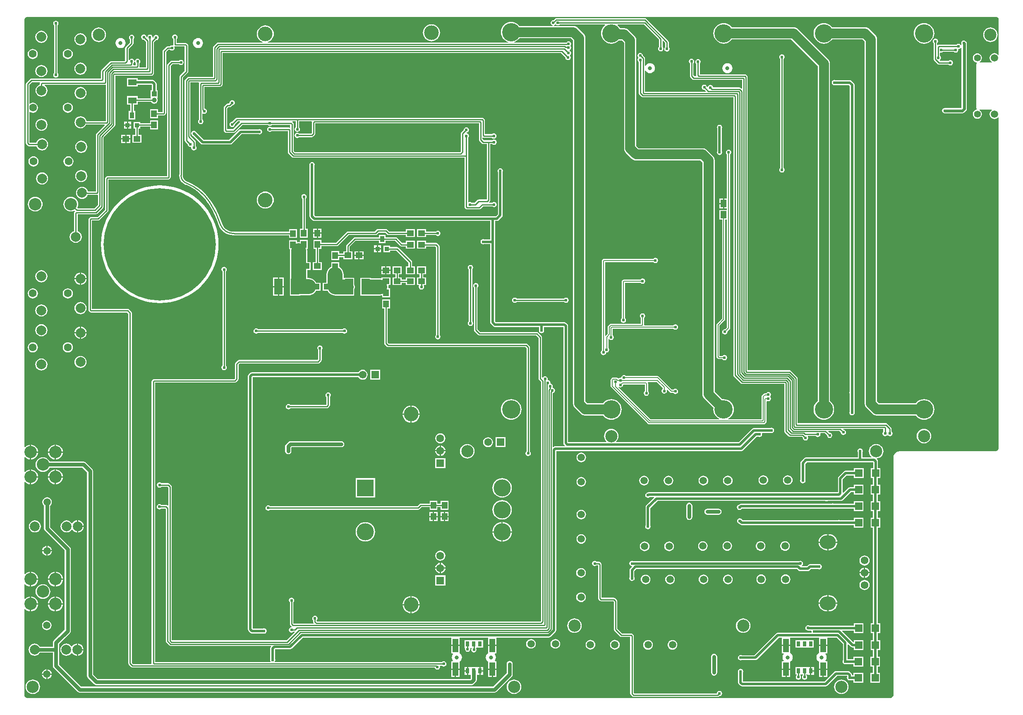
<source format=gbl>
G04*
G04 #@! TF.GenerationSoftware,Altium Limited,Altium Designer,20.1.8 (145)*
G04*
G04 Layer_Physical_Order=2*
G04 Layer_Color=16672372*
%FSAX24Y24*%
%MOIN*%
G70*
G04*
G04 #@! TF.SameCoordinates,C37C2F13-19AF-4E89-93B9-DE42FBC32811*
G04*
G04*
G04 #@! TF.FilePolarity,Positive*
G04*
G01*
G75*
%ADD10C,0.0100*%
%ADD13C,0.0200*%
%ADD20C,0.0060*%
%ADD24C,0.0080*%
%ADD35R,0.0450X0.0550*%
%ADD36R,0.0550X0.0450*%
%ADD39R,0.0472X0.1083*%
%ADD40R,0.0315X0.0433*%
%ADD47R,0.0700X0.0500*%
%ADD110C,0.9055*%
%ADD111C,0.0300*%
%ADD112C,0.0800*%
%ADD113C,0.0240*%
%ADD115C,0.0394*%
%ADD116R,0.0394X0.0394*%
%ADD117R,0.0620X0.0620*%
%ADD118C,0.0620*%
%ADD119C,0.1181*%
%ADD120C,0.1000*%
%ADD121C,0.0787*%
%ADD122C,0.0630*%
%ADD123C,0.0984*%
%ADD124C,0.0315*%
%ADD125C,0.0591*%
%ADD126C,0.0551*%
%ADD127C,0.1476*%
%ADD128C,0.0630*%
%ADD129R,0.0630X0.0630*%
%ADD130C,0.1378*%
%ADD131R,0.1378X0.1378*%
%ADD132O,0.1300X0.1102*%
%ADD133C,0.0240*%
%ADD134C,0.0300*%
%ADD135R,0.0500X0.0600*%
%ADD136R,0.0669X0.1260*%
%ADD137R,0.0600X0.0600*%
%ADD138R,0.0360X0.0360*%
%ADD139R,0.0360X0.0500*%
%ADD140C,0.1200*%
G36*
X010310Y066183D02*
X088430Y066183D01*
X088432Y066184D01*
X088504Y066169D01*
X088567Y066127D01*
X088609Y066064D01*
X088623Y065992D01*
X088623Y065990D01*
X088623Y063151D01*
X088573Y063134D01*
X088553Y063161D01*
X088472Y063222D01*
X088379Y063261D01*
X088278Y063274D01*
X088177Y063261D01*
X088084Y063222D01*
X088003Y063161D01*
X087941Y063080D01*
X087903Y062986D01*
X087889Y062886D01*
X087903Y062785D01*
X087941Y062692D01*
X088003Y062611D01*
X088068Y062561D01*
X088051Y062511D01*
X087081D01*
X087071Y062561D01*
X087084Y062566D01*
X087161Y062625D01*
X087219Y062701D01*
X087256Y062790D01*
X087269Y062886D01*
X087256Y062981D01*
X087219Y063070D01*
X087161Y063147D01*
X087084Y063205D01*
X086995Y063242D01*
X086900Y063255D01*
X086805Y063242D01*
X086716Y063205D01*
X086639Y063147D01*
X086581Y063070D01*
X086544Y062981D01*
X086531Y062886D01*
X086544Y062790D01*
X086581Y062701D01*
X086639Y062625D01*
X086716Y062566D01*
X086805Y062530D01*
X086841Y062525D01*
X086852Y062495D01*
X086856Y062472D01*
X086834Y062439D01*
X086825Y062394D01*
Y058850D01*
X086834Y058806D01*
X086856Y058772D01*
X086852Y058749D01*
X086841Y058719D01*
X086805Y058714D01*
X086716Y058678D01*
X086639Y058619D01*
X086581Y058543D01*
X086544Y058454D01*
X086531Y058358D01*
X086544Y058263D01*
X086581Y058174D01*
X086639Y058098D01*
X086716Y058039D01*
X086805Y058002D01*
X086900Y057990D01*
X086995Y058002D01*
X087084Y058039D01*
X087161Y058098D01*
X087219Y058174D01*
X087256Y058263D01*
X087269Y058358D01*
X087256Y058454D01*
X087219Y058543D01*
X087161Y058619D01*
X087084Y058678D01*
X087071Y058683D01*
X087081Y058733D01*
X088051D01*
X088068Y058683D01*
X088003Y058633D01*
X087941Y058553D01*
X087903Y058459D01*
X087889Y058358D01*
X087903Y058258D01*
X087941Y058164D01*
X088003Y058083D01*
X088084Y058022D01*
X088177Y057983D01*
X088278Y057970D01*
X088379Y057983D01*
X088472Y058022D01*
X088553Y058083D01*
X088573Y058110D01*
X088623Y058093D01*
X088623Y031493D01*
X088622Y031443D01*
X088622D01*
X088622Y031443D01*
X088613Y031377D01*
X088586Y031311D01*
X088543Y031255D01*
X088486Y031212D01*
X088421Y031185D01*
X088351Y031176D01*
X088351Y031176D01*
X088348Y031176D01*
X080704Y031176D01*
X080654Y031180D01*
X080648Y031180D01*
X080606Y031175D01*
X080518Y031163D01*
X080396Y031113D01*
X080292Y031033D01*
X080212Y030929D01*
X080161Y030807D01*
X080147Y030694D01*
X080144Y030683D01*
X080144Y030681D01*
X080146Y030670D01*
X080146Y011612D01*
X080142Y011563D01*
X080142D01*
X080142Y011563D01*
X080133Y011497D01*
X080106Y011431D01*
X080063Y011375D01*
X080006Y011332D01*
X079941Y011305D01*
X079872Y011296D01*
X079866Y011297D01*
X010310Y011297D01*
X010308Y011296D01*
X010236Y011311D01*
X010173Y011353D01*
X010131Y011416D01*
X010126Y011443D01*
X010117Y011490D01*
X010117Y011539D01*
X010117Y018454D01*
X010164Y018471D01*
X010184Y018448D01*
X010275Y018373D01*
X010379Y018317D01*
X010492Y018283D01*
X010560Y018276D01*
Y018874D01*
Y019472D01*
X010492Y019465D01*
X010379Y019431D01*
X010275Y019375D01*
X010184Y019300D01*
X010164Y019277D01*
X010117Y019294D01*
X010117Y020454D01*
X010164Y020471D01*
X010184Y020448D01*
X010275Y020373D01*
X010379Y020317D01*
X010492Y020283D01*
X010560Y020276D01*
Y020874D01*
Y021472D01*
X010492Y021465D01*
X010379Y021431D01*
X010275Y021375D01*
X010184Y021300D01*
X010164Y021277D01*
X010117Y021294D01*
X010117Y028691D01*
X010164Y028708D01*
X010184Y028684D01*
X010275Y028609D01*
X010379Y028553D01*
X010492Y028519D01*
X010560Y028512D01*
Y029110D01*
Y029708D01*
X010492Y029702D01*
X010379Y029667D01*
X010275Y029612D01*
X010184Y029537D01*
X010164Y029513D01*
X010117Y029530D01*
Y030691D01*
X010164Y030708D01*
X010184Y030684D01*
X010275Y030609D01*
X010379Y030553D01*
X010492Y030519D01*
X010560Y030512D01*
Y031110D01*
Y031708D01*
X010492Y031702D01*
X010379Y031667D01*
X010275Y031612D01*
X010184Y031537D01*
X010164Y031513D01*
X010117Y031530D01*
X010117Y065990D01*
X010117Y065992D01*
X010131Y066064D01*
X010173Y066127D01*
X010236Y066169D01*
X010308Y066184D01*
X010310Y066183D01*
D02*
G37*
%LPC*%
G36*
X060098Y066103D02*
X060098Y066103D01*
X052970D01*
X052915Y066092D01*
X052869Y066061D01*
X052869Y066061D01*
X052740Y065932D01*
X052730Y065934D01*
X052648Y065918D01*
X052579Y065871D01*
X052532Y065802D01*
X052516Y065720D01*
X052532Y065638D01*
X052579Y065569D01*
X052648Y065522D01*
X052696Y065513D01*
X052691Y065463D01*
X050000D01*
X049922Y065557D01*
X049796Y065660D01*
X049652Y065737D01*
X049496Y065785D01*
X049334Y065801D01*
X049172Y065785D01*
X049016Y065737D01*
X048872Y065660D01*
X048746Y065557D01*
X048642Y065431D01*
X048565Y065287D01*
X048518Y065131D01*
X048502Y064968D01*
X048518Y064806D01*
X048565Y064650D01*
X048642Y064506D01*
X048746Y064380D01*
X048872Y064276D01*
X049016Y064200D01*
X049104Y064173D01*
X049097Y064123D01*
X029736D01*
X029729Y064173D01*
X029789Y064191D01*
X029907Y064254D01*
X030011Y064339D01*
X030096Y064443D01*
X030159Y064561D01*
X030198Y064689D01*
X030211Y064823D01*
X030198Y064956D01*
X030159Y065085D01*
X030096Y065203D01*
X030011Y065306D01*
X029907Y065392D01*
X029789Y065455D01*
X029661Y065494D01*
X029528Y065507D01*
X029394Y065494D01*
X029266Y065455D01*
X029148Y065392D01*
X029044Y065306D01*
X028959Y065203D01*
X028896Y065085D01*
X028857Y064956D01*
X028844Y064823D01*
X028857Y064689D01*
X028896Y064561D01*
X028959Y064443D01*
X029044Y064339D01*
X029148Y064254D01*
X029266Y064191D01*
X029326Y064173D01*
X029319Y064123D01*
X025718D01*
X025718Y064123D01*
X025663Y064112D01*
X025617Y064081D01*
X025617Y064081D01*
X025349Y063812D01*
X025318Y063766D01*
X025307Y063712D01*
X025307Y063712D01*
Y061368D01*
X023332D01*
X023332Y061368D01*
X023278Y061357D01*
X023231Y061326D01*
X023231Y061326D01*
X023070Y061164D01*
X023039Y061118D01*
X023028Y061063D01*
X023028Y061063D01*
Y056240D01*
X023028Y056240D01*
X023039Y056186D01*
X023070Y056139D01*
X023276Y055933D01*
X023274Y055923D01*
X023290Y055841D01*
X023337Y055772D01*
X023406Y055725D01*
X023488Y055709D01*
X023521Y055715D01*
X023564Y055673D01*
X023560Y055652D01*
X023576Y055570D01*
X023622Y055500D01*
X023692Y055454D01*
X023774Y055437D01*
X023856Y055454D01*
X023925Y055500D01*
X023971Y055570D01*
X023988Y055652D01*
X023971Y055734D01*
X023925Y055803D01*
X023916Y055809D01*
Y056106D01*
X023916Y056106D01*
X023906Y056161D01*
X023875Y056207D01*
X023875Y056207D01*
X023473Y056608D01*
Y060907D01*
X024158D01*
X024185Y060859D01*
X024185Y060857D01*
X024175Y060804D01*
X024175Y060804D01*
Y057925D01*
X024169Y057921D01*
X024122Y057852D01*
X024106Y057770D01*
X024122Y057688D01*
X024169Y057619D01*
X024238Y057572D01*
X024320Y057556D01*
X024402Y057572D01*
X024471Y057619D01*
X024518Y057688D01*
X024534Y057770D01*
X024518Y057852D01*
X024471Y057921D01*
X024460Y057929D01*
Y058394D01*
X024504Y058417D01*
X024524Y058404D01*
X024606Y058387D01*
X024688Y058404D01*
X024758Y058450D01*
X024804Y058520D01*
X024820Y058602D01*
X024804Y058683D01*
X024758Y058753D01*
X024688Y058799D01*
X024620Y058813D01*
Y060563D01*
X025881D01*
X025881Y060563D01*
X025936Y060574D01*
X025982Y060605D01*
X026041Y060664D01*
X026041Y060664D01*
X026072Y060710D01*
X026083Y060764D01*
Y063291D01*
X053358D01*
X053716Y062933D01*
X053714Y062922D01*
X053730Y062840D01*
X053776Y062771D01*
X053846Y062725D01*
X053928Y062708D01*
X054010Y062725D01*
X054079Y062771D01*
X054125Y062840D01*
X054142Y062922D01*
X054125Y063004D01*
X054087Y063061D01*
X054096Y063118D01*
X054111Y063129D01*
X054158Y063198D01*
X054174Y063280D01*
X054158Y063362D01*
X054111Y063431D01*
X054050Y063473D01*
X054045Y063500D01*
X054050Y063527D01*
X054111Y063569D01*
X054158Y063638D01*
X054174Y063720D01*
X054158Y063802D01*
X054112Y063870D01*
X054158Y063938D01*
X054174Y064020D01*
X054158Y064102D01*
X054111Y064171D01*
X054042Y064218D01*
X053960Y064234D01*
X053878Y064218D01*
X053809Y064171D01*
X053776Y064123D01*
X049571D01*
X049564Y064173D01*
X049652Y064200D01*
X049796Y064276D01*
X049922Y064380D01*
X050000Y064474D01*
X054147D01*
X054326Y064295D01*
Y035024D01*
X054343Y034896D01*
X054392Y034777D01*
X054471Y034674D01*
X054939Y034206D01*
X055042Y034127D01*
X055161Y034078D01*
X055289Y034061D01*
X056739D01*
X056816Y033967D01*
X056943Y033863D01*
X057086Y033786D01*
X057243Y033739D01*
X057405Y033723D01*
X057567Y033739D01*
X057723Y033786D01*
X057867Y033863D01*
X057993Y033967D01*
X058097Y034093D01*
X058174Y034237D01*
X058221Y034393D01*
X058237Y034555D01*
X058221Y034717D01*
X058174Y034874D01*
X058097Y035017D01*
X057993Y035143D01*
X057867Y035247D01*
X057723Y035324D01*
X057567Y035371D01*
X057405Y035387D01*
X057243Y035371D01*
X057086Y035324D01*
X056943Y035247D01*
X056816Y035143D01*
X056739Y035049D01*
X055493D01*
X055314Y035228D01*
Y064500D01*
X055297Y064628D01*
X055248Y064747D01*
X055169Y064849D01*
X054701Y065318D01*
X054598Y065396D01*
X054479Y065446D01*
X054351Y065463D01*
X052769D01*
X052764Y065513D01*
X052812Y065522D01*
X052881Y065569D01*
X052888Y065579D01*
X052938D01*
X052939Y065579D01*
X053008Y065532D01*
X053090Y065516D01*
X053172Y065532D01*
X053241Y065579D01*
X053247Y065587D01*
X056895D01*
X056912Y065537D01*
X056816Y065458D01*
X056713Y065332D01*
X056636Y065188D01*
X056589Y065032D01*
X056573Y064870D01*
X056589Y064708D01*
X056636Y064552D01*
X056713Y064408D01*
X056816Y064282D01*
X056943Y064178D01*
X057086Y064101D01*
X057243Y064054D01*
X057405Y064038D01*
X057567Y064054D01*
X057723Y064101D01*
X057867Y064178D01*
X057993Y064282D01*
X058001Y064291D01*
X058257D01*
X058436Y064112D01*
Y055579D01*
X058453Y055451D01*
X058502Y055332D01*
X058581Y055229D01*
X059049Y054761D01*
X059152Y054682D01*
X059271Y054633D01*
X059399Y054616D01*
X064567D01*
X064746Y054437D01*
Y035775D01*
X064763Y035647D01*
X064812Y035528D01*
X064891Y035426D01*
X065640Y034676D01*
X065628Y034555D01*
X065644Y034393D01*
X065691Y034237D01*
X065768Y034093D01*
X065872Y033967D01*
X065998Y033863D01*
X066111Y033803D01*
X066098Y033753D01*
X060564D01*
X057987Y036330D01*
X058019Y036368D01*
X058058Y036342D01*
X058140Y036326D01*
X058222Y036342D01*
X058291Y036389D01*
X058338Y036458D01*
X058354Y036540D01*
X058400Y036567D01*
X060100D01*
Y036024D01*
X060081Y036011D01*
X060034Y035942D01*
X060018Y035860D01*
X060034Y035778D01*
X060081Y035709D01*
X060150Y035662D01*
X060232Y035646D01*
X060314Y035662D01*
X060384Y035709D01*
X060430Y035778D01*
X060446Y035860D01*
X060430Y035942D01*
X060384Y036011D01*
X060365Y036024D01*
Y036653D01*
X060355Y036704D01*
X060347Y036715D01*
X060374Y036765D01*
X061058D01*
X061535Y036288D01*
Y036203D01*
X061517Y036191D01*
X061471Y036122D01*
X061455Y036040D01*
X061471Y035958D01*
X061517Y035888D01*
X061587Y035842D01*
X061669Y035826D01*
X061751Y035842D01*
X061820Y035888D01*
X061867Y035958D01*
X061883Y036040D01*
X061867Y036122D01*
X061859Y036133D01*
X061898Y036165D01*
X062138Y035925D01*
X062181Y035896D01*
X062231Y035886D01*
X062408D01*
X062420Y035867D01*
X062490Y035821D01*
X062572Y035805D01*
X062654Y035821D01*
X062723Y035867D01*
X062770Y035937D01*
X062786Y036019D01*
X062770Y036101D01*
X062723Y036170D01*
X062654Y036217D01*
X062572Y036233D01*
X062490Y036217D01*
X062420Y036170D01*
X062408Y036151D01*
X062286D01*
X061226Y037211D01*
X061183Y037240D01*
X061133Y037250D01*
X058590D01*
X058577Y037269D01*
X058507Y037315D01*
X058426Y037331D01*
X058344Y037315D01*
X058274Y037269D01*
X058228Y037199D01*
X058217Y037147D01*
X058167Y037106D01*
X058140Y037111D01*
X058058Y037095D01*
X057988Y037049D01*
X057967Y037047D01*
X057920Y037094D01*
X057877Y037122D01*
X057826Y037133D01*
X057551D01*
X057500Y037122D01*
X057457Y037094D01*
X057402Y037038D01*
X057373Y036995D01*
X057363Y036944D01*
Y036436D01*
X057373Y036385D01*
X057402Y036342D01*
X060357Y033386D01*
X060400Y033358D01*
X060451Y033347D01*
X069700D01*
X069751Y033358D01*
X069794Y033386D01*
X069888Y033481D01*
X069917Y033524D01*
X069927Y033574D01*
Y035201D01*
X069977Y035227D01*
X070050Y035213D01*
X070131Y035229D01*
X070201Y035275D01*
X070247Y035345D01*
X070264Y035427D01*
X070247Y035509D01*
X070219Y035550D01*
X070205Y035589D01*
X070220Y035626D01*
X070248Y035668D01*
X070264Y035750D01*
X070248Y035832D01*
X070201Y035901D01*
X070132Y035948D01*
X070050Y035964D01*
X069968Y035948D01*
X069899Y035901D01*
X069879Y035873D01*
X069810D01*
X069759Y035862D01*
X069716Y035834D01*
X069556Y035674D01*
X069528Y035631D01*
X069517Y035580D01*
Y033753D01*
X066822D01*
X066809Y033803D01*
X066922Y033863D01*
X067048Y033967D01*
X067152Y034093D01*
X067229Y034237D01*
X067276Y034393D01*
X067292Y034555D01*
X067276Y034717D01*
X067229Y034874D01*
X067152Y035017D01*
X067048Y035143D01*
X066922Y035247D01*
X066778Y035324D01*
X066622Y035371D01*
X066460Y035387D01*
X066339Y035375D01*
X065734Y035980D01*
Y054641D01*
X065717Y054769D01*
X065668Y054888D01*
X065589Y054991D01*
X065121Y055459D01*
X065018Y055538D01*
X064899Y055587D01*
X064771Y055604D01*
X059603D01*
X059424Y055783D01*
Y064317D01*
X059407Y064445D01*
X059358Y064564D01*
X059279Y064666D01*
X058811Y065135D01*
X058708Y065213D01*
X058589Y065263D01*
X058461Y065280D01*
X058125D01*
X058097Y065332D01*
X057993Y065458D01*
X057897Y065537D01*
X057915Y065587D01*
X060042D01*
X061249Y064381D01*
Y063788D01*
X061240Y063783D01*
X061194Y063713D01*
X061178Y063631D01*
X061194Y063549D01*
X061240Y063480D01*
X061310Y063433D01*
X061392Y063417D01*
X061474Y063433D01*
X061543Y063480D01*
X061590Y063549D01*
X061606Y063631D01*
X061590Y063713D01*
X061543Y063783D01*
X061534Y063788D01*
Y064256D01*
X061581Y064275D01*
X061751Y064104D01*
Y063766D01*
X061743Y063760D01*
X061696Y063691D01*
X061680Y063609D01*
X061696Y063527D01*
X061743Y063457D01*
X061812Y063411D01*
X061894Y063395D01*
X061976Y063411D01*
X062046Y063457D01*
X062092Y063527D01*
X062108Y063609D01*
X062092Y063691D01*
X062046Y063760D01*
X062037Y063766D01*
Y064164D01*
X062026Y064218D01*
X061995Y064265D01*
X061995Y064265D01*
X060199Y066061D01*
X060152Y066092D01*
X060098Y066103D01*
D02*
G37*
G36*
X042913Y065605D02*
X042780Y065592D01*
X042652Y065553D01*
X042533Y065490D01*
X042430Y065405D01*
X042345Y065301D01*
X042282Y065183D01*
X042243Y065055D01*
X042230Y064921D01*
X042243Y064788D01*
X042282Y064660D01*
X042345Y064541D01*
X042430Y064438D01*
X042533Y064353D01*
X042652Y064290D01*
X042780Y064251D01*
X042913Y064237D01*
X043047Y064251D01*
X043175Y064290D01*
X043293Y064353D01*
X043397Y064438D01*
X043482Y064541D01*
X043545Y064660D01*
X043584Y064788D01*
X043597Y064921D01*
X043584Y065055D01*
X043545Y065183D01*
X043482Y065301D01*
X043397Y065405D01*
X043293Y065490D01*
X043175Y065553D01*
X043047Y065592D01*
X042913Y065605D01*
D02*
G37*
G36*
X087951Y065341D02*
X087837Y065330D01*
X087727Y065296D01*
X087626Y065242D01*
X087537Y065170D01*
X087465Y065081D01*
X087411Y064980D01*
X087377Y064870D01*
X087366Y064756D01*
X087377Y064642D01*
X087411Y064532D01*
X087465Y064431D01*
X087537Y064342D01*
X087626Y064270D01*
X087727Y064215D01*
X087837Y064182D01*
X087951Y064171D01*
X088065Y064182D01*
X088175Y064215D01*
X088276Y064270D01*
X088365Y064342D01*
X088437Y064431D01*
X088492Y064532D01*
X088525Y064642D01*
X088536Y064756D01*
X088525Y064870D01*
X088492Y064980D01*
X088437Y065081D01*
X088365Y065170D01*
X088276Y065242D01*
X088175Y065296D01*
X088065Y065330D01*
X087951Y065341D01*
D02*
G37*
G36*
X016102Y065341D02*
X015988Y065330D01*
X015879Y065296D01*
X015777Y065242D01*
X015689Y065170D01*
X015616Y065081D01*
X015562Y064980D01*
X015529Y064870D01*
X015517Y064756D01*
X015529Y064642D01*
X015562Y064532D01*
X015616Y064431D01*
X015689Y064342D01*
X015777Y064270D01*
X015879Y064215D01*
X015988Y064182D01*
X016102Y064171D01*
X016216Y064182D01*
X016326Y064215D01*
X016427Y064270D01*
X016516Y064342D01*
X016589Y064431D01*
X016643Y064532D01*
X016676Y064642D01*
X016687Y064756D01*
X016676Y064870D01*
X016643Y064980D01*
X016589Y065081D01*
X016516Y065170D01*
X016427Y065242D01*
X016326Y065296D01*
X016216Y065330D01*
X016102Y065341D01*
D02*
G37*
G36*
X011480Y065074D02*
X011354Y065058D01*
X011236Y065009D01*
X011135Y064932D01*
X011058Y064831D01*
X011009Y064713D01*
X010993Y064587D01*
X011009Y064460D01*
X011058Y064343D01*
X011135Y064242D01*
X011236Y064164D01*
X011354Y064115D01*
X011480Y064099D01*
X011607Y064115D01*
X011724Y064164D01*
X011825Y064242D01*
X011903Y064343D01*
X011952Y064460D01*
X011968Y064587D01*
X011952Y064713D01*
X011903Y064831D01*
X011825Y064932D01*
X011724Y065009D01*
X011607Y065058D01*
X011480Y065074D01*
D02*
G37*
G36*
X082602Y065702D02*
X082439Y065686D01*
X082283Y065639D01*
X082139Y065562D01*
X082013Y065458D01*
X081910Y065332D01*
X081833Y065188D01*
X081786Y065032D01*
X081770Y064870D01*
X081786Y064708D01*
X081833Y064552D01*
X081910Y064408D01*
X082013Y064282D01*
X082139Y064178D01*
X082283Y064101D01*
X082439Y064054D01*
X082602Y064038D01*
X082764Y064054D01*
X082920Y064101D01*
X083064Y064178D01*
X083190Y064282D01*
X083294Y064408D01*
X083371Y064552D01*
X083418Y064708D01*
X083434Y064870D01*
X083418Y065032D01*
X083371Y065188D01*
X083294Y065332D01*
X083190Y065458D01*
X083064Y065562D01*
X082920Y065639D01*
X082764Y065686D01*
X082602Y065702D01*
D02*
G37*
G36*
X014630Y064878D02*
X014504Y064861D01*
X014386Y064812D01*
X014285Y064735D01*
X014207Y064634D01*
X014159Y064516D01*
X014142Y064390D01*
X014159Y064263D01*
X014207Y064146D01*
X014285Y064045D01*
X014386Y063967D01*
X014504Y063919D01*
X014630Y063902D01*
X014756Y063919D01*
X014874Y063967D01*
X014975Y064045D01*
X015053Y064146D01*
X015101Y064263D01*
X015118Y064390D01*
X015101Y064516D01*
X015053Y064634D01*
X014975Y064735D01*
X014874Y064812D01*
X014756Y064861D01*
X014630Y064878D01*
D02*
G37*
G36*
X022239Y064787D02*
X022157Y064770D01*
X022088Y064724D01*
X022041Y064654D01*
X022025Y064572D01*
X022041Y064490D01*
X022088Y064421D01*
X022097Y064415D01*
Y063961D01*
X022102Y063931D01*
X022101Y063928D01*
X022061Y063892D01*
X022000Y063904D01*
X021918Y063888D01*
X021849Y063841D01*
X021843Y063833D01*
X021670D01*
X021670Y063833D01*
X021615Y063822D01*
X021569Y063791D01*
X021569Y063791D01*
X021289Y063511D01*
X021258Y063465D01*
X021247Y063410D01*
X021247Y063410D01*
Y058533D01*
X020865D01*
Y058755D01*
X020235D01*
Y058025D01*
X020865D01*
Y058247D01*
X021331D01*
X021331Y058247D01*
X021386Y058258D01*
X021432Y058289D01*
X021491Y058348D01*
X021491Y058348D01*
X021522Y058394D01*
X021533Y058449D01*
Y063351D01*
X021729Y063547D01*
X021843D01*
X021849Y063539D01*
X021918Y063492D01*
X022000Y063476D01*
X022082Y063492D01*
X022151Y063539D01*
X022198Y063608D01*
X022214Y063690D01*
X022198Y063772D01*
X022195Y063776D01*
X022225Y063821D01*
X022239Y063818D01*
X023028D01*
Y061855D01*
X022642Y061469D01*
X022611Y061422D01*
X022600Y061368D01*
X022600Y061368D01*
Y053523D01*
X022590Y053473D01*
X022590Y053473D01*
Y053414D01*
X022589D01*
X022604Y053256D01*
X022650Y053105D01*
X022725Y052965D01*
X022825Y052842D01*
X022948Y052742D01*
X023088Y052667D01*
X023143Y052650D01*
X023149Y052646D01*
X023153Y052645D01*
X023164Y052642D01*
X023168Y052641D01*
X023510Y052480D01*
X023834Y052285D01*
X024138Y052059D01*
X024419Y051805D01*
X024673Y051525D01*
X024860Y051272D01*
X024887Y051230D01*
X024887Y051230D01*
X024979Y051098D01*
X025249Y050643D01*
X025486Y050170D01*
X025689Y049681D01*
X025786Y049388D01*
X025794Y049363D01*
X025794Y049363D01*
X025798Y049344D01*
X025808Y049323D01*
X025813Y049312D01*
X025814Y049311D01*
X025821Y049296D01*
X025827Y049282D01*
X025930Y049113D01*
X026058Y048963D01*
X026209Y048834D01*
X026377Y048731D01*
X026560Y048655D01*
X026753Y048609D01*
X026950Y048594D01*
X027016Y048599D01*
X027024Y048597D01*
X031435D01*
Y048375D01*
X032065D01*
Y049105D01*
X031435D01*
Y048883D01*
X027072D01*
X027063Y048883D01*
X027014Y048884D01*
X026950Y048878D01*
X026759Y048897D01*
X026576Y048952D01*
X026407Y049042D01*
X026259Y049164D01*
X026138Y049312D01*
X026069Y049441D01*
X025956Y049781D01*
X025746Y050288D01*
X025500Y050780D01*
X025219Y051252D01*
X025126Y051387D01*
X025127Y051392D01*
X025127Y051392D01*
X024894Y051706D01*
X024621Y052007D01*
X024319Y052280D01*
X023993Y052522D01*
X023644Y052731D01*
X023308Y052890D01*
X023277Y052905D01*
X023262Y052910D01*
X023215Y052927D01*
X023135Y052960D01*
X023027Y053044D01*
X022943Y053152D01*
X022891Y053278D01*
X022879Y053366D01*
X022875Y053414D01*
D01*
X022881Y053461D01*
X022885Y053483D01*
X022885Y053483D01*
Y061309D01*
X023272Y061695D01*
X023272Y061695D01*
X023303Y061741D01*
X023313Y061796D01*
Y063882D01*
X023313Y063882D01*
X023303Y063937D01*
X023272Y063983D01*
X023193Y064062D01*
X023147Y064093D01*
X023092Y064103D01*
X023092Y064103D01*
X022382D01*
Y064415D01*
X022391Y064421D01*
X022437Y064490D01*
X022453Y064572D01*
X022437Y064654D01*
X022391Y064724D01*
X022321Y064770D01*
X022239Y064787D01*
D02*
G37*
G36*
X024101Y064495D02*
X023995Y064481D01*
X023897Y064440D01*
X023812Y064375D01*
X023747Y064291D01*
X023706Y064192D01*
X023692Y064087D01*
X023706Y063981D01*
X023747Y063882D01*
X023812Y063798D01*
X023897Y063733D01*
X023995Y063692D01*
X024101Y063678D01*
X024207Y063692D01*
X024305Y063733D01*
X024390Y063798D01*
X024455Y063882D01*
X024495Y063981D01*
X024509Y064087D01*
X024495Y064192D01*
X024455Y064291D01*
X024390Y064375D01*
X024305Y064440D01*
X024207Y064481D01*
X024101Y064495D01*
D02*
G37*
G36*
X017861D02*
X017755Y064481D01*
X017656Y064440D01*
X017572Y064375D01*
X017507Y064291D01*
X017466Y064192D01*
X017452Y064087D01*
X017466Y063981D01*
X017507Y063882D01*
X017572Y063798D01*
X017656Y063733D01*
X017755Y063692D01*
X017861Y063678D01*
X017966Y063692D01*
X018065Y063733D01*
X018149Y063798D01*
X018214Y063882D01*
X018255Y063981D01*
X018269Y064087D01*
X018255Y064192D01*
X018214Y064291D01*
X018149Y064375D01*
X018065Y064440D01*
X017966Y064481D01*
X017861Y064495D01*
D02*
G37*
G36*
X013606Y063617D02*
X013501Y063603D01*
X013402Y063562D01*
X013318Y063497D01*
X013253Y063413D01*
X013212Y063314D01*
X013198Y063209D01*
X013212Y063103D01*
X013253Y063004D01*
X013318Y062920D01*
X013402Y062855D01*
X013501Y062814D01*
X013606Y062800D01*
X013712Y062814D01*
X013811Y062855D01*
X013895Y062920D01*
X013960Y063004D01*
X014001Y063103D01*
X014015Y063209D01*
X014001Y063314D01*
X013960Y063413D01*
X013895Y063497D01*
X013811Y063562D01*
X013712Y063603D01*
X013606Y063617D01*
D02*
G37*
G36*
X010787D02*
X010682Y063603D01*
X010583Y063562D01*
X010499Y063497D01*
X010434Y063413D01*
X010393Y063314D01*
X010379Y063209D01*
X010393Y063103D01*
X010434Y063004D01*
X010499Y062920D01*
X010583Y062855D01*
X010682Y062814D01*
X010787Y062800D01*
X010893Y062814D01*
X010992Y062855D01*
X011076Y062920D01*
X011141Y063004D01*
X011182Y063103D01*
X011196Y063209D01*
X011182Y063314D01*
X011141Y063413D01*
X011076Y063497D01*
X010992Y063562D01*
X010893Y063603D01*
X010787Y063617D01*
D02*
G37*
G36*
X022733Y062739D02*
X022651Y062723D01*
X022581Y062676D01*
X022575Y062668D01*
X021985D01*
X021985Y062668D01*
X021930Y062657D01*
X021884Y062626D01*
X021884Y062626D01*
X021655Y062397D01*
X021624Y062351D01*
X021613Y062296D01*
X021613Y062296D01*
Y053373D01*
X016802D01*
X016748Y053362D01*
X016702Y053332D01*
X016702Y053332D01*
X016643Y053273D01*
X016612Y053227D01*
X016601Y053172D01*
X016601Y053172D01*
Y050658D01*
X016002Y050059D01*
X015479D01*
X015424Y050048D01*
X015378Y050017D01*
X015378Y050017D01*
X015319Y049959D01*
X015288Y049912D01*
X015277Y049858D01*
X015277Y049858D01*
Y042569D01*
X015277Y042569D01*
X015288Y042514D01*
X015319Y042468D01*
X015378Y042409D01*
X015378Y042409D01*
X015424Y042378D01*
X015479Y042367D01*
X018381D01*
X018487Y042261D01*
Y014080D01*
X018487Y014080D01*
X018498Y014025D01*
X018529Y013979D01*
X018724Y013784D01*
X018724Y013784D01*
X018771Y013753D01*
X018825Y013742D01*
X018825Y013742D01*
X043184D01*
X043189Y013718D01*
X043235Y013649D01*
X043305Y013602D01*
X043387Y013586D01*
X043469Y013602D01*
X043538Y013649D01*
X043585Y013718D01*
X043601Y013800D01*
X043590Y013852D01*
X043627Y013902D01*
X043753D01*
X043759Y013893D01*
X043829Y013847D01*
X043911Y013831D01*
X043993Y013847D01*
X044062Y013893D01*
X044108Y013963D01*
X044125Y014045D01*
X044108Y014127D01*
X044062Y014196D01*
X043993Y014243D01*
X043911Y014259D01*
X043829Y014243D01*
X043759Y014196D01*
X043753Y014188D01*
X030308D01*
X030284Y014238D01*
X030318Y014288D01*
X030334Y014370D01*
X030318Y014452D01*
X030314Y014458D01*
Y015223D01*
X030317Y015226D01*
X031530D01*
X031604Y015241D01*
X031667Y015283D01*
X032544Y016160D01*
X044506D01*
Y015575D01*
X044842D01*
X045178D01*
Y016160D01*
X047482D01*
Y015575D01*
X047818D01*
X048154D01*
Y016160D01*
X052373D01*
X052447Y016175D01*
X052510Y016217D01*
X052912Y016619D01*
X052954Y016682D01*
X052969Y016756D01*
Y031200D01*
X052972Y031204D01*
X067891D01*
X067965Y031219D01*
X068028Y031261D01*
X069124Y032357D01*
X069259D01*
X069265Y032353D01*
X069347Y032336D01*
X069429Y032353D01*
X069499Y032399D01*
X069545Y032469D01*
X069562Y032550D01*
X069548Y032616D01*
X069578Y032666D01*
X070226D01*
X070232Y032662D01*
X070314Y032646D01*
X070396Y032662D01*
X070466Y032708D01*
X070512Y032778D01*
X070528Y032860D01*
X070512Y032942D01*
X070466Y033011D01*
X070396Y033058D01*
X070314Y033074D01*
X070232Y033058D01*
X070226Y033054D01*
X068892D01*
X068818Y033039D01*
X068755Y032997D01*
X067677Y031919D01*
X057806D01*
X057789Y031966D01*
X057818Y031991D01*
X057891Y032079D01*
X057945Y032180D01*
X057978Y032290D01*
X057990Y032404D01*
X057978Y032518D01*
X057945Y032628D01*
X057891Y032729D01*
X057818Y032818D01*
X057730Y032891D01*
X057629Y032945D01*
X057519Y032978D01*
X057405Y032989D01*
X057291Y032978D01*
X057181Y032945D01*
X057080Y032891D01*
X056991Y032818D01*
X056918Y032729D01*
X056864Y032628D01*
X056831Y032518D01*
X056820Y032404D01*
X056831Y032290D01*
X056864Y032180D01*
X056918Y032079D01*
X056991Y031991D01*
X057021Y031966D01*
X057004Y031919D01*
X053933D01*
X053929Y031923D01*
Y041283D01*
X053915Y041357D01*
X053873Y041420D01*
X053755Y041537D01*
X053693Y041579D01*
X053619Y041594D01*
X048109D01*
X048034Y041669D01*
Y048080D01*
Y049746D01*
X048190D01*
X048264Y049761D01*
X048327Y049803D01*
X048597Y050073D01*
X048639Y050136D01*
X048654Y050210D01*
Y053692D01*
X048658Y053698D01*
X048674Y053780D01*
X048658Y053862D01*
X048611Y053931D01*
X048542Y053978D01*
X048460Y053994D01*
X048378Y053978D01*
X048309Y053931D01*
X048262Y053862D01*
X048246Y053780D01*
X048262Y053698D01*
X048266Y053692D01*
Y050290D01*
X048110Y050134D01*
X033570D01*
X033484Y050220D01*
Y054192D01*
X033492Y054204D01*
X033508Y054286D01*
X033492Y054368D01*
X033445Y054437D01*
X033376Y054484D01*
X033294Y054500D01*
X033212Y054484D01*
X033143Y054437D01*
X033096Y054368D01*
X033080Y054286D01*
X033096Y054204D01*
X033096Y054204D01*
Y050140D01*
X033111Y050066D01*
X033153Y050003D01*
X033353Y049803D01*
X033416Y049761D01*
X033490Y049746D01*
X047646D01*
Y048266D01*
X047168D01*
X047162Y048270D01*
X047080Y048286D01*
X046998Y048270D01*
X046929Y048224D01*
X046882Y048154D01*
X046866Y048072D01*
X046882Y047990D01*
X046929Y047921D01*
X046998Y047874D01*
X047080Y047858D01*
X047162Y047874D01*
X047168Y047878D01*
X047646D01*
Y041588D01*
X047661Y041514D01*
X047703Y041451D01*
X047891Y041263D01*
X047954Y041221D01*
X048028Y041206D01*
X051586D01*
Y041008D01*
X051582Y041002D01*
X051566Y040920D01*
X051582Y040838D01*
X051629Y040769D01*
X051698Y040722D01*
X051780Y040706D01*
X051862Y040722D01*
X051931Y040769D01*
X051978Y040838D01*
X051994Y040920D01*
X051978Y041002D01*
X051974Y041008D01*
Y041206D01*
X053538D01*
X053542Y041203D01*
Y031843D01*
X053557Y031769D01*
X053599Y031706D01*
X053667Y031638D01*
X053648Y031591D01*
X052892D01*
X052818Y031577D01*
X052755Y031535D01*
X052732Y031512D01*
X052686Y031531D01*
Y035871D01*
X052742Y035882D01*
X052811Y035929D01*
X052858Y035998D01*
X052874Y036080D01*
X052858Y036162D01*
X052811Y036231D01*
X052742Y036278D01*
X052688Y036289D01*
X052664Y036342D01*
X052668Y036348D01*
X052684Y036430D01*
X052668Y036512D01*
X052621Y036581D01*
X052552Y036628D01*
X052485Y036641D01*
X052497Y036700D01*
X052481Y036782D01*
X052435Y036851D01*
X052365Y036898D01*
X052309Y036909D01*
X052280Y036929D01*
X052273Y036963D01*
X052284Y037020D01*
X052268Y037102D01*
X052221Y037171D01*
X052152Y037218D01*
X052070Y037234D01*
X051988Y037218D01*
X051919Y037171D01*
X051881Y037115D01*
X051873Y037113D01*
X051823Y037146D01*
Y040370D01*
X051823Y040370D01*
X051812Y040425D01*
X051781Y040471D01*
X051781Y040471D01*
X051501Y040751D01*
X051455Y040782D01*
X051400Y040793D01*
X051400Y040793D01*
X046849D01*
X046629Y041013D01*
Y044374D01*
X046638Y044379D01*
X046684Y044449D01*
X046701Y044531D01*
X046684Y044613D01*
X046638Y044682D01*
X046568Y044729D01*
X046486Y044745D01*
X046404Y044729D01*
X046335Y044682D01*
X046289Y044613D01*
X046272Y044531D01*
X046289Y044449D01*
X046335Y044379D01*
X046344Y044374D01*
Y040954D01*
X046344Y040954D01*
X046355Y040899D01*
X046385Y040853D01*
X046689Y040549D01*
X046689Y040549D01*
X046735Y040518D01*
X046790Y040507D01*
X051341D01*
X051537Y040311D01*
Y037043D01*
X051537Y037043D01*
X051548Y036988D01*
X051579Y036942D01*
X051750Y036771D01*
Y027427D01*
X051750Y027427D01*
X051750Y027427D01*
Y017509D01*
X051694Y017453D01*
X033709D01*
X033663Y017499D01*
Y017553D01*
X033671Y017559D01*
X033718Y017628D01*
X033734Y017710D01*
X033718Y017792D01*
X033671Y017861D01*
X033602Y017908D01*
X033520Y017924D01*
X033438Y017908D01*
X033369Y017861D01*
X033322Y017792D01*
X033306Y017710D01*
X033322Y017628D01*
X033369Y017559D01*
X033377Y017553D01*
Y017440D01*
X033377Y017440D01*
X033388Y017385D01*
X033419Y017339D01*
X033427Y017331D01*
X033408Y017285D01*
X031804D01*
X031783Y017307D01*
Y019013D01*
X031791Y019019D01*
X031838Y019088D01*
X031854Y019170D01*
X031838Y019252D01*
X031791Y019321D01*
X031722Y019368D01*
X031640Y019384D01*
X031558Y019368D01*
X031489Y019321D01*
X031442Y019252D01*
X031426Y019170D01*
X031442Y019088D01*
X031489Y019019D01*
X031497Y019013D01*
Y017247D01*
X031497Y017247D01*
X031508Y017193D01*
X031539Y017147D01*
X031644Y017042D01*
X031643Y017030D01*
X031628Y016992D01*
X031558Y016978D01*
X031489Y016931D01*
X031442Y016862D01*
X031426Y016780D01*
X031442Y016698D01*
X031489Y016629D01*
X031558Y016582D01*
X031640Y016566D01*
X031722Y016582D01*
X031791Y016629D01*
X031802Y016644D01*
X031865D01*
X031885Y016594D01*
X031234Y015943D01*
X022014D01*
X021983Y015974D01*
Y028330D01*
X021983Y028330D01*
X021972Y028385D01*
X021941Y028431D01*
X021941Y028431D01*
X021801Y028571D01*
X021755Y028602D01*
X021700Y028613D01*
X021700Y028613D01*
X021157D01*
X021151Y028621D01*
X021082Y028668D01*
X021000Y028684D01*
X020918Y028668D01*
X020849Y028621D01*
X020802Y028552D01*
X020786Y028470D01*
X020802Y028388D01*
X020849Y028319D01*
X020918Y028272D01*
X021000Y028256D01*
X021082Y028272D01*
X021151Y028319D01*
X021157Y028327D01*
X021641D01*
X021697Y028271D01*
Y026810D01*
X021651Y026791D01*
X021631Y026811D01*
X021585Y026842D01*
X021530Y026853D01*
X021530Y026853D01*
X021147D01*
X021141Y026861D01*
X021072Y026908D01*
X020990Y026924D01*
X020908Y026908D01*
X020839Y026861D01*
X020792Y026792D01*
X020776Y026710D01*
X020792Y026628D01*
X020839Y026559D01*
X020908Y026512D01*
X020990Y026496D01*
X021072Y026512D01*
X021141Y026559D01*
X021147Y026567D01*
X021471D01*
X021507Y026531D01*
Y015878D01*
X021507Y015878D01*
X021518Y015824D01*
X021549Y015778D01*
X021788Y015539D01*
X021788Y015539D01*
X021834Y015508D01*
X021888Y015497D01*
X029975D01*
X029994Y015451D01*
X029983Y015440D01*
X029941Y015377D01*
X029926Y015303D01*
Y014458D01*
X029922Y014452D01*
X029906Y014370D01*
X029922Y014288D01*
X029956Y014238D01*
X029932Y014188D01*
X020640D01*
Y036707D01*
X027070D01*
X027070Y036707D01*
X027125Y036718D01*
X027171Y036749D01*
X027331Y036909D01*
X027331Y036909D01*
X027362Y036955D01*
X027373Y037010D01*
X027373Y037010D01*
Y038171D01*
X027459Y038257D01*
X033779D01*
X033779Y038257D01*
X033833Y038268D01*
X033880Y038299D01*
X034031Y038450D01*
X034031Y038450D01*
X034062Y038497D01*
X034073Y038551D01*
Y039349D01*
X034081Y039355D01*
X034128Y039424D01*
X034144Y039506D01*
X034128Y039588D01*
X034081Y039658D01*
X034012Y039704D01*
X033930Y039720D01*
X033848Y039704D01*
X033779Y039658D01*
X033732Y039588D01*
X033716Y039506D01*
X033732Y039424D01*
X033779Y039355D01*
X033787Y039349D01*
Y038611D01*
X033719Y038543D01*
X027400D01*
X027345Y038532D01*
X027299Y038501D01*
X027299Y038501D01*
X027129Y038331D01*
X027098Y038285D01*
X027087Y038230D01*
X027087Y038230D01*
Y037069D01*
X027011Y036993D01*
X020556D01*
X020501Y036982D01*
X020455Y036951D01*
X020455Y036951D01*
X020396Y036892D01*
X020365Y036846D01*
X020354Y036791D01*
X020354Y036791D01*
Y014103D01*
X020354Y014103D01*
X020359Y014078D01*
X020324Y014028D01*
X018884D01*
X018773Y014139D01*
Y042320D01*
X018773Y042320D01*
X018762Y042375D01*
X018731Y042421D01*
X018731Y042421D01*
X018541Y042611D01*
X018495Y042642D01*
X018440Y042653D01*
X018440Y042653D01*
X015563D01*
Y049774D01*
X016061D01*
X016061Y049774D01*
X016116Y049784D01*
X016162Y049815D01*
X016845Y050498D01*
X016845Y050498D01*
X016876Y050544D01*
X016887Y050599D01*
Y053088D01*
X021697D01*
X021697Y053088D01*
X021752Y053099D01*
X021798Y053130D01*
X021857Y053188D01*
X021857Y053188D01*
X021888Y053235D01*
X021899Y053289D01*
Y062237D01*
X022044Y062382D01*
X022575D01*
X022581Y062374D01*
X022651Y062327D01*
X022733Y062311D01*
X022815Y062327D01*
X022884Y062374D01*
X022930Y062443D01*
X022947Y062525D01*
X022930Y062607D01*
X022884Y062676D01*
X022815Y062723D01*
X022733Y062739D01*
D02*
G37*
G36*
X019734Y064774D02*
X019652Y064758D01*
X019583Y064711D01*
X019536Y064642D01*
X019520Y064560D01*
X019536Y064478D01*
X019583Y064409D01*
X019652Y064362D01*
X019734Y064346D01*
X019744Y064348D01*
X019902Y064190D01*
Y062126D01*
X019400D01*
X019389Y062138D01*
X019367Y062176D01*
X019376Y062218D01*
Y062462D01*
X019384Y062467D01*
X019431Y062537D01*
X019447Y062619D01*
X019431Y062701D01*
X019384Y062770D01*
X019315Y062817D01*
X019233Y062833D01*
X019151Y062817D01*
X019082Y062770D01*
X019035Y062701D01*
X019019Y062619D01*
X019035Y062537D01*
X019082Y062467D01*
X019090Y062462D01*
Y062302D01*
X018926D01*
X018920Y062305D01*
X018888Y062352D01*
X018894Y062382D01*
Y062463D01*
X018903Y062469D01*
X018949Y062539D01*
X018966Y062620D01*
X018949Y062702D01*
X018903Y062772D01*
X018834Y062818D01*
X018752Y062835D01*
X018670Y062818D01*
X018600Y062772D01*
X018564Y062718D01*
X018514Y062733D01*
Y063621D01*
X018855Y063962D01*
X018886Y064009D01*
X018897Y064063D01*
X018897Y064063D01*
Y064393D01*
X018906Y064398D01*
X018952Y064468D01*
X018969Y064550D01*
X018952Y064632D01*
X018906Y064701D01*
X018836Y064748D01*
X018754Y064764D01*
X018673Y064748D01*
X018603Y064701D01*
X018557Y064632D01*
X018540Y064550D01*
X018557Y064468D01*
X018603Y064398D01*
X018612Y064393D01*
Y064123D01*
X018270Y063781D01*
X018239Y063735D01*
X018228Y063680D01*
X018228Y063680D01*
Y062670D01*
X018191Y062632D01*
X017108D01*
X017108Y062632D01*
X017053Y062622D01*
X017007Y062591D01*
X017007Y062591D01*
X016329Y061913D01*
X016298Y061867D01*
X016287Y061812D01*
X016287Y061812D01*
Y061223D01*
X010670D01*
X010670Y061223D01*
X010615Y061212D01*
X010569Y061181D01*
X010569Y061181D01*
X010271Y060883D01*
X010240Y060837D01*
X010229Y060782D01*
X010229Y060782D01*
Y056009D01*
X010229Y056009D01*
X010240Y055954D01*
X010271Y055908D01*
X010364Y055815D01*
X010364Y055815D01*
X010410Y055784D01*
X010465Y055773D01*
X011079D01*
X011117Y055681D01*
X011195Y055580D01*
X011296Y055503D01*
X011414Y055454D01*
X011540Y055437D01*
X011666Y055454D01*
X011784Y055503D01*
X011885Y055580D01*
X011963Y055681D01*
X012011Y055799D01*
X012028Y055925D01*
X012011Y056051D01*
X011963Y056169D01*
X011885Y056270D01*
X011784Y056348D01*
X011666Y056396D01*
X011540Y056413D01*
X011414Y056396D01*
X011296Y056348D01*
X011195Y056270D01*
X011117Y056169D01*
X011072Y056059D01*
X010524D01*
X010515Y056068D01*
Y058528D01*
X010560Y058550D01*
X010593Y058524D01*
X010691Y058483D01*
X010797Y058470D01*
X010903Y058483D01*
X011001Y058524D01*
X011086Y058589D01*
X011151Y058674D01*
X011192Y058772D01*
X011206Y058878D01*
X011192Y058984D01*
X011151Y059082D01*
X011086Y059167D01*
X011001Y059232D01*
X010903Y059272D01*
X010797Y059286D01*
X010691Y059272D01*
X010593Y059232D01*
X010560Y059206D01*
X010515Y059228D01*
Y060723D01*
X010729Y060937D01*
X011345D01*
X011372Y060887D01*
X011358Y060867D01*
X011347Y060813D01*
X011347Y060813D01*
Y060720D01*
X011246Y060678D01*
X011145Y060601D01*
X011067Y060500D01*
X011019Y060382D01*
X011002Y060256D01*
X011019Y060130D01*
X011067Y060012D01*
X011145Y059911D01*
X011246Y059833D01*
X011364Y059785D01*
X011490Y059768D01*
X011616Y059785D01*
X011734Y059833D01*
X011835Y059911D01*
X011913Y060012D01*
X011961Y060130D01*
X011978Y060256D01*
X011961Y060382D01*
X011913Y060500D01*
X011835Y060601D01*
X011734Y060678D01*
X011744Y060728D01*
X016572D01*
X016572Y060728D01*
X016621Y060738D01*
X016640Y060732D01*
X016671Y060716D01*
Y057793D01*
X015115D01*
X015111Y057823D01*
X015062Y057941D01*
X014985Y058042D01*
X014884Y058119D01*
X014766Y058168D01*
X014640Y058185D01*
X014513Y058168D01*
X014396Y058119D01*
X014295Y058042D01*
X014217Y057941D01*
X014168Y057823D01*
X014152Y057697D01*
X014168Y057571D01*
X014217Y057453D01*
X014295Y057352D01*
X014396Y057274D01*
X014513Y057226D01*
X014640Y057209D01*
X014766Y057226D01*
X014884Y057274D01*
X014985Y057352D01*
X015062Y057453D01*
X015085Y057507D01*
X016571D01*
X016591Y057461D01*
X015919Y056790D01*
X015888Y056743D01*
X015877Y056689D01*
X015877Y056689D01*
Y052133D01*
X015233D01*
X015233Y052134D01*
X015184Y052252D01*
X015107Y052353D01*
X015006Y052430D01*
X014888Y052479D01*
X014762Y052496D01*
X014636Y052479D01*
X014518Y052430D01*
X014417Y052353D01*
X014339Y052252D01*
X014291Y052134D01*
X014274Y052008D01*
X014291Y051882D01*
X014339Y051764D01*
X014417Y051663D01*
X014518Y051585D01*
X014636Y051537D01*
X014762Y051520D01*
X014888Y051537D01*
X015006Y051585D01*
X015107Y051663D01*
X015184Y051764D01*
X015219Y051847D01*
X015961D01*
X015961Y051847D01*
X015997Y051854D01*
X016047Y051823D01*
Y051069D01*
X015749Y050771D01*
X014402D01*
X014370Y050812D01*
X014404Y050875D01*
X014438Y050987D01*
X014449Y051102D01*
X014438Y051218D01*
X014404Y051329D01*
X014349Y051432D01*
X014276Y051522D01*
X014186Y051595D01*
X014083Y051650D01*
X013972Y051684D01*
X013856Y051695D01*
X013741Y051684D01*
X013629Y051650D01*
X013527Y051595D01*
X013437Y051522D01*
X013363Y051432D01*
X013309Y051329D01*
X013275Y051218D01*
X013263Y051102D01*
X013275Y050987D01*
X013309Y050875D01*
X013363Y050773D01*
X013437Y050683D01*
X013527Y050609D01*
X013629Y050555D01*
X013741Y050521D01*
X013856Y050510D01*
X013972Y050521D01*
X014083Y050555D01*
X014155Y050593D01*
X014191Y050563D01*
X014193Y050514D01*
X014160Y050481D01*
X014129Y050435D01*
X014118Y050380D01*
X014118Y050380D01*
Y048933D01*
X014006Y048887D01*
X013905Y048810D01*
X013827Y048709D01*
X013779Y048591D01*
X013762Y048465D01*
X013779Y048338D01*
X013827Y048221D01*
X013905Y048120D01*
X014006Y048042D01*
X014124Y047993D01*
X014250Y047977D01*
X014376Y047993D01*
X014494Y048042D01*
X014595Y048120D01*
X014673Y048221D01*
X014721Y048338D01*
X014738Y048465D01*
X014721Y048591D01*
X014673Y048709D01*
X014595Y048810D01*
X014494Y048887D01*
X014403Y048925D01*
Y050296D01*
X015889D01*
X015889Y050296D01*
X015944Y050307D01*
X015990Y050338D01*
X016451Y050799D01*
X016451Y050799D01*
X016482Y050845D01*
X016493Y050900D01*
X016493Y050900D01*
Y056481D01*
X017395Y057383D01*
X017395Y057383D01*
X017426Y057429D01*
X017436Y057484D01*
X017436Y057484D01*
Y061460D01*
X020350D01*
X020350Y061460D01*
X020405Y061471D01*
X020451Y061502D01*
X020510Y061561D01*
X020510Y061561D01*
X020541Y061607D01*
X020551Y061661D01*
Y064160D01*
X020711Y064319D01*
X020722Y064317D01*
X020803Y064334D01*
X020873Y064380D01*
X020919Y064450D01*
X020936Y064532D01*
X020919Y064613D01*
X020873Y064683D01*
X020803Y064729D01*
X020722Y064746D01*
X020640Y064729D01*
X020570Y064683D01*
X020524Y064613D01*
X020509Y064537D01*
X020489Y064522D01*
X020444Y064550D01*
X020443Y064550D01*
X020444Y064556D01*
X020428Y064638D01*
X020382Y064707D01*
X020312Y064753D01*
X020230Y064770D01*
X020148Y064753D01*
X020079Y064707D01*
X020032Y064638D01*
X020020Y064575D01*
X020003Y064561D01*
X019977Y064552D01*
X019968Y064551D01*
X019947Y064567D01*
X019932Y064642D01*
X019885Y064711D01*
X019816Y064758D01*
X019734Y064774D01*
D02*
G37*
G36*
X066762Y062471D02*
X066656Y062457D01*
X066558Y062416D01*
X066473Y062351D01*
X066408Y062267D01*
X066367Y062168D01*
X066353Y062063D01*
X066367Y061957D01*
X066408Y061858D01*
X066473Y061774D01*
X066558Y061709D01*
X066656Y061668D01*
X066762Y061654D01*
X066868Y061668D01*
X066966Y061709D01*
X067051Y061774D01*
X067116Y061858D01*
X067156Y061957D01*
X067170Y062063D01*
X067156Y062168D01*
X067116Y062267D01*
X067051Y062351D01*
X066966Y062416D01*
X066868Y062457D01*
X066762Y062471D01*
D02*
G37*
G36*
X014630Y062515D02*
X014504Y062499D01*
X014386Y062450D01*
X014285Y062373D01*
X014207Y062271D01*
X014159Y062154D01*
X014142Y062028D01*
X014159Y061901D01*
X014207Y061784D01*
X014285Y061683D01*
X014386Y061605D01*
X014504Y061556D01*
X014630Y061540D01*
X014756Y061556D01*
X014874Y061605D01*
X014975Y061683D01*
X015053Y061784D01*
X015101Y061901D01*
X015118Y062028D01*
X015101Y062154D01*
X015053Y062271D01*
X014975Y062373D01*
X014874Y062450D01*
X014756Y062499D01*
X014630Y062515D01*
D02*
G37*
G36*
X011480Y062319D02*
X011354Y062302D01*
X011236Y062253D01*
X011135Y062176D01*
X011058Y062075D01*
X011009Y061957D01*
X010993Y061831D01*
X011009Y061704D01*
X011058Y061587D01*
X011135Y061486D01*
X011236Y061408D01*
X011354Y061359D01*
X011480Y061343D01*
X011607Y061359D01*
X011724Y061408D01*
X011825Y061486D01*
X011903Y061587D01*
X011952Y061704D01*
X011968Y061831D01*
X011952Y061957D01*
X011903Y062075D01*
X011825Y062176D01*
X011724Y062253D01*
X011607Y062302D01*
X011480Y062319D01*
D02*
G37*
G36*
X012645Y065890D02*
X012564Y065873D01*
X012494Y065827D01*
X012448Y065758D01*
X012431Y065676D01*
X012448Y065594D01*
X012494Y065524D01*
X012503Y065518D01*
Y061669D01*
X012494Y061663D01*
X012448Y061594D01*
X012431Y061512D01*
X012448Y061430D01*
X012494Y061361D01*
X012564Y061314D01*
X012645Y061298D01*
X012727Y061314D01*
X012797Y061361D01*
X012843Y061430D01*
X012860Y061512D01*
X012843Y061594D01*
X012797Y061663D01*
X012788Y061669D01*
Y065518D01*
X012797Y065524D01*
X012843Y065594D01*
X012860Y065676D01*
X012843Y065758D01*
X012797Y065827D01*
X012727Y065873D01*
X012645Y065890D01*
D02*
G37*
G36*
X019250Y061260D02*
X018370D01*
Y060580D01*
X019250D01*
Y060726D01*
X020362D01*
X020376Y060712D01*
Y060277D01*
X020283D01*
Y059703D01*
X020283D01*
X020301Y059653D01*
X020288Y059633D01*
X019250D01*
Y059810D01*
X018370D01*
Y059130D01*
X018647D01*
Y058610D01*
X018520D01*
Y057930D01*
X019060D01*
Y058610D01*
X018933D01*
Y059130D01*
X019250D01*
Y059347D01*
X020319D01*
X020319Y059345D01*
X020365Y059285D01*
X020425Y059239D01*
X020495Y059211D01*
X020570Y059201D01*
X020645Y059211D01*
X020715Y059239D01*
X020775Y059285D01*
X020821Y059345D01*
X020849Y059415D01*
X020859Y059490D01*
X020849Y059565D01*
X020821Y059635D01*
X020806Y059653D01*
X020831Y059703D01*
X020857D01*
Y060277D01*
X020764D01*
Y060793D01*
X020749Y060867D01*
X020707Y060930D01*
X020580Y061057D01*
X020517Y061099D01*
X020443Y061114D01*
X019250D01*
Y061260D01*
D02*
G37*
G36*
X014640Y060547D02*
X014513Y060530D01*
X014396Y060482D01*
X014295Y060404D01*
X014217Y060303D01*
X014168Y060185D01*
X014152Y060059D01*
X014168Y059933D01*
X014217Y059815D01*
X014295Y059714D01*
X014396Y059637D01*
X014513Y059588D01*
X014640Y059571D01*
X014766Y059588D01*
X014884Y059637D01*
X014985Y059714D01*
X015062Y059815D01*
X015111Y059933D01*
X015127Y060059D01*
X015111Y060185D01*
X015062Y060303D01*
X014985Y060404D01*
X014884Y060482D01*
X014766Y060530D01*
X014640Y060547D01*
D02*
G37*
G36*
X026850Y059487D02*
X026768Y059471D01*
X026699Y059424D01*
X026652Y059355D01*
X026636Y059273D01*
X026638Y059263D01*
X026586Y059211D01*
X026488D01*
X026488Y059211D01*
X026433Y059200D01*
X026387Y059169D01*
X026387Y059169D01*
X026209Y058991D01*
X026178Y058945D01*
X026167Y058890D01*
X026167Y058890D01*
Y057060D01*
X026167Y057060D01*
X026178Y057005D01*
X026209Y056959D01*
X026268Y056900D01*
X026268Y056900D01*
X026314Y056870D01*
X026369Y056859D01*
X026369Y056859D01*
X026971D01*
X026971Y056859D01*
X027026Y056870D01*
X027072Y056900D01*
X027664Y057492D01*
X029734D01*
X029740Y057483D01*
X029810Y057437D01*
X029892Y057421D01*
X029974Y057437D01*
X030043Y057483D01*
X030049Y057492D01*
X031526D01*
X031527Y057491D01*
Y057300D01*
X031477Y057273D01*
X031432Y057282D01*
X031432Y057282D01*
X030049D01*
X030043Y057291D01*
X029974Y057337D01*
X029892Y057354D01*
X029810Y057337D01*
X029740Y057291D01*
X029694Y057221D01*
X029678Y057139D01*
X029694Y057057D01*
X029740Y056988D01*
X029810Y056942D01*
X029892Y056925D01*
X029974Y056942D01*
X030043Y056988D01*
X030049Y056997D01*
X031348D01*
Y055294D01*
X031348Y055294D01*
X031358Y055239D01*
X031389Y055193D01*
X031681Y054902D01*
X031727Y054871D01*
X031782Y054860D01*
X031782Y054860D01*
X045336D01*
X045336Y054860D01*
X045353Y054863D01*
X045583D01*
Y050878D01*
X045583Y050878D01*
X045594Y050823D01*
X045625Y050777D01*
X045683Y050719D01*
X045683Y050718D01*
X045729Y050688D01*
X045784Y050677D01*
X046771D01*
X046771Y050677D01*
X046826Y050688D01*
X046872Y050718D01*
X046931Y050777D01*
X046931Y050777D01*
X046941Y050792D01*
X047079Y050930D01*
X047793D01*
X047799Y050921D01*
X047868Y050875D01*
X047950Y050859D01*
X048032Y050875D01*
X048101Y050921D01*
X048148Y050991D01*
X048164Y051073D01*
X048148Y051155D01*
X048101Y051224D01*
X048032Y051271D01*
X047950Y051287D01*
X047868Y051271D01*
X047799Y051224D01*
X047793Y051216D01*
X047569D01*
X047548Y051266D01*
X047616Y051334D01*
X047616Y051334D01*
X047647Y051380D01*
X047658Y051435D01*
Y055957D01*
X047793D01*
X047799Y055949D01*
X047868Y055902D01*
X047950Y055886D01*
X048032Y055902D01*
X048101Y055949D01*
X048148Y056018D01*
X048164Y056100D01*
X048148Y056182D01*
X048101Y056251D01*
X048032Y056298D01*
X047950Y056314D01*
X047868Y056298D01*
X047799Y056251D01*
X047793Y056243D01*
X047139D01*
X047023Y056359D01*
Y056450D01*
X047046Y056468D01*
X047073Y056477D01*
X047082Y056470D01*
X047137Y056459D01*
X047772D01*
X047782Y056444D01*
X047852Y056397D01*
X047934Y056381D01*
X048016Y056397D01*
X048085Y056444D01*
X048132Y056513D01*
X048148Y056595D01*
X048132Y056677D01*
X048085Y056747D01*
X048016Y056793D01*
X047934Y056809D01*
X047852Y056793D01*
X047782Y056747D01*
X047781Y056745D01*
X047221D01*
Y057862D01*
X047210Y057917D01*
X047179Y057963D01*
X047179Y057963D01*
X047121Y058022D01*
X047075Y058053D01*
X047020Y058063D01*
X047020Y058063D01*
X027241D01*
X027241Y058063D01*
X027186Y058053D01*
X027140Y058022D01*
X027140Y058022D01*
X026860Y057742D01*
X026850Y057744D01*
X026768Y057728D01*
X026699Y057681D01*
X026652Y057612D01*
X026636Y057530D01*
X026652Y057448D01*
X026699Y057379D01*
X026768Y057332D01*
X026850Y057316D01*
X026932Y057332D01*
X027001Y057379D01*
X027048Y057448D01*
X027064Y057530D01*
X027062Y057540D01*
X027300Y057778D01*
X027477D01*
X027489Y057759D01*
X027496Y057728D01*
X026912Y057144D01*
X026453D01*
Y058831D01*
X026547Y058925D01*
X026645D01*
X026645Y058925D01*
X026700Y058936D01*
X026746Y058967D01*
X026840Y059061D01*
X026850Y059059D01*
X026932Y059075D01*
X027001Y059121D01*
X027048Y059191D01*
X027064Y059273D01*
X027048Y059355D01*
X027001Y059424D01*
X026932Y059471D01*
X026850Y059487D01*
D02*
G37*
G36*
X013616Y059286D02*
X013510Y059272D01*
X013412Y059232D01*
X013327Y059167D01*
X013262Y059082D01*
X013221Y058984D01*
X013208Y058878D01*
X013221Y058772D01*
X013262Y058674D01*
X013327Y058589D01*
X013412Y058524D01*
X013510Y058483D01*
X013616Y058470D01*
X013722Y058483D01*
X013820Y058524D01*
X013905Y058589D01*
X013970Y058674D01*
X014011Y058772D01*
X014024Y058878D01*
X014011Y058984D01*
X013970Y059082D01*
X013905Y059167D01*
X013820Y059232D01*
X013722Y059272D01*
X013616Y059286D01*
D02*
G37*
G36*
X083520Y064454D02*
X083438Y064438D01*
X083369Y064391D01*
X083322Y064322D01*
X083306Y064240D01*
X083322Y064158D01*
X083369Y064089D01*
X083377Y064083D01*
Y062798D01*
X083377Y062798D01*
X083388Y062744D01*
X083419Y062698D01*
X083715Y062402D01*
X083715Y062402D01*
X083761Y062371D01*
X083815Y062360D01*
X083815Y062360D01*
X084573D01*
X084578Y062352D01*
X084648Y062305D01*
X084730Y062289D01*
X084812Y062305D01*
X084881Y062352D01*
X084928Y062421D01*
X084944Y062503D01*
X084928Y062585D01*
X084881Y062654D01*
X084812Y062701D01*
X084730Y062717D01*
X084648Y062701D01*
X084578Y062654D01*
X084573Y062646D01*
X083910D01*
X083882Y062676D01*
X083888Y062734D01*
X083901Y062742D01*
X083948Y062812D01*
X083964Y062894D01*
X083948Y062976D01*
X083901Y063045D01*
X083887Y063055D01*
Y063282D01*
X083937Y063323D01*
X083975Y063316D01*
X084057Y063332D01*
X084126Y063379D01*
X084132Y063387D01*
X084993D01*
X084999Y063379D01*
X085068Y063332D01*
X085150Y063316D01*
X085232Y063332D01*
X085301Y063379D01*
X085348Y063448D01*
X085364Y063530D01*
X085358Y063559D01*
X085380Y063606D01*
X085396Y063609D01*
X085462Y063622D01*
X085531Y063669D01*
X085572Y063729D01*
X085616Y063723D01*
X085622Y063721D01*
Y058869D01*
X085607Y058854D01*
X084268D01*
X084186Y058838D01*
X084117Y058791D01*
X084070Y058722D01*
X084054Y058640D01*
X084070Y058558D01*
X084117Y058489D01*
X084186Y058442D01*
X084268Y058426D01*
X085695D01*
X085777Y058442D01*
X085847Y058489D01*
X085987Y058629D01*
X086034Y058699D01*
X086050Y058781D01*
Y064060D01*
X086034Y064142D01*
X085987Y064211D01*
X085963Y064236D01*
X085893Y064282D01*
X085811Y064299D01*
X085729Y064282D01*
X085660Y064236D01*
X085613Y064166D01*
X085597Y064084D01*
X085613Y064003D01*
X085622Y063990D01*
Y063919D01*
X085616Y063917D01*
X085572Y063911D01*
X085531Y063971D01*
X085462Y064018D01*
X085380Y064034D01*
X085298Y064018D01*
X085229Y063971D01*
X085223Y063963D01*
X083803D01*
X083749Y063952D01*
X083713Y063928D01*
X083676Y063941D01*
X083663Y063950D01*
Y064083D01*
X083671Y064089D01*
X083718Y064158D01*
X083734Y064240D01*
X083718Y064322D01*
X083671Y064391D01*
X083602Y064438D01*
X083520Y064454D01*
D02*
G37*
G36*
X020865Y057855D02*
X020235D01*
Y057633D01*
X019440D01*
Y057740D01*
X018900D01*
Y057200D01*
X019044D01*
Y056674D01*
X018822D01*
Y056044D01*
X019552D01*
Y056674D01*
X019330D01*
Y057200D01*
X019440D01*
Y057347D01*
X020235D01*
Y057125D01*
X020865D01*
Y057855D01*
D02*
G37*
G36*
X018700Y057750D02*
X018470D01*
Y057520D01*
X018700D01*
Y057750D01*
D02*
G37*
G36*
X018370D02*
X018140D01*
Y057520D01*
X018370D01*
Y057750D01*
D02*
G37*
G36*
X018700Y057420D02*
X018470D01*
Y057190D01*
X018700D01*
Y057420D01*
D02*
G37*
G36*
X018370D02*
X018140D01*
Y057190D01*
X018370D01*
Y057420D01*
D02*
G37*
G36*
X011490Y057988D02*
X011364Y057971D01*
X011246Y057923D01*
X011145Y057845D01*
X011067Y057744D01*
X011019Y057626D01*
X011002Y057500D01*
X011019Y057374D01*
X011067Y057256D01*
X011145Y057155D01*
X011246Y057077D01*
X011364Y057029D01*
X011490Y057012D01*
X011616Y057029D01*
X011734Y057077D01*
X011835Y057155D01*
X011913Y057256D01*
X011961Y057374D01*
X011978Y057500D01*
X011961Y057626D01*
X011913Y057744D01*
X011835Y057845D01*
X011734Y057923D01*
X011616Y057971D01*
X011490Y057988D01*
D02*
G37*
G36*
X018662Y056684D02*
X018337D01*
Y056409D01*
X018662D01*
Y056684D01*
D02*
G37*
G36*
X018237D02*
X017912D01*
Y056409D01*
X018237D01*
Y056684D01*
D02*
G37*
G36*
X029050Y057154D02*
X028968Y057138D01*
X028962Y057134D01*
X027533D01*
X027459Y057119D01*
X027396Y057077D01*
X026619Y056300D01*
X024551D01*
X023973Y056878D01*
X023971Y056885D01*
X023925Y056955D01*
X023856Y057001D01*
X023774Y057017D01*
X023692Y057001D01*
X023622Y056955D01*
X023576Y056885D01*
X023560Y056803D01*
X023576Y056721D01*
X023622Y056652D01*
X023692Y056605D01*
X023699Y056604D01*
X024334Y055969D01*
X024396Y055927D01*
X024470Y055913D01*
X026699D01*
X026773Y055927D01*
X026836Y055969D01*
X027613Y056746D01*
X028962D01*
X028968Y056742D01*
X029050Y056726D01*
X029132Y056742D01*
X029201Y056789D01*
X029248Y056858D01*
X029264Y056940D01*
X029248Y057022D01*
X029201Y057091D01*
X029132Y057138D01*
X029050Y057154D01*
D02*
G37*
G36*
X018662Y056309D02*
X018337D01*
Y056034D01*
X018662D01*
Y056309D01*
D02*
G37*
G36*
X018237D02*
X017912D01*
Y056034D01*
X018237D01*
Y056309D01*
D02*
G37*
G36*
X014690Y056216D02*
X014563Y056200D01*
X014446Y056151D01*
X014345Y056073D01*
X014267Y055972D01*
X014218Y055855D01*
X014202Y055728D01*
X014218Y055602D01*
X014267Y055484D01*
X014345Y055383D01*
X014446Y055306D01*
X014563Y055257D01*
X014690Y055240D01*
X014816Y055257D01*
X014934Y055306D01*
X015035Y055383D01*
X015112Y055484D01*
X015161Y055602D01*
X015177Y055728D01*
X015161Y055855D01*
X015112Y055972D01*
X015035Y056073D01*
X014934Y056151D01*
X014816Y056200D01*
X014690Y056216D01*
D02*
G37*
G36*
X066130Y057504D02*
X066048Y057488D01*
X065979Y057441D01*
X065932Y057372D01*
X065916Y057290D01*
X065932Y057208D01*
X065936Y057202D01*
Y055368D01*
X065932Y055362D01*
X065916Y055280D01*
X065932Y055198D01*
X065979Y055129D01*
X066048Y055082D01*
X066130Y055066D01*
X066212Y055082D01*
X066281Y055129D01*
X066328Y055198D01*
X066344Y055280D01*
X066328Y055362D01*
X066324Y055368D01*
Y057202D01*
X066328Y057208D01*
X066344Y057290D01*
X066328Y057372D01*
X066281Y057441D01*
X066212Y057488D01*
X066130Y057504D01*
D02*
G37*
G36*
X013666Y054956D02*
X013560Y054942D01*
X013462Y054901D01*
X013377Y054836D01*
X013312Y054751D01*
X013271Y054653D01*
X013258Y054547D01*
X013271Y054442D01*
X013312Y054343D01*
X013377Y054258D01*
X013462Y054194D01*
X013560Y054153D01*
X013666Y054139D01*
X013772Y054153D01*
X013870Y054194D01*
X013955Y054258D01*
X014020Y054343D01*
X014061Y054442D01*
X014074Y054547D01*
X014061Y054653D01*
X014020Y054751D01*
X013955Y054836D01*
X013870Y054901D01*
X013772Y054942D01*
X013666Y054956D01*
D02*
G37*
G36*
X010847D02*
X010741Y054942D01*
X010643Y054901D01*
X010558Y054836D01*
X010493Y054751D01*
X010453Y054653D01*
X010439Y054547D01*
X010453Y054442D01*
X010493Y054343D01*
X010558Y054258D01*
X010643Y054194D01*
X010741Y054153D01*
X010847Y054139D01*
X010953Y054153D01*
X011051Y054194D01*
X011136Y054258D01*
X011201Y054343D01*
X011242Y054442D01*
X011256Y054547D01*
X011242Y054653D01*
X011201Y054751D01*
X011136Y054836D01*
X011051Y054901D01*
X010953Y054942D01*
X010847Y054956D01*
D02*
G37*
G36*
X071150Y063174D02*
X071068Y063158D01*
X070999Y063111D01*
X070952Y063042D01*
X070936Y062960D01*
X070952Y062878D01*
X070999Y062809D01*
X071007Y062803D01*
Y054017D01*
X070999Y054011D01*
X070952Y053942D01*
X070936Y053860D01*
X070952Y053778D01*
X070999Y053709D01*
X071068Y053662D01*
X071150Y053646D01*
X071232Y053662D01*
X071301Y053709D01*
X071348Y053778D01*
X071364Y053860D01*
X071348Y053942D01*
X071301Y054011D01*
X071293Y054017D01*
Y062803D01*
X071301Y062809D01*
X071348Y062878D01*
X071364Y062960D01*
X071348Y063042D01*
X071301Y063111D01*
X071232Y063158D01*
X071150Y063174D01*
D02*
G37*
G36*
X014690Y053854D02*
X014563Y053837D01*
X014446Y053789D01*
X014345Y053711D01*
X014267Y053610D01*
X014218Y053492D01*
X014202Y053366D01*
X014218Y053240D01*
X014267Y053122D01*
X014345Y053021D01*
X014446Y052944D01*
X014563Y052895D01*
X014690Y052878D01*
X014816Y052895D01*
X014934Y052944D01*
X015035Y053021D01*
X015112Y053122D01*
X015161Y053240D01*
X015177Y053366D01*
X015161Y053492D01*
X015112Y053610D01*
X015035Y053711D01*
X014934Y053789D01*
X014816Y053837D01*
X014690Y053854D01*
D02*
G37*
G36*
X011540Y053657D02*
X011414Y053641D01*
X011296Y053592D01*
X011195Y053514D01*
X011117Y053413D01*
X011069Y053296D01*
X011052Y053169D01*
X011069Y053043D01*
X011117Y052925D01*
X011195Y052824D01*
X011296Y052747D01*
X011414Y052698D01*
X011540Y052681D01*
X011666Y052698D01*
X011784Y052747D01*
X011885Y052824D01*
X011963Y052925D01*
X012011Y053043D01*
X012028Y053169D01*
X012011Y053296D01*
X011963Y053413D01*
X011885Y053514D01*
X011784Y053592D01*
X011666Y053641D01*
X011540Y053657D01*
D02*
G37*
G36*
X066407Y051542D02*
X066107D01*
Y051192D01*
X066407D01*
Y051542D01*
D02*
G37*
G36*
X029528Y052121D02*
X029394Y052108D01*
X029266Y052069D01*
X029148Y052006D01*
X029044Y051921D01*
X028959Y051817D01*
X028896Y051699D01*
X028857Y051571D01*
X028844Y051437D01*
X028857Y051304D01*
X028896Y051175D01*
X028959Y051057D01*
X029044Y050954D01*
X029148Y050868D01*
X029266Y050805D01*
X029394Y050766D01*
X029528Y050753D01*
X029661Y050766D01*
X029789Y050805D01*
X029907Y050868D01*
X030011Y050954D01*
X030096Y051057D01*
X030159Y051175D01*
X030198Y051304D01*
X030211Y051437D01*
X030198Y051571D01*
X030159Y051699D01*
X030096Y051817D01*
X030011Y051921D01*
X029907Y052006D01*
X029789Y052069D01*
X029661Y052108D01*
X029528Y052121D01*
D02*
G37*
G36*
X066407Y051092D02*
X066107D01*
Y050742D01*
X066407D01*
Y051092D01*
D02*
G37*
G36*
X010982Y051695D02*
X010867Y051684D01*
X010755Y051650D01*
X010653Y051595D01*
X010563Y051522D01*
X010489Y051432D01*
X010435Y051329D01*
X010401Y051218D01*
X010389Y051102D01*
X010401Y050987D01*
X010435Y050875D01*
X010489Y050773D01*
X010563Y050683D01*
X010653Y050609D01*
X010755Y050555D01*
X010867Y050521D01*
X010982Y050510D01*
X011098Y050521D01*
X011209Y050555D01*
X011312Y050609D01*
X011401Y050683D01*
X011475Y050773D01*
X011530Y050875D01*
X011564Y050987D01*
X011575Y051102D01*
X011564Y051218D01*
X011530Y051329D01*
X011475Y051432D01*
X011401Y051522D01*
X011312Y051595D01*
X011209Y051650D01*
X011098Y051684D01*
X010982Y051695D01*
D02*
G37*
G36*
X039260Y049087D02*
X039260Y049087D01*
X038597D01*
X038543Y049076D01*
X038496Y049045D01*
X038496Y049045D01*
X038354Y048903D01*
X036190D01*
X036190Y048903D01*
X036135Y048892D01*
X036089Y048861D01*
X036089Y048861D01*
X035231Y048003D01*
X034035D01*
Y048225D01*
X033405D01*
Y047495D01*
X033577D01*
Y046425D01*
X033355D01*
Y045795D01*
X034085D01*
Y046425D01*
X033863D01*
Y047495D01*
X034035D01*
Y047717D01*
X035290D01*
X035290Y047717D01*
X035345Y047728D01*
X035391Y047759D01*
X036249Y048617D01*
X038413D01*
X038413Y048617D01*
X038468Y048628D01*
X038514Y048659D01*
X038656Y048801D01*
X039201D01*
X039343Y048659D01*
X039343Y048659D01*
X039389Y048628D01*
X039444Y048617D01*
X040835D01*
Y048445D01*
X041565D01*
Y049075D01*
X040835D01*
Y048903D01*
X039503D01*
X039361Y049045D01*
X039315Y049076D01*
X039260Y049087D01*
D02*
G37*
G36*
X034045Y049135D02*
X033770D01*
Y048810D01*
X034045D01*
Y049135D01*
D02*
G37*
G36*
X033670D02*
X033395D01*
Y048810D01*
X033670D01*
Y049135D01*
D02*
G37*
G36*
X042465Y049075D02*
X041735D01*
Y048445D01*
X042465D01*
Y048607D01*
X043273D01*
X043279Y048599D01*
X043348Y048552D01*
X043430Y048536D01*
X043512Y048552D01*
X043581Y048599D01*
X043628Y048668D01*
X043644Y048750D01*
X043628Y048832D01*
X043581Y048901D01*
X043512Y048948D01*
X043430Y048964D01*
X043348Y048948D01*
X043279Y048901D01*
X043273Y048893D01*
X042465D01*
Y049075D01*
D02*
G37*
G36*
X039210Y048640D02*
X038670D01*
Y048429D01*
X036736D01*
X036736Y048429D01*
X036681Y048418D01*
X036635Y048387D01*
X036635Y048387D01*
X036079Y047831D01*
X036048Y047785D01*
X036037Y047730D01*
X036037Y047730D01*
Y047295D01*
X035815D01*
Y047123D01*
X035465D01*
Y047335D01*
X034835D01*
Y046605D01*
X035465D01*
Y046837D01*
X035815D01*
Y046665D01*
X036545D01*
Y047295D01*
X036323D01*
Y047671D01*
X036795Y048143D01*
X038670D01*
Y047960D01*
X039210D01*
Y048143D01*
X039989D01*
X040393Y047739D01*
X040393Y047739D01*
X040439Y047708D01*
X040494Y047697D01*
X040835D01*
Y047525D01*
X041565D01*
Y048155D01*
X040835D01*
Y047983D01*
X040553D01*
X040149Y048387D01*
X040103Y048418D01*
X040048Y048429D01*
X040048Y048429D01*
X039210D01*
Y048640D01*
D02*
G37*
G36*
X032645Y051907D02*
X032563Y051890D01*
X032494Y051844D01*
X032447Y051774D01*
X032431Y051692D01*
X032447Y051610D01*
X032494Y051541D01*
X032502Y051535D01*
Y049125D01*
X032315D01*
Y048395D01*
X032945D01*
Y049125D01*
X032788D01*
Y051535D01*
X032796Y051541D01*
X032843Y051610D01*
X032859Y051692D01*
X032843Y051774D01*
X032796Y051844D01*
X032727Y051890D01*
X032645Y051907D01*
D02*
G37*
G36*
X034045Y048710D02*
X033770D01*
Y048385D01*
X034045D01*
Y048710D01*
D02*
G37*
G36*
X033670D02*
X033395D01*
Y048385D01*
X033670D01*
Y048710D01*
D02*
G37*
G36*
X032945Y048225D02*
X032315D01*
Y048070D01*
X032278Y048037D01*
X032210Y048043D01*
X032115Y048034D01*
X032065Y048077D01*
Y048205D01*
X031435D01*
Y047475D01*
X031492D01*
X031525Y047438D01*
X031517Y047350D01*
Y045168D01*
X031505D01*
Y043728D01*
X032354D01*
Y043754D01*
X033010D01*
X033145Y043768D01*
X033275Y043807D01*
X033395Y043871D01*
X033500Y043958D01*
X033586Y044063D01*
X033624Y044133D01*
X033984D01*
Y044763D01*
X033624D01*
X033586Y044833D01*
X033500Y044938D01*
X033395Y045024D01*
X033275Y045088D01*
X033145Y045128D01*
X033010Y045141D01*
X032903D01*
Y045795D01*
X033185D01*
Y046425D01*
X032903D01*
Y047350D01*
X032894Y047445D01*
X032937Y047495D01*
X032945D01*
Y048225D01*
D02*
G37*
G36*
X038850Y047780D02*
X038620D01*
Y047550D01*
X038850D01*
Y047780D01*
D02*
G37*
G36*
X038520D02*
X038290D01*
Y047550D01*
X038520D01*
Y047780D01*
D02*
G37*
G36*
X038850Y047450D02*
X038620D01*
Y047220D01*
X038850D01*
Y047450D01*
D02*
G37*
G36*
X038520D02*
X038290D01*
Y047220D01*
X038520D01*
Y047450D01*
D02*
G37*
G36*
X037455Y047305D02*
X037130D01*
Y047030D01*
X037455D01*
Y047305D01*
D02*
G37*
G36*
X037030D02*
X036705D01*
Y047030D01*
X037030D01*
Y047305D01*
D02*
G37*
G36*
X037455Y046930D02*
X037130D01*
Y046655D01*
X037455D01*
Y046930D01*
D02*
G37*
G36*
X037030D02*
X036705D01*
Y046655D01*
X037030D01*
Y046930D01*
D02*
G37*
G36*
X060950Y046774D02*
X060868Y046758D01*
X060799Y046711D01*
X060786Y046693D01*
X056817D01*
X056766Y046682D01*
X056723Y046654D01*
X056676Y046607D01*
X056647Y046564D01*
X056637Y046513D01*
Y039310D01*
X056619Y039297D01*
X056572Y039228D01*
X056556Y039146D01*
X056572Y039064D01*
X056619Y038995D01*
X056688Y038948D01*
X056770Y038932D01*
X056852Y038948D01*
X056921Y038995D01*
X056968Y039064D01*
X056977Y039109D01*
X057030Y039149D01*
X057112Y039165D01*
X057181Y039212D01*
X057228Y039281D01*
X057244Y039363D01*
X057228Y039445D01*
X057181Y039515D01*
X057172Y039521D01*
Y040228D01*
X057222Y040243D01*
X057239Y040219D01*
X057308Y040172D01*
X057390Y040156D01*
X057472Y040172D01*
X057541Y040219D01*
X057588Y040288D01*
X057604Y040370D01*
X057588Y040452D01*
X057541Y040521D01*
X057523Y040534D01*
Y041046D01*
X062422D01*
X062490Y041001D01*
X062572Y040984D01*
X062654Y041001D01*
X062723Y041047D01*
X062770Y041117D01*
X062786Y041199D01*
X062770Y041281D01*
X062723Y041350D01*
X062654Y041396D01*
X062572Y041413D01*
X062490Y041396D01*
X062420Y041350D01*
X062394Y041311D01*
X060099D01*
X060058Y041361D01*
X060059Y041365D01*
Y041926D01*
X060078Y041939D01*
X060124Y042008D01*
X060141Y042090D01*
X060124Y042172D01*
X060078Y042241D01*
X060009Y042288D01*
X059927Y042304D01*
X059845Y042288D01*
X059775Y042241D01*
X059729Y042172D01*
X059713Y042090D01*
X059729Y042008D01*
X059775Y041939D01*
X059794Y041926D01*
Y041451D01*
X057368D01*
X057317Y041441D01*
X057274Y041412D01*
X057156Y041294D01*
X057128Y041251D01*
X057117Y041201D01*
Y040670D01*
X056952Y040505D01*
X056926Y040509D01*
X056902Y040523D01*
Y046427D01*
X060786D01*
X060799Y046409D01*
X060868Y046362D01*
X060950Y046346D01*
X061032Y046362D01*
X061101Y046409D01*
X061148Y046478D01*
X061164Y046560D01*
X061148Y046642D01*
X061101Y046711D01*
X061032Y046758D01*
X060950Y046774D01*
D02*
G37*
G36*
X039615Y046095D02*
X039290D01*
Y045820D01*
X039615D01*
Y046095D01*
D02*
G37*
G36*
X039190D02*
X038865D01*
Y045820D01*
X039190D01*
Y046095D01*
D02*
G37*
G36*
X039590Y047770D02*
X039050D01*
Y047230D01*
X039590D01*
Y047357D01*
X040081D01*
X041057Y046381D01*
Y046085D01*
X040835D01*
Y045455D01*
X041565D01*
Y046085D01*
X041343D01*
Y046440D01*
X041332Y046495D01*
X041301Y046541D01*
X041301Y046541D01*
X040241Y047601D01*
X040195Y047632D01*
X040140Y047643D01*
X040140Y047643D01*
X039590D01*
Y047770D01*
D02*
G37*
G36*
X039615Y045720D02*
X039290D01*
Y045445D01*
X039615D01*
Y045720D01*
D02*
G37*
G36*
X039190D02*
X038865D01*
Y045445D01*
X039190D01*
Y045720D01*
D02*
G37*
G36*
X014684Y045582D02*
Y045141D01*
X015125D01*
X015115Y045219D01*
X015065Y045340D01*
X014986Y045443D01*
X014883Y045522D01*
X014763Y045572D01*
X014684Y045582D01*
D02*
G37*
G36*
X014584D02*
X014505Y045572D01*
X014385Y045522D01*
X014282Y045443D01*
X014202Y045340D01*
X014153Y045219D01*
X014142Y045141D01*
X014584D01*
Y045582D01*
D02*
G37*
G36*
X039625Y045205D02*
X038895D01*
Y045147D01*
X038858Y045114D01*
X038760Y045123D01*
X038034D01*
Y045170D01*
X037185D01*
Y043730D01*
X038034D01*
Y043737D01*
X038760D01*
X038895Y043750D01*
X038907Y043751D01*
X038945Y043719D01*
Y043595D01*
X039575D01*
Y044325D01*
X039480D01*
X039447Y044362D01*
X039453Y044430D01*
X039444Y044525D01*
X039487Y044575D01*
X039625D01*
Y045205D01*
D02*
G37*
G36*
X011484Y045775D02*
X011358Y045759D01*
X011240Y045710D01*
X011139Y045632D01*
X011062Y045531D01*
X011013Y045414D01*
X010996Y045287D01*
X011013Y045161D01*
X011062Y045043D01*
X011139Y044942D01*
X011240Y044865D01*
X011358Y044816D01*
X011484Y044800D01*
X011610Y044816D01*
X011728Y044865D01*
X011829Y044942D01*
X011907Y045043D01*
X011955Y045161D01*
X011972Y045287D01*
X011955Y045414D01*
X011907Y045531D01*
X011829Y045632D01*
X011728Y045710D01*
X011610Y045759D01*
X011484Y045775D01*
D02*
G37*
G36*
X059923Y045114D02*
X059841Y045098D01*
X059772Y045051D01*
X059759Y045033D01*
X058427D01*
X058376Y045022D01*
X058333Y044994D01*
X058287Y044947D01*
X058258Y044904D01*
X058248Y044853D01*
Y041910D01*
X058229Y041897D01*
X058182Y041828D01*
X058166Y041746D01*
X058182Y041664D01*
X058229Y041595D01*
X058298Y041548D01*
X058380Y041532D01*
X058462Y041548D01*
X058532Y041595D01*
X058578Y041664D01*
X058594Y041746D01*
X058578Y041828D01*
X058532Y041897D01*
X058513Y041910D01*
Y044767D01*
X059759D01*
X059772Y044749D01*
X059841Y044702D01*
X059923Y044686D01*
X060005Y044702D01*
X060075Y044749D01*
X060121Y044818D01*
X060137Y044900D01*
X060121Y044982D01*
X060075Y045051D01*
X060005Y045098D01*
X059923Y045114D01*
D02*
G37*
G36*
X014584Y045041D02*
X014142D01*
X014153Y044962D01*
X014202Y044842D01*
X014282Y044738D01*
X014385Y044659D01*
X014505Y044610D01*
X014584Y044599D01*
Y045041D01*
D02*
G37*
G36*
X015125D02*
X014684D01*
Y044599D01*
X014763Y044610D01*
X014883Y044659D01*
X014986Y044738D01*
X015065Y044842D01*
X015115Y044962D01*
X015125Y045041D01*
D02*
G37*
G36*
X040505Y046085D02*
X039775D01*
Y045455D01*
X039997D01*
Y045205D01*
X039795D01*
Y044575D01*
X040525D01*
Y044747D01*
X040835D01*
Y044575D01*
X041565D01*
Y045205D01*
X040835D01*
Y045033D01*
X040525D01*
Y045205D01*
X040283D01*
Y045455D01*
X040505D01*
Y046085D01*
D02*
G37*
G36*
X031025Y045178D02*
X030641D01*
Y044498D01*
X031025D01*
Y045178D01*
D02*
G37*
G36*
X030541D02*
X030156D01*
Y044498D01*
X030541D01*
Y045178D01*
D02*
G37*
G36*
X042465Y046085D02*
X041735D01*
Y045455D01*
X041957D01*
Y045205D01*
X041735D01*
Y044575D01*
X041891D01*
X041915Y044531D01*
X041902Y044512D01*
X041886Y044430D01*
X041902Y044348D01*
X041949Y044279D01*
X042018Y044232D01*
X042100Y044216D01*
X042182Y044232D01*
X042251Y044279D01*
X042298Y044348D01*
X042314Y044430D01*
X042298Y044512D01*
X042285Y044531D01*
X042309Y044575D01*
X042465D01*
Y045205D01*
X042243D01*
Y045455D01*
X042465D01*
Y046085D01*
D02*
G37*
G36*
X035465Y046435D02*
X034835D01*
Y046054D01*
X034765Y046016D01*
X034660Y045930D01*
X034574Y045825D01*
X034509Y045705D01*
X034470Y045575D01*
X034457Y045440D01*
Y044763D01*
X034154D01*
Y044133D01*
X034536D01*
X034574Y044063D01*
X034660Y043957D01*
X034677Y043940D01*
X034783Y043854D01*
X034902Y043789D01*
X035032Y043750D01*
X035168Y043737D01*
X035846D01*
Y043730D01*
X036695D01*
Y044213D01*
X036720Y044295D01*
X036733Y044430D01*
X036720Y044565D01*
X036695Y044647D01*
Y045170D01*
X035846D01*
X035843Y045219D01*
Y045440D01*
X035830Y045575D01*
X035791Y045705D01*
X035726Y045825D01*
X035640Y045930D01*
X035535Y046016D01*
X035465Y046054D01*
Y046435D01*
D02*
G37*
G36*
X031025Y044398D02*
X030641D01*
Y043718D01*
X031025D01*
Y044398D01*
D02*
G37*
G36*
X030541D02*
X030156D01*
Y043718D01*
X030541D01*
Y044398D01*
D02*
G37*
G36*
X053762Y043573D02*
X053680Y043556D01*
X053610Y043510D01*
X053604Y043501D01*
X049777D01*
X049771Y043510D01*
X049702Y043556D01*
X049620Y043573D01*
X049538Y043556D01*
X049469Y043510D01*
X049422Y043440D01*
X049406Y043358D01*
X049422Y043277D01*
X049469Y043207D01*
X049538Y043161D01*
X049620Y043144D01*
X049702Y043161D01*
X049771Y043207D01*
X049777Y043216D01*
X053604D01*
X053610Y043207D01*
X053680Y043161D01*
X053762Y043144D01*
X053843Y043161D01*
X053913Y043207D01*
X053959Y043277D01*
X053976Y043358D01*
X053959Y043440D01*
X053913Y043510D01*
X053843Y043556D01*
X053762Y043573D01*
D02*
G37*
G36*
X013610Y044318D02*
X013504Y044304D01*
X013406Y044263D01*
X013321Y044198D01*
X013256Y044114D01*
X013215Y044015D01*
X013202Y043909D01*
X013215Y043804D01*
X013256Y043705D01*
X013321Y043621D01*
X013406Y043556D01*
X013504Y043515D01*
X013610Y043501D01*
X013716Y043515D01*
X013814Y043556D01*
X013899Y043621D01*
X013964Y043705D01*
X014005Y043804D01*
X014018Y043909D01*
X014005Y044015D01*
X013964Y044114D01*
X013899Y044198D01*
X013814Y044263D01*
X013716Y044304D01*
X013610Y044318D01*
D02*
G37*
G36*
X010791D02*
X010685Y044304D01*
X010587Y044263D01*
X010502Y044198D01*
X010437Y044114D01*
X010397Y044015D01*
X010383Y043909D01*
X010397Y043804D01*
X010437Y043705D01*
X010502Y043621D01*
X010587Y043556D01*
X010685Y043515D01*
X010791Y043501D01*
X010897Y043515D01*
X010995Y043556D01*
X011080Y043621D01*
X011145Y043705D01*
X011186Y043804D01*
X011200Y043909D01*
X011186Y044015D01*
X011145Y044114D01*
X011080Y044198D01*
X010995Y044263D01*
X010897Y044304D01*
X010791Y044318D01*
D02*
G37*
G36*
X021020Y052610D02*
X020607Y052591D01*
X020197Y052538D01*
X019793Y052448D01*
X019399Y052324D01*
X019017Y052165D01*
X018650Y051975D01*
X018302Y051752D01*
X017974Y051501D01*
X017669Y051221D01*
X017389Y050917D01*
X017138Y050588D01*
X016915Y050240D01*
X016725Y049873D01*
X016566Y049491D01*
X016442Y049097D01*
X016352Y048693D01*
X016299Y048283D01*
X016280Y047870D01*
X016299Y047457D01*
X016352Y047047D01*
X016442Y046643D01*
X016566Y046249D01*
X016725Y045867D01*
X016915Y045500D01*
X017138Y045152D01*
X017389Y044823D01*
X017669Y044519D01*
X017974Y044239D01*
X018302Y043988D01*
X018650Y043765D01*
X019017Y043575D01*
X019399Y043416D01*
X019793Y043292D01*
X020197Y043202D01*
X020607Y043149D01*
X021020Y043130D01*
X021433Y043149D01*
X021843Y043202D01*
X022247Y043292D01*
X022641Y043416D01*
X023023Y043575D01*
X023390Y043765D01*
X023738Y043988D01*
X024067Y044239D01*
X024371Y044519D01*
X024651Y044823D01*
X024902Y045152D01*
X025125Y045500D01*
X025315Y045867D01*
X025474Y046249D01*
X025598Y046643D01*
X025688Y047047D01*
X025741Y047457D01*
X025760Y047870D01*
X025741Y048283D01*
X025688Y048693D01*
X025598Y049097D01*
X025474Y049491D01*
X025315Y049873D01*
X025125Y050240D01*
X024902Y050588D01*
X024651Y050917D01*
X024371Y051221D01*
X024067Y051501D01*
X023738Y051752D01*
X023390Y051975D01*
X023023Y052165D01*
X022641Y052324D01*
X022247Y052448D01*
X021843Y052538D01*
X021433Y052591D01*
X021020Y052610D01*
D02*
G37*
G36*
X014634Y043216D02*
X014507Y043200D01*
X014390Y043151D01*
X014289Y043073D01*
X014211Y042972D01*
X014162Y042855D01*
X014146Y042728D01*
X014162Y042602D01*
X014211Y042484D01*
X014289Y042383D01*
X014390Y042306D01*
X014507Y042257D01*
X014634Y042240D01*
X014760Y042257D01*
X014878Y042306D01*
X014979Y042383D01*
X015056Y042484D01*
X015105Y042602D01*
X015122Y042728D01*
X015105Y042855D01*
X015056Y042972D01*
X014979Y043073D01*
X014878Y043151D01*
X014760Y043200D01*
X014634Y043216D01*
D02*
G37*
G36*
X011484Y043019D02*
X011358Y043003D01*
X011240Y042954D01*
X011139Y042876D01*
X011062Y042775D01*
X011013Y042658D01*
X010996Y042531D01*
X011013Y042405D01*
X011062Y042288D01*
X011139Y042187D01*
X011240Y042109D01*
X011358Y042060D01*
X011484Y042044D01*
X011610Y042060D01*
X011728Y042109D01*
X011829Y042187D01*
X011907Y042288D01*
X011955Y042405D01*
X011972Y042531D01*
X011955Y042658D01*
X011907Y042775D01*
X011829Y042876D01*
X011728Y042954D01*
X011610Y043003D01*
X011484Y043019D01*
D02*
G37*
G36*
X046061Y046205D02*
X045979Y046189D01*
X045910Y046142D01*
X045863Y046073D01*
X045847Y045991D01*
X045863Y045909D01*
X045910Y045839D01*
X045918Y045834D01*
Y041653D01*
X045910Y041647D01*
X045863Y041577D01*
X045847Y041495D01*
X045863Y041414D01*
X045910Y041344D01*
X045979Y041298D01*
X046061Y041281D01*
X046143Y041298D01*
X046213Y041344D01*
X046259Y041414D01*
X046275Y041495D01*
X046259Y041577D01*
X046213Y041647D01*
X046204Y041653D01*
Y045834D01*
X046213Y045839D01*
X046259Y045909D01*
X046275Y045991D01*
X046259Y046073D01*
X046213Y046142D01*
X046143Y046189D01*
X046061Y046205D01*
D02*
G37*
G36*
X035910Y041096D02*
X035828Y041080D01*
X035759Y041034D01*
X035753Y041025D01*
X028939D01*
X028934Y041034D01*
X028864Y041080D01*
X028782Y041096D01*
X028700Y041080D01*
X028631Y041034D01*
X028584Y040964D01*
X028568Y040882D01*
X028584Y040800D01*
X028631Y040731D01*
X028700Y040684D01*
X028782Y040668D01*
X028864Y040684D01*
X028934Y040731D01*
X028939Y040739D01*
X035753D01*
X035759Y040731D01*
X035828Y040684D01*
X035910Y040668D01*
X035992Y040684D01*
X036061Y040731D01*
X036108Y040800D01*
X036124Y040882D01*
X036108Y040964D01*
X036061Y041034D01*
X035992Y041080D01*
X035910Y041096D01*
D02*
G37*
G36*
X066858Y055496D02*
X066776Y055479D01*
X066706Y055433D01*
X066660Y055364D01*
X066643Y055282D01*
X066660Y055200D01*
X066706Y055130D01*
X066725Y055118D01*
Y051542D01*
X066507D01*
Y051142D01*
Y050742D01*
X066725D01*
Y050632D01*
X066117D01*
Y049852D01*
X066335D01*
Y041868D01*
X065913Y041447D01*
X065887Y041407D01*
X065878Y041360D01*
Y038815D01*
X065887Y038768D01*
X065913Y038729D01*
X065995Y038647D01*
X066035Y038620D01*
X066082Y038611D01*
X066349D01*
X066369Y038582D01*
X066438Y038535D01*
X066520Y038519D01*
X066602Y038535D01*
X066671Y038582D01*
X066718Y038651D01*
X066734Y038733D01*
X066718Y038815D01*
X066671Y038885D01*
X066602Y038931D01*
X066520Y038947D01*
X066438Y038931D01*
X066369Y038885D01*
X066349Y038856D01*
X066133D01*
X066122Y038866D01*
Y041309D01*
X066544Y041731D01*
X066570Y041770D01*
X066579Y041817D01*
Y049852D01*
X066725D01*
Y041162D01*
X066580Y041017D01*
X066558Y041021D01*
X066476Y041005D01*
X066406Y040959D01*
X066360Y040889D01*
X066344Y040807D01*
X066360Y040725D01*
X066406Y040656D01*
X066476Y040609D01*
X066558Y040593D01*
X066640Y040609D01*
X066709Y040656D01*
X066756Y040725D01*
X066772Y040807D01*
X066767Y040829D01*
X066951Y041013D01*
X066980Y041056D01*
X066990Y041107D01*
Y055118D01*
X067009Y055130D01*
X067055Y055200D01*
X067072Y055282D01*
X067055Y055364D01*
X067009Y055433D01*
X066939Y055479D01*
X066858Y055496D01*
D02*
G37*
G36*
X014684Y041232D02*
Y040790D01*
X015125D01*
X015115Y040869D01*
X015065Y040989D01*
X014986Y041092D01*
X014883Y041171D01*
X014763Y041221D01*
X014684Y041232D01*
D02*
G37*
G36*
X014584D02*
X014505Y041221D01*
X014385Y041171D01*
X014282Y041092D01*
X014202Y040989D01*
X014153Y040869D01*
X014142Y040790D01*
X014584D01*
Y041232D01*
D02*
G37*
G36*
X011484Y041425D02*
X011358Y041408D01*
X011240Y041360D01*
X011139Y041282D01*
X011062Y041181D01*
X011013Y041063D01*
X010996Y040937D01*
X011013Y040811D01*
X011062Y040693D01*
X011139Y040592D01*
X011240Y040514D01*
X011358Y040466D01*
X011484Y040449D01*
X011610Y040466D01*
X011728Y040514D01*
X011829Y040592D01*
X011907Y040693D01*
X011955Y040811D01*
X011972Y040937D01*
X011955Y041063D01*
X011907Y041181D01*
X011829Y041282D01*
X011728Y041360D01*
X011610Y041408D01*
X011484Y041425D01*
D02*
G37*
G36*
X015125Y040690D02*
X014684D01*
Y040249D01*
X014763Y040259D01*
X014883Y040309D01*
X014986Y040388D01*
X015065Y040491D01*
X015115Y040611D01*
X015125Y040690D01*
D02*
G37*
G36*
X014584D02*
X014142D01*
X014153Y040611D01*
X014202Y040491D01*
X014282Y040388D01*
X014385Y040309D01*
X014505Y040259D01*
X014584Y040249D01*
Y040690D01*
D02*
G37*
G36*
X042465Y048155D02*
X041735D01*
Y047525D01*
X042465D01*
Y047697D01*
X043224D01*
X043287Y047634D01*
Y040567D01*
X043279Y040561D01*
X043232Y040492D01*
X043216Y040410D01*
X043232Y040328D01*
X043279Y040259D01*
X043348Y040212D01*
X043430Y040196D01*
X043512Y040212D01*
X043581Y040259D01*
X043628Y040328D01*
X043644Y040410D01*
X043628Y040492D01*
X043581Y040561D01*
X043573Y040567D01*
Y047693D01*
X043573Y047693D01*
X043562Y047748D01*
X043531Y047794D01*
X043531Y047794D01*
X043384Y047941D01*
X043338Y047972D01*
X043283Y047983D01*
X043283Y047983D01*
X042465D01*
Y048155D01*
D02*
G37*
G36*
X013610Y039968D02*
X013504Y039954D01*
X013406Y039913D01*
X013321Y039848D01*
X013256Y039763D01*
X013215Y039665D01*
X013202Y039559D01*
X013215Y039453D01*
X013256Y039355D01*
X013321Y039270D01*
X013406Y039205D01*
X013504Y039165D01*
X013610Y039151D01*
X013716Y039165D01*
X013814Y039205D01*
X013899Y039270D01*
X013964Y039355D01*
X014005Y039453D01*
X014018Y039559D01*
X014005Y039665D01*
X013964Y039763D01*
X013899Y039848D01*
X013814Y039913D01*
X013716Y039954D01*
X013610Y039968D01*
D02*
G37*
G36*
X010791D02*
X010685Y039954D01*
X010587Y039913D01*
X010502Y039848D01*
X010437Y039763D01*
X010397Y039665D01*
X010383Y039559D01*
X010397Y039453D01*
X010437Y039355D01*
X010502Y039270D01*
X010587Y039205D01*
X010685Y039165D01*
X010791Y039151D01*
X010897Y039165D01*
X010995Y039205D01*
X011080Y039270D01*
X011145Y039355D01*
X011186Y039453D01*
X011200Y039559D01*
X011186Y039665D01*
X011145Y039763D01*
X011080Y039848D01*
X010995Y039913D01*
X010897Y039954D01*
X010791Y039968D01*
D02*
G37*
G36*
X014634Y038866D02*
X014507Y038849D01*
X014390Y038800D01*
X014289Y038723D01*
X014211Y038622D01*
X014162Y038504D01*
X014146Y038378D01*
X014162Y038252D01*
X014211Y038134D01*
X014289Y038033D01*
X014390Y037955D01*
X014507Y037907D01*
X014634Y037890D01*
X014760Y037907D01*
X014878Y037955D01*
X014979Y038033D01*
X015056Y038134D01*
X015105Y038252D01*
X015122Y038378D01*
X015105Y038504D01*
X015056Y038622D01*
X014979Y038723D01*
X014878Y038800D01*
X014760Y038849D01*
X014634Y038866D01*
D02*
G37*
G36*
X026210Y046054D02*
X026128Y046038D01*
X026059Y045991D01*
X026012Y045922D01*
X025996Y045840D01*
X026012Y045758D01*
X026059Y045689D01*
X026067Y045683D01*
Y038091D01*
X026059Y038085D01*
X026012Y038016D01*
X025996Y037934D01*
X026012Y037852D01*
X026059Y037782D01*
X026128Y037736D01*
X026210Y037720D01*
X026292Y037736D01*
X026361Y037782D01*
X026408Y037852D01*
X026424Y037934D01*
X026408Y038016D01*
X026361Y038085D01*
X026353Y038091D01*
Y045683D01*
X026361Y045689D01*
X026408Y045758D01*
X026424Y045840D01*
X026408Y045922D01*
X026361Y045991D01*
X026292Y046038D01*
X026210Y046054D01*
D02*
G37*
G36*
X011484Y038669D02*
X011358Y038652D01*
X011240Y038604D01*
X011139Y038526D01*
X011062Y038425D01*
X011013Y038307D01*
X010996Y038181D01*
X011013Y038055D01*
X011062Y037937D01*
X011139Y037836D01*
X011240Y037759D01*
X011358Y037710D01*
X011484Y037693D01*
X011610Y037710D01*
X011728Y037759D01*
X011829Y037836D01*
X011907Y037937D01*
X011955Y038055D01*
X011972Y038181D01*
X011955Y038307D01*
X011907Y038425D01*
X011829Y038526D01*
X011728Y038604D01*
X011610Y038652D01*
X011484Y038669D01*
D02*
G37*
G36*
X038771Y037752D02*
X037971D01*
Y036952D01*
X038771D01*
Y037752D01*
D02*
G37*
G36*
X037371Y037755D02*
X037267Y037741D01*
X037170Y037701D01*
X037086Y037637D01*
X037022Y037554D01*
X037019Y037545D01*
X028432D01*
X028358Y037531D01*
X028295Y037489D01*
X028178Y037372D01*
X028136Y037309D01*
X028121Y037235D01*
Y016817D01*
X028136Y016743D01*
X028178Y016680D01*
X028295Y016563D01*
X028358Y016521D01*
X028432Y016506D01*
X029342D01*
X029348Y016502D01*
X029430Y016486D01*
X029512Y016502D01*
X029581Y016549D01*
X029628Y016618D01*
X029644Y016700D01*
X029628Y016782D01*
X029581Y016851D01*
X029512Y016898D01*
X029430Y016914D01*
X029348Y016898D01*
X029342Y016894D01*
X028512D01*
X028509Y016897D01*
Y037154D01*
X028512Y037158D01*
X037019D01*
X037022Y037150D01*
X037086Y037066D01*
X037170Y037002D01*
X037267Y036962D01*
X037371Y036948D01*
X037476Y036962D01*
X037573Y037002D01*
X037657Y037066D01*
X037721Y037150D01*
X037761Y037247D01*
X037775Y037352D01*
X037761Y037456D01*
X037721Y037554D01*
X037657Y037637D01*
X037573Y037701D01*
X037476Y037741D01*
X037371Y037755D01*
D02*
G37*
G36*
X034590Y035924D02*
X034508Y035908D01*
X034439Y035861D01*
X034392Y035792D01*
X034376Y035710D01*
X034392Y035628D01*
X034439Y035559D01*
X034447Y035553D01*
Y034955D01*
X034422Y034929D01*
X031546D01*
X031541Y034938D01*
X031471Y034985D01*
X031389Y035001D01*
X031307Y034985D01*
X031238Y034938D01*
X031191Y034869D01*
X031175Y034787D01*
X031191Y034705D01*
X031238Y034635D01*
X031307Y034589D01*
X031389Y034573D01*
X031471Y034589D01*
X031541Y034635D01*
X031546Y034644D01*
X034481D01*
X034481Y034644D01*
X034536Y034655D01*
X034582Y034686D01*
X034691Y034795D01*
X034691Y034795D01*
X034722Y034841D01*
X034733Y034896D01*
X034733Y034896D01*
Y035553D01*
X034741Y035559D01*
X034788Y035628D01*
X034804Y035710D01*
X034788Y035792D01*
X034741Y035861D01*
X034672Y035908D01*
X034590Y035924D01*
D02*
G37*
G36*
X041330Y034863D02*
Y034224D01*
X041969D01*
X041961Y034310D01*
X041921Y034440D01*
X041857Y034560D01*
X041771Y034665D01*
X041666Y034751D01*
X041546Y034815D01*
X041415Y034855D01*
X041330Y034863D01*
D02*
G37*
G36*
X041230D02*
X041145Y034855D01*
X041014Y034815D01*
X040894Y034751D01*
X040789Y034665D01*
X040703Y034560D01*
X040639Y034440D01*
X040599Y034310D01*
X040591Y034224D01*
X041230D01*
Y034863D01*
D02*
G37*
G36*
X075380Y061114D02*
X075298Y061098D01*
X075229Y061051D01*
X075182Y060982D01*
X075166Y060900D01*
X075182Y060818D01*
X075229Y060749D01*
X075298Y060702D01*
X075380Y060686D01*
X075462Y060702D01*
X075468Y060706D01*
X076550D01*
X076616Y060640D01*
Y035998D01*
X076612Y035992D01*
X076596Y035910D01*
X076612Y035828D01*
X076616Y035822D01*
Y034378D01*
X076612Y034372D01*
X076596Y034290D01*
X076612Y034208D01*
X076659Y034139D01*
X076728Y034092D01*
X076810Y034076D01*
X076892Y034092D01*
X076961Y034139D01*
X077008Y034208D01*
X077024Y034290D01*
X077008Y034372D01*
X077004Y034378D01*
Y035822D01*
X077008Y035828D01*
X077024Y035910D01*
X077008Y035992D01*
X077004Y035998D01*
Y060720D01*
X076989Y060794D01*
X076947Y060857D01*
X076767Y061037D01*
X076704Y061079D01*
X076630Y061094D01*
X075468D01*
X075462Y061098D01*
X075380Y061114D01*
D02*
G37*
G36*
X074531Y065702D02*
X074369Y065686D01*
X074212Y065639D01*
X074069Y065562D01*
X073942Y065458D01*
X073839Y065332D01*
X073762Y065188D01*
X073715Y065032D01*
X073699Y064870D01*
X073715Y064708D01*
X073762Y064552D01*
X073839Y064408D01*
X073942Y064282D01*
X074069Y064178D01*
X074212Y064101D01*
X074369Y064054D01*
X074531Y064038D01*
X074693Y064054D01*
X074849Y064101D01*
X074993Y064178D01*
X075119Y064282D01*
X075197Y064376D01*
X077647D01*
X077826Y064197D01*
Y035024D01*
X077843Y034896D01*
X077892Y034777D01*
X077971Y034674D01*
X078439Y034206D01*
X078542Y034127D01*
X078661Y034078D01*
X078789Y034061D01*
X081936D01*
X082013Y033967D01*
X082139Y033863D01*
X082283Y033786D01*
X082439Y033739D01*
X082602Y033723D01*
X082764Y033739D01*
X082920Y033786D01*
X083064Y033863D01*
X083190Y033967D01*
X083294Y034093D01*
X083371Y034237D01*
X083418Y034393D01*
X083434Y034555D01*
X083418Y034717D01*
X083371Y034874D01*
X083294Y035017D01*
X083190Y035143D01*
X083064Y035247D01*
X082920Y035324D01*
X082764Y035371D01*
X082602Y035387D01*
X082439Y035371D01*
X082283Y035324D01*
X082139Y035247D01*
X082013Y035143D01*
X081936Y035049D01*
X078993D01*
X078814Y035228D01*
Y064401D01*
X078797Y064529D01*
X078748Y064648D01*
X078669Y064751D01*
X078201Y065219D01*
X078098Y065298D01*
X077979Y065347D01*
X077851Y065364D01*
X075197D01*
X075119Y065458D01*
X074993Y065562D01*
X074849Y065639D01*
X074693Y065686D01*
X074531Y065702D01*
D02*
G37*
G36*
X066460D02*
X066298Y065686D01*
X066142Y065639D01*
X065998Y065562D01*
X065872Y065458D01*
X065768Y065332D01*
X065691Y065188D01*
X065644Y065032D01*
X065628Y064870D01*
X065644Y064708D01*
X065691Y064552D01*
X065768Y064408D01*
X065872Y064282D01*
X065998Y064178D01*
X066142Y064101D01*
X066298Y064054D01*
X066460Y064038D01*
X066622Y064054D01*
X066778Y064101D01*
X066922Y064178D01*
X067048Y064282D01*
X067126Y064376D01*
X071895D01*
X074037Y062234D01*
Y035221D01*
X073942Y035143D01*
X073839Y035017D01*
X073762Y034874D01*
X073715Y034717D01*
X073699Y034555D01*
X073715Y034393D01*
X073762Y034237D01*
X073839Y034093D01*
X073942Y033967D01*
X074069Y033863D01*
X074212Y033786D01*
X074369Y033739D01*
X074531Y033723D01*
X074693Y033739D01*
X074849Y033786D01*
X074993Y033863D01*
X075119Y033967D01*
X075223Y034093D01*
X075300Y034237D01*
X075347Y034393D01*
X075363Y034555D01*
X075347Y034717D01*
X075300Y034874D01*
X075223Y035017D01*
X075119Y035143D01*
X075025Y035221D01*
Y062439D01*
X075008Y062567D01*
X074959Y062686D01*
X074880Y062789D01*
X072449Y065219D01*
X072347Y065298D01*
X072228Y065347D01*
X072100Y065364D01*
X067126D01*
X067048Y065458D01*
X066922Y065562D01*
X066778Y065639D01*
X066622Y065686D01*
X066460Y065702D01*
D02*
G37*
G36*
X049334Y035387D02*
X049172Y035371D01*
X049016Y035324D01*
X048872Y035247D01*
X048746Y035143D01*
X048642Y035017D01*
X048565Y034874D01*
X048518Y034717D01*
X048502Y034555D01*
X048518Y034393D01*
X048565Y034237D01*
X048642Y034093D01*
X048746Y033967D01*
X048872Y033863D01*
X049016Y033786D01*
X049172Y033739D01*
X049334Y033723D01*
X049496Y033739D01*
X049652Y033786D01*
X049796Y033863D01*
X049922Y033967D01*
X050026Y034093D01*
X050103Y034237D01*
X050150Y034393D01*
X050166Y034555D01*
X050150Y034717D01*
X050103Y034874D01*
X050026Y035017D01*
X049922Y035143D01*
X049796Y035247D01*
X049652Y035324D01*
X049496Y035371D01*
X049334Y035387D01*
D02*
G37*
G36*
X041969Y034124D02*
X041330D01*
Y033485D01*
X041415Y033494D01*
X041546Y033533D01*
X041666Y033597D01*
X041771Y033684D01*
X041857Y033789D01*
X041921Y033909D01*
X041961Y034039D01*
X041969Y034124D01*
D02*
G37*
G36*
X041230D02*
X040591D01*
X040599Y034039D01*
X040639Y033909D01*
X040703Y033789D01*
X040789Y033684D01*
X040894Y033597D01*
X041014Y033533D01*
X041145Y033494D01*
X041230Y033485D01*
Y034124D01*
D02*
G37*
G36*
X059744Y063294D02*
X059662Y063278D01*
X059593Y063232D01*
X059547Y063162D01*
X059530Y063080D01*
X059547Y062998D01*
X059586Y062940D01*
X059588Y062892D01*
X059584Y062875D01*
X059542Y062812D01*
X059526Y062730D01*
X059542Y062648D01*
X059588Y062579D01*
X059597Y062573D01*
Y060072D01*
X059597Y060072D01*
X059608Y060018D01*
X059639Y059971D01*
X059861Y059749D01*
X059861Y059749D01*
X059907Y059718D01*
X059962Y059707D01*
X059962Y059707D01*
X067245D01*
Y037326D01*
X067245Y037326D01*
X067256Y037271D01*
X067287Y037225D01*
X067849Y036663D01*
X067849Y036663D01*
X067895Y036632D01*
X067950Y036621D01*
X067950Y036621D01*
X071343D01*
Y032796D01*
X071343Y032796D01*
X071354Y032741D01*
X071385Y032695D01*
X071696Y032383D01*
X071696Y032383D01*
X071743Y032352D01*
X071797Y032341D01*
X072767D01*
X072838Y032270D01*
X072836Y032260D01*
X072852Y032178D01*
X072899Y032109D01*
X072968Y032062D01*
X073050Y032046D01*
X073132Y032062D01*
X073201Y032109D01*
X073248Y032178D01*
X073264Y032260D01*
X073248Y032342D01*
X073233Y032364D01*
X073257Y032408D01*
X073878D01*
X073884Y032399D01*
X073953Y032353D01*
X074035Y032336D01*
X074117Y032353D01*
X074187Y032399D01*
X074233Y032469D01*
X074249Y032550D01*
X074237Y032611D01*
X074269Y032661D01*
X074604D01*
X074787Y032479D01*
X074784Y032469D01*
X074801Y032387D01*
X074847Y032318D01*
X074917Y032271D01*
X074999Y032255D01*
X075081Y032271D01*
X075150Y032318D01*
X075196Y032387D01*
X075213Y032469D01*
X075196Y032551D01*
X075150Y032620D01*
X075081Y032667D01*
X074999Y032683D01*
X074988Y032681D01*
X074894Y032775D01*
X074913Y032821D01*
X075794D01*
X075895Y032720D01*
X075893Y032710D01*
X075909Y032628D01*
X075955Y032559D01*
X076025Y032512D01*
X076107Y032496D01*
X076189Y032512D01*
X076258Y032559D01*
X076305Y032628D01*
X076321Y032710D01*
X076305Y032792D01*
X076258Y032861D01*
X076189Y032908D01*
X076107Y032924D01*
X076106Y032924D01*
X076083Y032949D01*
X076103Y032997D01*
X079327D01*
Y032767D01*
X079319Y032761D01*
X079272Y032692D01*
X079256Y032610D01*
X079272Y032528D01*
X079319Y032459D01*
X079388Y032412D01*
X079470Y032396D01*
X079552Y032412D01*
X079621Y032459D01*
X079635Y032479D01*
X079685D01*
X079699Y032459D01*
X079768Y032412D01*
X079850Y032396D01*
X079932Y032412D01*
X080001Y032459D01*
X080048Y032528D01*
X080064Y032610D01*
X080048Y032692D01*
X080001Y032761D01*
X079993Y032767D01*
Y033001D01*
X079982Y033056D01*
X079951Y033102D01*
X079951Y033102D01*
X079652Y033401D01*
X079606Y033432D01*
X079551Y033443D01*
X079551Y033443D01*
X072429D01*
Y037071D01*
X072429Y037071D01*
X072418Y037125D01*
X072387Y037171D01*
X072387Y037171D01*
X071887Y037671D01*
X071841Y037702D01*
X071786Y037713D01*
X071786Y037713D01*
X068386D01*
Y061372D01*
X068375Y061426D01*
X068345Y061473D01*
X068345Y061473D01*
X068286Y061531D01*
X068240Y061562D01*
X068185Y061573D01*
X068185Y061573D01*
X064535D01*
Y062427D01*
X064544Y062432D01*
X064590Y062502D01*
X064606Y062584D01*
X064590Y062666D01*
X064544Y062735D01*
X064474Y062782D01*
X064392Y062798D01*
X064310Y062782D01*
X064241Y062735D01*
X064194Y062666D01*
X064178Y062584D01*
X064194Y062502D01*
X064241Y062432D01*
X064249Y062427D01*
Y061498D01*
X064249Y061498D01*
X064257Y061459D01*
X064228Y061409D01*
X064103D01*
X064017Y061496D01*
Y062453D01*
X064026Y062459D01*
X064072Y062528D01*
X064088Y062610D01*
X064072Y062692D01*
X064026Y062761D01*
X063956Y062808D01*
X063874Y062824D01*
X063792Y062808D01*
X063723Y062761D01*
X063676Y062692D01*
X063660Y062610D01*
X063676Y062528D01*
X063723Y062459D01*
X063731Y062453D01*
Y061437D01*
X063731Y061437D01*
X063742Y061382D01*
X063773Y061336D01*
X063943Y061166D01*
X063943Y061166D01*
X063990Y061135D01*
X064044Y061124D01*
X064044Y061124D01*
X067937D01*
Y060434D01*
X067891Y060415D01*
X067838Y060468D01*
X067791Y060499D01*
X067737Y060510D01*
X067737Y060510D01*
X065599D01*
X065584Y060582D01*
X065538Y060651D01*
X065469Y060698D01*
X065387Y060714D01*
X065305Y060698D01*
X065235Y060651D01*
X065189Y060582D01*
X065183Y060552D01*
X065179Y060548D01*
X065127Y060530D01*
X065108Y060544D01*
X065095Y060606D01*
X065049Y060675D01*
X064979Y060722D01*
X064898Y060738D01*
X064816Y060722D01*
X064746Y060675D01*
X064700Y060606D01*
X064683Y060524D01*
X064700Y060442D01*
X064746Y060373D01*
X064816Y060326D01*
X064898Y060310D01*
X064908Y060312D01*
X065021Y060199D01*
X065002Y060153D01*
X060112D01*
Y061862D01*
X060162Y061872D01*
X060168Y061858D01*
X060233Y061774D01*
X060317Y061709D01*
X060416Y061668D01*
X060522Y061654D01*
X060627Y061668D01*
X060726Y061709D01*
X060810Y061774D01*
X060875Y061858D01*
X060916Y061957D01*
X060930Y062063D01*
X060916Y062168D01*
X060875Y062267D01*
X060810Y062351D01*
X060726Y062416D01*
X060627Y062457D01*
X060522Y062471D01*
X060416Y062457D01*
X060317Y062416D01*
X060233Y062351D01*
X060168Y062267D01*
X060162Y062254D01*
X060112Y062264D01*
Y062855D01*
X060112Y062855D01*
X060102Y062910D01*
X060071Y062956D01*
X060071Y062956D01*
X059956Y063070D01*
X059958Y063080D01*
X059942Y063162D01*
X059896Y063232D01*
X059826Y063278D01*
X059744Y063294D01*
D02*
G37*
G36*
X043630Y032638D02*
X043524Y032625D01*
X043426Y032584D01*
X043341Y032519D01*
X043276Y032434D01*
X043235Y032336D01*
X043222Y032230D01*
X043235Y032124D01*
X043276Y032026D01*
X043341Y031941D01*
X043426Y031876D01*
X043524Y031835D01*
X043630Y031822D01*
X043736Y031835D01*
X043834Y031876D01*
X043919Y031941D01*
X043984Y032026D01*
X044025Y032124D01*
X044038Y032230D01*
X044025Y032336D01*
X043984Y032434D01*
X043919Y032519D01*
X043834Y032584D01*
X043736Y032625D01*
X043630Y032638D01*
D02*
G37*
G36*
X082602Y032989D02*
X082487Y032978D01*
X082378Y032945D01*
X082277Y032891D01*
X082188Y032818D01*
X082115Y032729D01*
X082061Y032628D01*
X082028Y032518D01*
X082017Y032404D01*
X082028Y032290D01*
X082061Y032180D01*
X082115Y032079D01*
X082188Y031991D01*
X082277Y031918D01*
X082378Y031864D01*
X082487Y031831D01*
X082602Y031819D01*
X082716Y031831D01*
X082825Y031864D01*
X082927Y031918D01*
X083015Y031991D01*
X083088Y032079D01*
X083142Y032180D01*
X083175Y032290D01*
X083187Y032404D01*
X083175Y032518D01*
X083142Y032628D01*
X083088Y032729D01*
X083015Y032818D01*
X082927Y032891D01*
X082825Y032945D01*
X082716Y032978D01*
X082602Y032989D01*
D02*
G37*
G36*
X048870Y032310D02*
X048070D01*
Y031510D01*
X048870D01*
Y032310D01*
D02*
G37*
G36*
X047470Y032313D02*
X047366Y032300D01*
X047268Y032259D01*
X047185Y032195D01*
X047121Y032112D01*
X047080Y032014D01*
X047067Y031910D01*
X047080Y031806D01*
X047121Y031708D01*
X047185Y031625D01*
X047268Y031561D01*
X047366Y031520D01*
X047470Y031507D01*
X047574Y031520D01*
X047672Y031561D01*
X047755Y031625D01*
X047819Y031708D01*
X047860Y031806D01*
X047873Y031910D01*
X047860Y032014D01*
X047819Y032112D01*
X047755Y032195D01*
X047672Y032259D01*
X047574Y032300D01*
X047470Y032313D01*
D02*
G37*
G36*
X043680Y031642D02*
Y031280D01*
X044042D01*
X044034Y031338D01*
X043992Y031439D01*
X043926Y031526D01*
X043839Y031592D01*
X043738Y031634D01*
X043680Y031642D01*
D02*
G37*
G36*
X043580D02*
X043522Y031634D01*
X043421Y031592D01*
X043334Y031526D01*
X043268Y031439D01*
X043226Y031338D01*
X043218Y031280D01*
X043580D01*
Y031642D01*
D02*
G37*
G36*
X012660Y031708D02*
Y031160D01*
X013208D01*
X013201Y031228D01*
X013167Y031341D01*
X013111Y031445D01*
X013036Y031537D01*
X012945Y031612D01*
X012841Y031667D01*
X012728Y031702D01*
X012660Y031708D01*
D02*
G37*
G36*
X010660D02*
Y031160D01*
X011208D01*
X011201Y031228D01*
X011167Y031341D01*
X011111Y031445D01*
X011036Y031537D01*
X010945Y031612D01*
X010841Y031667D01*
X010728Y031702D01*
X010660Y031708D01*
D02*
G37*
G36*
X012560D02*
X012492Y031702D01*
X012379Y031667D01*
X012275Y031612D01*
X012184Y031537D01*
X012109Y031445D01*
X012053Y031341D01*
X012019Y031228D01*
X012012Y031160D01*
X012560D01*
Y031708D01*
D02*
G37*
G36*
X035650Y032005D02*
X031549D01*
X031456Y031986D01*
X031376Y031933D01*
X031200Y031757D01*
X031147Y031678D01*
X031129Y031584D01*
Y031188D01*
X031147Y031094D01*
X031200Y031015D01*
X031280Y030962D01*
X031374Y030943D01*
X031467Y030962D01*
X031547Y031015D01*
X031600Y031094D01*
X031618Y031188D01*
Y031483D01*
X031651Y031515D01*
X035650D01*
X035744Y031534D01*
X035823Y031587D01*
X035876Y031666D01*
X035895Y031760D01*
X035876Y031854D01*
X035823Y031933D01*
X035744Y031986D01*
X035650Y032005D01*
D02*
G37*
G36*
X044042Y031180D02*
X043680D01*
Y030818D01*
X043738Y030826D01*
X043839Y030868D01*
X043926Y030934D01*
X043992Y031021D01*
X044034Y031122D01*
X044042Y031180D01*
D02*
G37*
G36*
X043580D02*
X043218D01*
X043226Y031122D01*
X043268Y031021D01*
X043334Y030934D01*
X043421Y030868D01*
X043522Y030826D01*
X043580Y030818D01*
Y031180D01*
D02*
G37*
G36*
X039575Y043425D02*
X038945D01*
Y042695D01*
X039101D01*
Y039885D01*
X039101Y039885D01*
X039112Y039830D01*
X039143Y039784D01*
X039307Y039619D01*
X039307Y039619D01*
X039353Y039588D01*
X039408Y039577D01*
X039408Y039577D01*
X050478D01*
X050567Y039488D01*
Y031167D01*
X050559Y031161D01*
X050512Y031092D01*
X050496Y031010D01*
X050512Y030928D01*
X050559Y030859D01*
X050628Y030812D01*
X050710Y030796D01*
X050792Y030812D01*
X050861Y030859D01*
X050908Y030928D01*
X050924Y031010D01*
X050908Y031092D01*
X050861Y031161D01*
X050853Y031167D01*
Y039547D01*
X050853Y039547D01*
X050842Y039602D01*
X050811Y039648D01*
X050811Y039648D01*
X050638Y039821D01*
X050592Y039852D01*
X050537Y039863D01*
X050537Y039863D01*
X039467D01*
X039386Y039944D01*
Y042695D01*
X039575D01*
Y043425D01*
D02*
G37*
G36*
X078746Y031771D02*
X078632Y031760D01*
X078522Y031727D01*
X078421Y031673D01*
X078332Y031600D01*
X078259Y031511D01*
X078205Y031410D01*
X078172Y031300D01*
X078161Y031186D01*
X078172Y031072D01*
X078205Y030962D01*
X078259Y030861D01*
X078332Y030773D01*
X078383Y030731D01*
X078365Y030681D01*
X077654D01*
Y031112D01*
X077658Y031118D01*
X077674Y031200D01*
X077658Y031282D01*
X077611Y031351D01*
X077542Y031398D01*
X077460Y031414D01*
X077378Y031398D01*
X077309Y031351D01*
X077262Y031282D01*
X077246Y031200D01*
X077262Y031118D01*
X077266Y031112D01*
Y030681D01*
X073093D01*
X073019Y030666D01*
X072956Y030624D01*
X072703Y030371D01*
X072661Y030308D01*
X072646Y030234D01*
Y028908D01*
X072642Y028902D01*
X072626Y028820D01*
X072642Y028738D01*
X072689Y028669D01*
X072758Y028622D01*
X072840Y028606D01*
X072922Y028622D01*
X072991Y028669D01*
X073038Y028738D01*
X073054Y028820D01*
X073038Y028902D01*
X073034Y028908D01*
Y030154D01*
X073173Y030294D01*
X078503D01*
X078506Y030290D01*
Y029810D01*
X078310D01*
Y029030D01*
X078496D01*
Y028480D01*
X078300D01*
Y027700D01*
X078496D01*
Y027150D01*
X078300D01*
Y026370D01*
X078496D01*
Y025810D01*
X078300D01*
Y025030D01*
X078496D01*
Y017310D01*
X078300D01*
Y016530D01*
X078476D01*
Y015950D01*
X078300D01*
Y015170D01*
X078476D01*
Y014620D01*
X078280D01*
Y013840D01*
X078476D01*
Y013320D01*
X078280D01*
Y012540D01*
X079060D01*
Y013320D01*
X078864D01*
Y013840D01*
X079060D01*
Y014620D01*
X078864D01*
Y015170D01*
X079080D01*
Y015950D01*
X078864D01*
Y016530D01*
X079080D01*
Y017310D01*
X078884D01*
Y025030D01*
X079080D01*
Y025810D01*
X078884D01*
Y026370D01*
X079080D01*
Y027150D01*
X078884D01*
Y027700D01*
X079080D01*
Y028480D01*
X078884D01*
Y029030D01*
X079090D01*
Y029810D01*
X078894D01*
Y030370D01*
X078879Y030444D01*
X078837Y030507D01*
X078789Y030555D01*
X078807Y030607D01*
X078860Y030613D01*
X078970Y030646D01*
X079071Y030700D01*
X079159Y030773D01*
X079232Y030861D01*
X079286Y030962D01*
X079319Y031072D01*
X079331Y031186D01*
X079319Y031300D01*
X079286Y031410D01*
X079232Y031511D01*
X079159Y031600D01*
X079071Y031673D01*
X078970Y031727D01*
X078860Y031760D01*
X078746Y031771D01*
D02*
G37*
G36*
X045802Y031771D02*
X045687Y031760D01*
X045578Y031727D01*
X045477Y031673D01*
X045388Y031600D01*
X045315Y031511D01*
X045261Y031410D01*
X045228Y031300D01*
X045217Y031186D01*
X045228Y031072D01*
X045261Y030962D01*
X045315Y030861D01*
X045388Y030773D01*
X045477Y030700D01*
X045578Y030646D01*
X045687Y030613D01*
X045802Y030601D01*
X045916Y030613D01*
X046025Y030646D01*
X046127Y030700D01*
X046215Y030773D01*
X046288Y030861D01*
X046342Y030962D01*
X046375Y031072D01*
X046386Y031186D01*
X046375Y031300D01*
X046342Y031410D01*
X046288Y031511D01*
X046215Y031600D01*
X046127Y031673D01*
X046025Y031727D01*
X045916Y031760D01*
X045802Y031771D01*
D02*
G37*
G36*
X013208Y031060D02*
X012660D01*
Y030512D01*
X012728Y030519D01*
X012841Y030553D01*
X012945Y030609D01*
X013036Y030684D01*
X013111Y030775D01*
X013167Y030880D01*
X013201Y030993D01*
X013208Y031060D01*
D02*
G37*
G36*
X011208D02*
X010660D01*
Y030512D01*
X010728Y030519D01*
X010841Y030553D01*
X010945Y030609D01*
X011036Y030684D01*
X011111Y030775D01*
X011167Y030880D01*
X011201Y030993D01*
X011208Y031060D01*
D02*
G37*
G36*
X012560D02*
X012012D01*
X012019Y030993D01*
X012053Y030880D01*
X012109Y030775D01*
X012184Y030684D01*
X012275Y030609D01*
X012379Y030553D01*
X012492Y030519D01*
X012560Y030512D01*
Y031060D01*
D02*
G37*
G36*
X054986Y031083D02*
X054886Y031070D01*
X054792Y031031D01*
X054711Y030969D01*
X054650Y030889D01*
X054611Y030795D01*
X054598Y030694D01*
X054611Y030594D01*
X054650Y030500D01*
X054711Y030419D01*
X054792Y030358D01*
X054886Y030319D01*
X054986Y030306D01*
X055087Y030319D01*
X055181Y030358D01*
X055261Y030419D01*
X055323Y030500D01*
X055362Y030594D01*
X055375Y030694D01*
X055362Y030795D01*
X055323Y030889D01*
X055261Y030969D01*
X055181Y031031D01*
X055087Y031070D01*
X054986Y031083D01*
D02*
G37*
G36*
X044035Y030635D02*
X043225D01*
Y029825D01*
X044035D01*
Y030635D01*
D02*
G37*
G36*
X012660Y029708D02*
Y029160D01*
X013208D01*
X013201Y029228D01*
X013167Y029341D01*
X013111Y029445D01*
X013036Y029537D01*
X012945Y029612D01*
X012841Y029667D01*
X012728Y029702D01*
X012660Y029708D01*
D02*
G37*
G36*
X010660D02*
Y029160D01*
X011208D01*
X011201Y029228D01*
X011167Y029341D01*
X011111Y029445D01*
X011036Y029537D01*
X010945Y029612D01*
X010841Y029667D01*
X010728Y029702D01*
X010660Y029708D01*
D02*
G37*
G36*
X012560D02*
X012492Y029702D01*
X012379Y029667D01*
X012275Y029612D01*
X012184Y029537D01*
X012109Y029445D01*
X012053Y029341D01*
X012019Y029228D01*
X012012Y029160D01*
X012560D01*
Y029708D01*
D02*
G37*
G36*
X077740Y029810D02*
X076960D01*
Y029614D01*
X076290D01*
X076216Y029599D01*
X076153Y029557D01*
X075723Y029127D01*
X075681Y029064D01*
X075666Y028990D01*
Y027882D01*
X075663Y027879D01*
X074357D01*
X074346Y027886D01*
X074264Y027902D01*
X074182Y027886D01*
X074171Y027879D01*
X060406D01*
X060332Y027864D01*
X060321Y027856D01*
X060279Y027848D01*
X060209Y027801D01*
X060163Y027732D01*
X060147Y027650D01*
X060163Y027568D01*
X060209Y027499D01*
X060279Y027452D01*
X060361Y027436D01*
X060443Y027452D01*
X060501Y027491D01*
X060839D01*
X060858Y027445D01*
X060224Y026811D01*
X060182Y026748D01*
X060167Y026674D01*
Y025208D01*
X060163Y025202D01*
X060147Y025120D01*
X060163Y025038D01*
X060209Y024969D01*
X060279Y024922D01*
X060361Y024906D01*
X060443Y024922D01*
X060512Y024969D01*
X060559Y025038D01*
X060575Y025120D01*
X060559Y025202D01*
X060554Y025208D01*
Y026593D01*
X061140Y027179D01*
X074663D01*
X074681Y027167D01*
X074762Y027151D01*
X074844Y027167D01*
X074862Y027179D01*
X075915D01*
X075990Y027194D01*
X076052Y027236D01*
X076713Y027896D01*
X076950D01*
Y027700D01*
X077730D01*
Y028480D01*
X076950D01*
Y028284D01*
X076633D01*
X076559Y028269D01*
X076496Y028227D01*
X076104Y027835D01*
X076054Y027856D01*
Y028910D01*
X076370Y029226D01*
X076960D01*
Y029030D01*
X077740D01*
Y029810D01*
D02*
G37*
G36*
X013208Y029060D02*
X012660D01*
Y028512D01*
X012728Y028519D01*
X012841Y028553D01*
X012945Y028609D01*
X013036Y028684D01*
X013111Y028775D01*
X013167Y028880D01*
X013201Y028993D01*
X013208Y029060D01*
D02*
G37*
G36*
X011208D02*
X010660D01*
Y028512D01*
X010728Y028519D01*
X010841Y028553D01*
X010945Y028609D01*
X011036Y028684D01*
X011111Y028775D01*
X011167Y028880D01*
X011201Y028993D01*
X011208Y029060D01*
D02*
G37*
G36*
X012560D02*
X012012D01*
X012019Y028993D01*
X012053Y028880D01*
X012109Y028775D01*
X012184Y028684D01*
X012275Y028609D01*
X012379Y028553D01*
X012492Y028519D01*
X012560Y028512D01*
Y029060D01*
D02*
G37*
G36*
X071624Y029252D02*
X071524Y029239D01*
X071430Y029200D01*
X071349Y029138D01*
X071288Y029058D01*
X071249Y028964D01*
X071236Y028864D01*
X071249Y028763D01*
X071288Y028669D01*
X071349Y028589D01*
X071430Y028527D01*
X071524Y028488D01*
X071624Y028475D01*
X071725Y028488D01*
X071819Y028527D01*
X071899Y028589D01*
X071961Y028669D01*
X072000Y028763D01*
X072013Y028864D01*
X072000Y028964D01*
X071961Y029058D01*
X071899Y029138D01*
X071819Y029200D01*
X071725Y029239D01*
X071624Y029252D01*
D02*
G37*
G36*
X069656D02*
X069555Y029239D01*
X069461Y029200D01*
X069381Y029138D01*
X069319Y029058D01*
X069280Y028964D01*
X069267Y028864D01*
X069280Y028763D01*
X069319Y028669D01*
X069381Y028589D01*
X069461Y028527D01*
X069555Y028488D01*
X069656Y028475D01*
X069756Y028488D01*
X069850Y028527D01*
X069931Y028589D01*
X069992Y028669D01*
X070031Y028763D01*
X070044Y028864D01*
X070031Y028964D01*
X069992Y029058D01*
X069931Y029138D01*
X069850Y029200D01*
X069756Y029239D01*
X069656Y029252D01*
D02*
G37*
G36*
X066796Y029212D02*
X066696Y029199D01*
X066602Y029160D01*
X066522Y029098D01*
X066460Y029018D01*
X066421Y028924D01*
X066408Y028824D01*
X066421Y028723D01*
X066460Y028629D01*
X066522Y028549D01*
X066602Y028487D01*
X066696Y028448D01*
X066796Y028435D01*
X066897Y028448D01*
X066991Y028487D01*
X067071Y028549D01*
X067133Y028629D01*
X067172Y028723D01*
X067185Y028824D01*
X067172Y028924D01*
X067133Y029018D01*
X067071Y029098D01*
X066991Y029160D01*
X066897Y029199D01*
X066796Y029212D01*
D02*
G37*
G36*
X064828D02*
X064727Y029199D01*
X064633Y029160D01*
X064553Y029098D01*
X064491Y029018D01*
X064452Y028924D01*
X064439Y028824D01*
X064452Y028723D01*
X064491Y028629D01*
X064553Y028549D01*
X064633Y028487D01*
X064727Y028448D01*
X064828Y028435D01*
X064928Y028448D01*
X065022Y028487D01*
X065103Y028549D01*
X065164Y028629D01*
X065203Y028723D01*
X065216Y028824D01*
X065203Y028924D01*
X065164Y029018D01*
X065103Y029098D01*
X065022Y029160D01*
X064928Y029199D01*
X064828Y029212D01*
D02*
G37*
G36*
X062014D02*
X061914Y029199D01*
X061820Y029160D01*
X061739Y029098D01*
X061678Y029018D01*
X061639Y028924D01*
X061626Y028824D01*
X061639Y028723D01*
X061678Y028629D01*
X061739Y028549D01*
X061820Y028487D01*
X061914Y028448D01*
X062014Y028435D01*
X062115Y028448D01*
X062209Y028487D01*
X062289Y028549D01*
X062351Y028629D01*
X062390Y028723D01*
X062403Y028824D01*
X062390Y028924D01*
X062351Y029018D01*
X062289Y029098D01*
X062209Y029160D01*
X062115Y029199D01*
X062014Y029212D01*
D02*
G37*
G36*
X060046D02*
X059945Y029199D01*
X059851Y029160D01*
X059771Y029098D01*
X059709Y029018D01*
X059670Y028924D01*
X059657Y028824D01*
X059670Y028723D01*
X059709Y028629D01*
X059771Y028549D01*
X059851Y028487D01*
X059945Y028448D01*
X060046Y028435D01*
X060146Y028448D01*
X060240Y028487D01*
X060321Y028549D01*
X060382Y028629D01*
X060421Y028723D01*
X060434Y028824D01*
X060421Y028924D01*
X060382Y029018D01*
X060321Y029098D01*
X060240Y029160D01*
X060146Y029199D01*
X060046Y029212D01*
D02*
G37*
G36*
X054986Y029114D02*
X054886Y029101D01*
X054792Y029062D01*
X054711Y029001D01*
X054650Y028920D01*
X054611Y028826D01*
X054598Y028726D01*
X054611Y028625D01*
X054650Y028531D01*
X054711Y028451D01*
X054792Y028389D01*
X054886Y028350D01*
X054986Y028337D01*
X055087Y028350D01*
X055181Y028389D01*
X055261Y028451D01*
X055323Y028531D01*
X055362Y028625D01*
X055375Y028726D01*
X055362Y028826D01*
X055323Y028920D01*
X055261Y029001D01*
X055181Y029062D01*
X055087Y029101D01*
X054986Y029114D01*
D02*
G37*
G36*
X038365Y029012D02*
X036807D01*
Y027454D01*
X038365D01*
Y029012D01*
D02*
G37*
G36*
X048610Y029016D02*
X048457Y029001D01*
X048310Y028956D01*
X048175Y028884D01*
X048057Y028787D01*
X047959Y028668D01*
X047887Y028533D01*
X047842Y028386D01*
X047827Y028233D01*
X047842Y028081D01*
X047887Y027934D01*
X047959Y027798D01*
X048057Y027680D01*
X048175Y027582D01*
X048310Y027510D01*
X048457Y027466D01*
X048610Y027451D01*
X048763Y027466D01*
X048910Y027510D01*
X049045Y027582D01*
X049163Y027680D01*
X049261Y027798D01*
X049333Y027934D01*
X049378Y028081D01*
X049393Y028233D01*
X049378Y028386D01*
X049333Y028533D01*
X049261Y028668D01*
X049163Y028787D01*
X049045Y028884D01*
X048910Y028956D01*
X048763Y029001D01*
X048610Y029016D01*
D02*
G37*
G36*
X043395Y027185D02*
X042765D01*
Y026963D01*
X042059D01*
X042059Y026963D01*
X042004Y026952D01*
X041958Y026921D01*
X041958Y026921D01*
X041792Y026755D01*
X029913D01*
X029907Y026764D01*
X029838Y026810D01*
X029756Y026826D01*
X029674Y026810D01*
X029605Y026764D01*
X029558Y026694D01*
X029542Y026612D01*
X029558Y026530D01*
X029605Y026461D01*
X029674Y026414D01*
X029756Y026398D01*
X029838Y026414D01*
X029907Y026461D01*
X029913Y026469D01*
X041851D01*
X041851Y026469D01*
X041905Y026480D01*
X041952Y026511D01*
X042118Y026677D01*
X042765D01*
Y026455D01*
X043395D01*
Y026677D01*
X043649D01*
Y026455D01*
X044279D01*
Y027185D01*
X043649D01*
Y026963D01*
X043395D01*
Y027185D01*
D02*
G37*
G36*
X077730Y027150D02*
X076950D01*
Y026954D01*
X075353D01*
X075340Y026963D01*
X075258Y026979D01*
X075176Y026963D01*
X075163Y026954D01*
X067841D01*
X067767Y026939D01*
X067704Y026897D01*
X067679Y026872D01*
X067658Y026868D01*
X067589Y026821D01*
X067542Y026752D01*
X067526Y026670D01*
X067542Y026588D01*
X067589Y026519D01*
X067658Y026472D01*
X067740Y026456D01*
X067822Y026472D01*
X067891Y026519D01*
X067923Y026566D01*
X075179D01*
X075258Y026551D01*
X075336Y026566D01*
X076950D01*
Y026370D01*
X077730D01*
Y027150D01*
D02*
G37*
G36*
X065150Y026555D02*
X065056Y026536D01*
X064977Y026483D01*
X064924Y026404D01*
X064905Y026310D01*
X064924Y026216D01*
X064977Y026137D01*
X064980Y026134D01*
X065059Y026081D01*
X065153Y026063D01*
X066045D01*
X066138Y026081D01*
X066218Y026134D01*
X066271Y026214D01*
X066289Y026307D01*
X066271Y026401D01*
X066218Y026480D01*
X066138Y026533D01*
X066045Y026552D01*
X065164D01*
X065150Y026555D01*
D02*
G37*
G36*
X043405Y026295D02*
X043130D01*
Y025970D01*
X043405D01*
Y026295D01*
D02*
G37*
G36*
X043030D02*
X042755D01*
Y025970D01*
X043030D01*
Y026295D01*
D02*
G37*
G36*
X044289Y026295D02*
X044014D01*
Y025970D01*
X044289D01*
Y026295D01*
D02*
G37*
G36*
X043914D02*
X043639D01*
Y025970D01*
X043914D01*
Y026295D01*
D02*
G37*
G36*
X054986Y026473D02*
X054886Y026460D01*
X054792Y026421D01*
X054711Y026359D01*
X054650Y026279D01*
X054611Y026185D01*
X054598Y026084D01*
X054611Y025984D01*
X054650Y025890D01*
X054711Y025809D01*
X054792Y025748D01*
X054886Y025709D01*
X054986Y025696D01*
X055087Y025709D01*
X055181Y025748D01*
X055261Y025809D01*
X055323Y025890D01*
X055362Y025984D01*
X055375Y026084D01*
X055362Y026185D01*
X055323Y026279D01*
X055261Y026359D01*
X055181Y026421D01*
X055087Y026460D01*
X054986Y026473D01*
D02*
G37*
G36*
X048610Y027244D02*
X048457Y027229D01*
X048310Y027185D01*
X048175Y027112D01*
X048057Y027015D01*
X047959Y026897D01*
X047887Y026761D01*
X047842Y026614D01*
X047827Y026462D01*
X047842Y026309D01*
X047887Y026162D01*
X047959Y026027D01*
X048057Y025908D01*
X048175Y025811D01*
X048310Y025738D01*
X048457Y025694D01*
X048610Y025679D01*
X048763Y025694D01*
X048910Y025738D01*
X049045Y025811D01*
X049163Y025908D01*
X049261Y026027D01*
X049333Y026162D01*
X049378Y026309D01*
X049393Y026462D01*
X049378Y026614D01*
X049333Y026761D01*
X049261Y026897D01*
X049163Y027015D01*
X049045Y027112D01*
X048910Y027185D01*
X048763Y027229D01*
X048610Y027244D01*
D02*
G37*
G36*
X063690Y027045D02*
X063596Y027026D01*
X063517Y026973D01*
X063464Y026894D01*
X063445Y026800D01*
Y025890D01*
X063464Y025796D01*
X063517Y025717D01*
X063596Y025664D01*
X063690Y025645D01*
X063784Y025664D01*
X063863Y025717D01*
X063916Y025796D01*
X063935Y025890D01*
Y026800D01*
X063916Y026894D01*
X063863Y026973D01*
X063784Y027026D01*
X063690Y027045D01*
D02*
G37*
G36*
X077730Y025810D02*
X076950D01*
Y025614D01*
X075869D01*
X075843Y025631D01*
X075761Y025647D01*
X075679Y025631D01*
X075654Y025614D01*
X067997D01*
X067944Y025667D01*
X067907Y025721D01*
X067838Y025768D01*
X067756Y025784D01*
X067674Y025768D01*
X067605Y025721D01*
X067558Y025652D01*
X067542Y025570D01*
X067558Y025488D01*
X067605Y025419D01*
X067674Y025372D01*
X067695Y025368D01*
X067780Y025283D01*
X067843Y025241D01*
X067917Y025226D01*
X075723D01*
X075761Y025219D01*
X075799Y025226D01*
X076950D01*
Y025030D01*
X077730D01*
Y025810D01*
D02*
G37*
G36*
X043405Y025870D02*
X043130D01*
Y025545D01*
X043405D01*
Y025870D01*
D02*
G37*
G36*
X043030D02*
X042755D01*
Y025545D01*
X043030D01*
Y025870D01*
D02*
G37*
G36*
X044289Y025870D02*
X044014D01*
Y025545D01*
X044289D01*
Y025870D01*
D02*
G37*
G36*
X043914D02*
X043639D01*
Y025545D01*
X043914D01*
Y025870D01*
D02*
G37*
G36*
X014351Y025620D02*
X014272Y025610D01*
X014152Y025560D01*
X014049Y025481D01*
X013982Y025393D01*
X013977Y025391D01*
X013933Y025389D01*
X013922Y025393D01*
X013860Y025473D01*
X013759Y025551D01*
X013641Y025600D01*
X013515Y025616D01*
X013389Y025600D01*
X013271Y025551D01*
X013170Y025473D01*
X013092Y025372D01*
X013044Y025255D01*
X013027Y025129D01*
X013044Y025002D01*
X013092Y024885D01*
X013170Y024784D01*
X013271Y024706D01*
X013389Y024657D01*
X013515Y024641D01*
X013641Y024657D01*
X013759Y024706D01*
X013860Y024784D01*
X013922Y024864D01*
X013933Y024868D01*
X013977Y024866D01*
X013982Y024864D01*
X014049Y024776D01*
X014152Y024697D01*
X014272Y024648D01*
X014351Y024637D01*
Y025129D01*
Y025620D01*
D02*
G37*
G36*
X014451D02*
Y025178D01*
X014892D01*
X014882Y025257D01*
X014832Y025377D01*
X014753Y025481D01*
X014650Y025560D01*
X014530Y025610D01*
X014451Y025620D01*
D02*
G37*
G36*
X048660Y025478D02*
Y024740D01*
X049398D01*
X049388Y024845D01*
X049342Y024993D01*
X049269Y025130D01*
X049171Y025251D01*
X049050Y025349D01*
X048913Y025422D01*
X048765Y025468D01*
X048660Y025478D01*
D02*
G37*
G36*
X048560D02*
X048455Y025468D01*
X048307Y025422D01*
X048170Y025349D01*
X048049Y025251D01*
X047951Y025130D01*
X047878Y024993D01*
X047832Y024845D01*
X047822Y024740D01*
X048560D01*
Y025478D01*
D02*
G37*
G36*
X010956Y025616D02*
X010829Y025600D01*
X010712Y025551D01*
X010611Y025473D01*
X010533Y025372D01*
X010484Y025255D01*
X010468Y025129D01*
X010484Y025002D01*
X010533Y024885D01*
X010611Y024784D01*
X010712Y024706D01*
X010829Y024657D01*
X010956Y024641D01*
X011082Y024657D01*
X011200Y024706D01*
X011301Y024784D01*
X011378Y024885D01*
X011427Y025002D01*
X011444Y025129D01*
X011427Y025255D01*
X011378Y025372D01*
X011301Y025473D01*
X011200Y025551D01*
X011082Y025600D01*
X010956Y025616D01*
D02*
G37*
G36*
X014892Y025078D02*
X014451D01*
Y024637D01*
X014530Y024648D01*
X014650Y024697D01*
X014753Y024776D01*
X014832Y024880D01*
X014882Y025000D01*
X014892Y025078D01*
D02*
G37*
G36*
X037586Y025473D02*
X037434Y025458D01*
X037287Y025413D01*
X037152Y025341D01*
X037033Y025243D01*
X036936Y025125D01*
X036863Y024990D01*
X036819Y024843D01*
X036804Y024690D01*
X036819Y024537D01*
X036863Y024390D01*
X036936Y024255D01*
X037033Y024137D01*
X037152Y024039D01*
X037287Y023967D01*
X037434Y023922D01*
X037586Y023907D01*
X037739Y023922D01*
X037886Y023967D01*
X038021Y024039D01*
X038140Y024137D01*
X038237Y024255D01*
X038310Y024390D01*
X038354Y024537D01*
X038369Y024690D01*
X038354Y024843D01*
X038310Y024990D01*
X038237Y025125D01*
X038140Y025243D01*
X038021Y025341D01*
X037886Y025413D01*
X037739Y025458D01*
X037586Y025473D01*
D02*
G37*
G36*
X049398Y024640D02*
X048660D01*
Y023902D01*
X048765Y023912D01*
X048913Y023958D01*
X049050Y024031D01*
X049171Y024129D01*
X049269Y024250D01*
X049342Y024387D01*
X049388Y024535D01*
X049398Y024640D01*
D02*
G37*
G36*
X048560D02*
X047822D01*
X047832Y024535D01*
X047878Y024387D01*
X047951Y024250D01*
X048049Y024129D01*
X048170Y024031D01*
X048307Y023958D01*
X048455Y023912D01*
X048560Y023902D01*
Y024640D01*
D02*
G37*
G36*
X074959Y024506D02*
X074910D01*
Y023901D01*
X075608D01*
X075601Y023979D01*
X075563Y024102D01*
X075503Y024215D01*
X075422Y024314D01*
X075322Y024395D01*
X075209Y024456D01*
X075086Y024493D01*
X074959Y024506D01*
D02*
G37*
G36*
X074810D02*
X074761D01*
X074634Y024493D01*
X074511Y024456D01*
X074398Y024395D01*
X074299Y024314D01*
X074217Y024215D01*
X074157Y024102D01*
X074119Y023979D01*
X074112Y023901D01*
X074810D01*
Y024506D01*
D02*
G37*
G36*
X054986Y024504D02*
X054886Y024491D01*
X054792Y024452D01*
X054711Y024391D01*
X054650Y024310D01*
X054611Y024216D01*
X054598Y024116D01*
X054611Y024015D01*
X054650Y023921D01*
X054711Y023841D01*
X054792Y023779D01*
X054886Y023740D01*
X054986Y023727D01*
X055087Y023740D01*
X055181Y023779D01*
X055261Y023841D01*
X055323Y023921D01*
X055362Y024015D01*
X055375Y024116D01*
X055362Y024216D01*
X055323Y024310D01*
X055261Y024391D01*
X055181Y024452D01*
X055087Y024491D01*
X054986Y024504D01*
D02*
G37*
G36*
X011990Y023552D02*
Y023210D01*
X012332D01*
X012325Y023263D01*
X012285Y023359D01*
X012222Y023442D01*
X012139Y023505D01*
X012043Y023545D01*
X011990Y023552D01*
D02*
G37*
G36*
X011890D02*
X011837Y023545D01*
X011741Y023505D01*
X011658Y023442D01*
X011595Y023359D01*
X011555Y023263D01*
X011548Y023210D01*
X011890D01*
Y023552D01*
D02*
G37*
G36*
X075608Y023801D02*
X074910D01*
Y023197D01*
X074959D01*
X075086Y023210D01*
X075209Y023247D01*
X075322Y023307D01*
X075422Y023389D01*
X075503Y023488D01*
X075563Y023601D01*
X075601Y023724D01*
X075608Y023801D01*
D02*
G37*
G36*
X074810D02*
X074112D01*
X074119Y023724D01*
X074157Y023601D01*
X074217Y023488D01*
X074299Y023389D01*
X074398Y023307D01*
X074511Y023247D01*
X074634Y023210D01*
X074761Y023197D01*
X074810D01*
Y023801D01*
D02*
G37*
G36*
X071404Y023932D02*
X071304Y023919D01*
X071210Y023880D01*
X071129Y023818D01*
X071068Y023738D01*
X071029Y023644D01*
X071016Y023544D01*
X071029Y023443D01*
X071068Y023349D01*
X071129Y023269D01*
X071210Y023207D01*
X071304Y023168D01*
X071404Y023155D01*
X071505Y023168D01*
X071598Y023207D01*
X071679Y023269D01*
X071741Y023349D01*
X071779Y023443D01*
X071793Y023544D01*
X071779Y023644D01*
X071741Y023738D01*
X071679Y023818D01*
X071598Y023880D01*
X071505Y023919D01*
X071404Y023932D01*
D02*
G37*
G36*
X069436D02*
X069335Y023919D01*
X069241Y023880D01*
X069161Y023818D01*
X069099Y023738D01*
X069060Y023644D01*
X069047Y023544D01*
X069060Y023443D01*
X069099Y023349D01*
X069161Y023269D01*
X069241Y023207D01*
X069335Y023168D01*
X069436Y023155D01*
X069536Y023168D01*
X069630Y023207D01*
X069710Y023269D01*
X069772Y023349D01*
X069811Y023443D01*
X069824Y023544D01*
X069811Y023644D01*
X069772Y023738D01*
X069710Y023818D01*
X069630Y023880D01*
X069536Y023919D01*
X069436Y023932D01*
D02*
G37*
G36*
X066754D02*
X066654Y023919D01*
X066560Y023880D01*
X066479Y023818D01*
X066418Y023738D01*
X066379Y023644D01*
X066365Y023544D01*
X066379Y023443D01*
X066418Y023349D01*
X066479Y023269D01*
X066560Y023207D01*
X066654Y023168D01*
X066754Y023155D01*
X066855Y023168D01*
X066948Y023207D01*
X067029Y023269D01*
X067091Y023349D01*
X067129Y023443D01*
X067143Y023544D01*
X067129Y023644D01*
X067091Y023738D01*
X067029Y023818D01*
X066948Y023880D01*
X066855Y023919D01*
X066754Y023932D01*
D02*
G37*
G36*
X064786D02*
X064685Y023919D01*
X064591Y023880D01*
X064511Y023818D01*
X064449Y023738D01*
X064410Y023644D01*
X064397Y023544D01*
X064410Y023443D01*
X064449Y023349D01*
X064511Y023269D01*
X064591Y023207D01*
X064685Y023168D01*
X064786Y023155D01*
X064886Y023168D01*
X064980Y023207D01*
X065060Y023269D01*
X065122Y023349D01*
X065161Y023443D01*
X065174Y023544D01*
X065161Y023644D01*
X065122Y023738D01*
X065060Y023818D01*
X064980Y023880D01*
X064886Y023919D01*
X064786Y023932D01*
D02*
G37*
G36*
X062064Y023912D02*
X061964Y023899D01*
X061870Y023860D01*
X061789Y023798D01*
X061728Y023718D01*
X061689Y023624D01*
X061676Y023524D01*
X061689Y023423D01*
X061728Y023329D01*
X061789Y023249D01*
X061870Y023187D01*
X061964Y023148D01*
X062064Y023135D01*
X062165Y023148D01*
X062258Y023187D01*
X062339Y023249D01*
X062401Y023329D01*
X062439Y023423D01*
X062453Y023524D01*
X062439Y023624D01*
X062401Y023718D01*
X062339Y023798D01*
X062258Y023860D01*
X062165Y023899D01*
X062064Y023912D01*
D02*
G37*
G36*
X060096D02*
X059995Y023899D01*
X059901Y023860D01*
X059821Y023798D01*
X059759Y023718D01*
X059720Y023624D01*
X059707Y023524D01*
X059720Y023423D01*
X059759Y023329D01*
X059821Y023249D01*
X059901Y023187D01*
X059995Y023148D01*
X060096Y023135D01*
X060196Y023148D01*
X060290Y023187D01*
X060370Y023249D01*
X060432Y023329D01*
X060471Y023423D01*
X060484Y023524D01*
X060471Y023624D01*
X060432Y023718D01*
X060370Y023798D01*
X060290Y023860D01*
X060196Y023899D01*
X060096Y023912D01*
D02*
G37*
G36*
X012332Y023110D02*
X011990D01*
Y022768D01*
X012043Y022775D01*
X012139Y022815D01*
X012222Y022878D01*
X012285Y022961D01*
X012325Y023057D01*
X012332Y023110D01*
D02*
G37*
G36*
X011890D02*
X011548D01*
X011555Y023057D01*
X011595Y022961D01*
X011658Y022878D01*
X011741Y022815D01*
X011837Y022775D01*
X011890Y022768D01*
Y023110D01*
D02*
G37*
G36*
X043630Y023178D02*
X043524Y023165D01*
X043426Y023124D01*
X043341Y023059D01*
X043276Y022974D01*
X043235Y022876D01*
X043222Y022770D01*
X043235Y022664D01*
X043276Y022566D01*
X043341Y022481D01*
X043426Y022416D01*
X043524Y022375D01*
X043630Y022362D01*
X043736Y022375D01*
X043834Y022416D01*
X043919Y022481D01*
X043984Y022566D01*
X044025Y022664D01*
X044038Y022770D01*
X044025Y022876D01*
X043984Y022974D01*
X043919Y023059D01*
X043834Y023124D01*
X043736Y023165D01*
X043630Y023178D01*
D02*
G37*
G36*
X072640Y022356D02*
X072558Y022340D01*
X072549Y022334D01*
X059154D01*
X059148Y022338D01*
X059066Y022354D01*
X058984Y022338D01*
X058915Y022291D01*
X058868Y022222D01*
X058852Y022140D01*
X058868Y022058D01*
X058915Y021989D01*
X058984Y021942D01*
X059052Y021929D01*
X059075Y021880D01*
X058929Y021735D01*
X058887Y021672D01*
X058872Y021598D01*
Y021028D01*
X058868Y021022D01*
X058852Y020940D01*
X058868Y020858D01*
X058915Y020789D01*
X058984Y020742D01*
X059066Y020726D01*
X059148Y020742D01*
X059217Y020789D01*
X059264Y020858D01*
X059280Y020940D01*
X059264Y021022D01*
X059260Y021028D01*
Y021518D01*
X059428Y021686D01*
X072359D01*
X072465Y021580D01*
X072527Y021538D01*
X072602Y021523D01*
X073257D01*
X073331Y021538D01*
X073394Y021580D01*
X073502Y021689D01*
X074068D01*
X074074Y021685D01*
X074156Y021669D01*
X074238Y021685D01*
X074307Y021731D01*
X074354Y021801D01*
X074370Y021883D01*
X074354Y021965D01*
X074307Y022034D01*
X074238Y022081D01*
X074156Y022097D01*
X074074Y022081D01*
X074068Y022076D01*
X073422D01*
X073348Y022062D01*
X073285Y022020D01*
X073176Y021911D01*
X072763D01*
X072747Y021961D01*
X072791Y021990D01*
X072838Y022060D01*
X072854Y022142D01*
X072838Y022224D01*
X072791Y022293D01*
X072722Y022340D01*
X072640Y022356D01*
D02*
G37*
G36*
X077813Y022778D02*
X077708Y022765D01*
X077611Y022724D01*
X077527Y022660D01*
X077463Y022577D01*
X077423Y022479D01*
X077409Y022375D01*
X077423Y022270D01*
X077463Y022173D01*
X077527Y022090D01*
X077611Y022025D01*
X077708Y021985D01*
X077813Y021971D01*
X077917Y021985D01*
X078014Y022025D01*
X078098Y022090D01*
X078162Y022173D01*
X078202Y022270D01*
X078216Y022375D01*
X078202Y022479D01*
X078162Y022577D01*
X078098Y022660D01*
X078014Y022724D01*
X077917Y022765D01*
X077813Y022778D01*
D02*
G37*
G36*
X043680Y022182D02*
Y021820D01*
X044042D01*
X044034Y021878D01*
X043992Y021979D01*
X043926Y022066D01*
X043839Y022132D01*
X043738Y022174D01*
X043680Y022182D01*
D02*
G37*
G36*
X043580D02*
X043522Y022174D01*
X043421Y022132D01*
X043334Y022066D01*
X043268Y021979D01*
X043226Y021878D01*
X043218Y021820D01*
X043580D01*
Y022182D01*
D02*
G37*
G36*
X077863Y021798D02*
Y021441D01*
X078220D01*
X078212Y021498D01*
X078171Y021597D01*
X078105Y021683D01*
X078020Y021749D01*
X077920Y021790D01*
X077863Y021798D01*
D02*
G37*
G36*
X077763Y021798D02*
X077706Y021790D01*
X077606Y021749D01*
X077520Y021683D01*
X077455Y021597D01*
X077413Y021498D01*
X077406Y021441D01*
X077763D01*
Y021798D01*
D02*
G37*
G36*
X044042Y021720D02*
X043680D01*
Y021358D01*
X043738Y021366D01*
X043839Y021408D01*
X043926Y021474D01*
X043992Y021561D01*
X044034Y021662D01*
X044042Y021720D01*
D02*
G37*
G36*
X043580D02*
X043218D01*
X043226Y021662D01*
X043268Y021561D01*
X043334Y021474D01*
X043421Y021408D01*
X043522Y021366D01*
X043580Y021358D01*
Y021720D01*
D02*
G37*
G36*
X054966Y021773D02*
X054866Y021760D01*
X054772Y021721D01*
X054692Y021659D01*
X054630Y021579D01*
X054591Y021485D01*
X054578Y021384D01*
X054591Y021284D01*
X054630Y021190D01*
X054692Y021109D01*
X054772Y021048D01*
X054866Y021009D01*
X054966Y020996D01*
X055067Y021009D01*
X055161Y021048D01*
X055241Y021109D01*
X055303Y021190D01*
X055342Y021284D01*
X055355Y021384D01*
X055342Y021485D01*
X055303Y021579D01*
X055241Y021659D01*
X055161Y021721D01*
X055067Y021760D01*
X054966Y021773D01*
D02*
G37*
G36*
X077763Y021341D02*
X077406D01*
X077413Y021284D01*
X077455Y021184D01*
X077520Y021098D01*
X077606Y021033D01*
X077706Y020991D01*
X077763Y020984D01*
Y021341D01*
D02*
G37*
G36*
X078220D02*
X077863D01*
Y020984D01*
X077920Y020991D01*
X078020Y021033D01*
X078105Y021098D01*
X078171Y021184D01*
X078212Y021284D01*
X078220Y021341D01*
D02*
G37*
G36*
X012660Y021472D02*
Y020924D01*
X013208D01*
X013201Y020992D01*
X013167Y021105D01*
X013111Y021209D01*
X013036Y021300D01*
X012945Y021375D01*
X012841Y021431D01*
X012728Y021465D01*
X012660Y021472D01*
D02*
G37*
G36*
X010660D02*
Y020924D01*
X011208D01*
X011201Y020992D01*
X011167Y021105D01*
X011111Y021209D01*
X011036Y021300D01*
X010945Y021375D01*
X010841Y021431D01*
X010728Y021465D01*
X010660Y021472D01*
D02*
G37*
G36*
X012560D02*
X012492Y021465D01*
X012379Y021431D01*
X012275Y021375D01*
X012184Y021300D01*
X012109Y021209D01*
X012053Y021105D01*
X012019Y020992D01*
X012012Y020924D01*
X012560D01*
Y021472D01*
D02*
G37*
G36*
X071454Y021255D02*
X071354Y021242D01*
X071260Y021203D01*
X071179Y021141D01*
X071118Y021061D01*
X071079Y020967D01*
X071066Y020866D01*
X071079Y020766D01*
X071118Y020672D01*
X071179Y020592D01*
X071260Y020530D01*
X071354Y020491D01*
X071454Y020478D01*
X071555Y020491D01*
X071648Y020530D01*
X071729Y020592D01*
X071791Y020672D01*
X071829Y020766D01*
X071843Y020866D01*
X071829Y020967D01*
X071791Y021061D01*
X071729Y021141D01*
X071648Y021203D01*
X071555Y021242D01*
X071454Y021255D01*
D02*
G37*
G36*
X069486D02*
X069385Y021242D01*
X069291Y021203D01*
X069211Y021141D01*
X069149Y021061D01*
X069110Y020967D01*
X069097Y020866D01*
X069110Y020766D01*
X069149Y020672D01*
X069211Y020592D01*
X069291Y020530D01*
X069385Y020491D01*
X069486Y020478D01*
X069586Y020491D01*
X069680Y020530D01*
X069760Y020592D01*
X069822Y020672D01*
X069861Y020766D01*
X069874Y020866D01*
X069861Y020967D01*
X069822Y021061D01*
X069760Y021141D01*
X069680Y021203D01*
X069586Y021242D01*
X069486Y021255D01*
D02*
G37*
G36*
X066804Y021245D02*
X066704Y021232D01*
X066610Y021193D01*
X066529Y021131D01*
X066468Y021051D01*
X066429Y020957D01*
X066416Y020856D01*
X066429Y020756D01*
X066468Y020662D01*
X066529Y020582D01*
X066610Y020520D01*
X066704Y020481D01*
X066804Y020468D01*
X066905Y020481D01*
X066999Y020520D01*
X067079Y020582D01*
X067141Y020662D01*
X067180Y020756D01*
X067193Y020856D01*
X067180Y020957D01*
X067141Y021051D01*
X067079Y021131D01*
X066999Y021193D01*
X066905Y021232D01*
X066804Y021245D01*
D02*
G37*
G36*
X064836D02*
X064735Y021232D01*
X064641Y021193D01*
X064561Y021131D01*
X064499Y021051D01*
X064460Y020957D01*
X064447Y020856D01*
X064460Y020756D01*
X064499Y020662D01*
X064561Y020582D01*
X064641Y020520D01*
X064735Y020481D01*
X064836Y020468D01*
X064936Y020481D01*
X065030Y020520D01*
X065111Y020582D01*
X065172Y020662D01*
X065211Y020756D01*
X065224Y020856D01*
X065211Y020957D01*
X065172Y021051D01*
X065111Y021131D01*
X065030Y021193D01*
X064936Y021232D01*
X064836Y021245D01*
D02*
G37*
G36*
X062138Y021239D02*
X062038Y021225D01*
X061944Y021187D01*
X061864Y021125D01*
X061802Y021044D01*
X061763Y020951D01*
X061750Y020850D01*
X061763Y020749D01*
X061802Y020656D01*
X061864Y020575D01*
X061944Y020513D01*
X062038Y020475D01*
X062138Y020461D01*
X062239Y020475D01*
X062333Y020513D01*
X062413Y020575D01*
X062475Y020656D01*
X062514Y020749D01*
X062527Y020850D01*
X062514Y020951D01*
X062475Y021044D01*
X062413Y021125D01*
X062333Y021187D01*
X062239Y021225D01*
X062138Y021239D01*
D02*
G37*
G36*
X060170D02*
X060069Y021225D01*
X059976Y021187D01*
X059895Y021125D01*
X059833Y021044D01*
X059794Y020951D01*
X059781Y020850D01*
X059794Y020749D01*
X059833Y020656D01*
X059895Y020575D01*
X059976Y020513D01*
X060069Y020475D01*
X060170Y020461D01*
X060270Y020475D01*
X060364Y020513D01*
X060445Y020575D01*
X060506Y020656D01*
X060545Y020749D01*
X060558Y020850D01*
X060545Y020951D01*
X060506Y021044D01*
X060445Y021125D01*
X060364Y021187D01*
X060270Y021225D01*
X060170Y021239D01*
D02*
G37*
G36*
X044035Y021175D02*
X043225D01*
Y020365D01*
X044035D01*
Y021175D01*
D02*
G37*
G36*
X013208Y020824D02*
X012660D01*
Y020276D01*
X012728Y020283D01*
X012841Y020317D01*
X012945Y020373D01*
X013036Y020448D01*
X013111Y020539D01*
X013167Y020643D01*
X013201Y020756D01*
X013208Y020824D01*
D02*
G37*
G36*
X011208D02*
X010660D01*
Y020276D01*
X010728Y020283D01*
X010841Y020317D01*
X010945Y020373D01*
X011036Y020448D01*
X011111Y020539D01*
X011167Y020643D01*
X011201Y020756D01*
X011208Y020824D01*
D02*
G37*
G36*
X012560D02*
X012012D01*
X012019Y020756D01*
X012053Y020643D01*
X012109Y020539D01*
X012184Y020448D01*
X012275Y020373D01*
X012379Y020317D01*
X012492Y020283D01*
X012560Y020276D01*
Y020824D01*
D02*
G37*
G36*
X077813Y020810D02*
X077708Y020796D01*
X077611Y020756D01*
X077527Y020692D01*
X077463Y020608D01*
X077423Y020511D01*
X077409Y020406D01*
X077423Y020302D01*
X077463Y020205D01*
X077527Y020121D01*
X077611Y020057D01*
X077708Y020017D01*
X077813Y020003D01*
X077917Y020017D01*
X078014Y020057D01*
X078098Y020121D01*
X078162Y020205D01*
X078202Y020302D01*
X078216Y020406D01*
X078202Y020511D01*
X078162Y020608D01*
X078098Y020692D01*
X078014Y020756D01*
X077917Y020796D01*
X077813Y020810D01*
D02*
G37*
G36*
X011610Y020467D02*
X011494Y020455D01*
X011383Y020422D01*
X011281Y020367D01*
X011191Y020293D01*
X011117Y020203D01*
X011062Y020101D01*
X011029Y019990D01*
X011017Y019874D01*
X011029Y019758D01*
X011062Y019647D01*
X011117Y019545D01*
X011191Y019455D01*
X011281Y019381D01*
X011383Y019326D01*
X011494Y019293D01*
X011610Y019281D01*
X011726Y019293D01*
X011837Y019326D01*
X011939Y019381D01*
X012029Y019455D01*
X012103Y019545D01*
X012158Y019647D01*
X012191Y019758D01*
X012203Y019874D01*
X012191Y019990D01*
X012158Y020101D01*
X012103Y020203D01*
X012029Y020293D01*
X011939Y020367D01*
X011837Y020422D01*
X011726Y020455D01*
X011610Y020467D01*
D02*
G37*
G36*
X054966Y019804D02*
X054866Y019791D01*
X054772Y019752D01*
X054692Y019691D01*
X054630Y019610D01*
X054591Y019516D01*
X054578Y019416D01*
X054591Y019315D01*
X054630Y019221D01*
X054692Y019141D01*
X054772Y019079D01*
X054866Y019040D01*
X054966Y019027D01*
X055067Y019040D01*
X055161Y019079D01*
X055241Y019141D01*
X055303Y019221D01*
X055342Y019315D01*
X055355Y019416D01*
X055342Y019516D01*
X055303Y019610D01*
X055241Y019691D01*
X055161Y019752D01*
X055067Y019791D01*
X054966Y019804D01*
D02*
G37*
G36*
X074959Y019584D02*
X074910D01*
Y018980D01*
X075608D01*
X075601Y019058D01*
X075563Y019180D01*
X075503Y019294D01*
X075422Y019393D01*
X075322Y019474D01*
X075209Y019535D01*
X075086Y019572D01*
X074959Y019584D01*
D02*
G37*
G36*
X074810D02*
X074761D01*
X074634Y019572D01*
X074511Y019535D01*
X074398Y019474D01*
X074299Y019393D01*
X074217Y019294D01*
X074157Y019180D01*
X074119Y019058D01*
X074112Y018980D01*
X074810D01*
Y019584D01*
D02*
G37*
G36*
X012660Y019472D02*
Y018924D01*
X013208D01*
X013201Y018992D01*
X013167Y019105D01*
X013111Y019209D01*
X013036Y019300D01*
X012945Y019375D01*
X012841Y019431D01*
X012728Y019465D01*
X012660Y019472D01*
D02*
G37*
G36*
X010660D02*
Y018924D01*
X011208D01*
X011201Y018992D01*
X011167Y019105D01*
X011111Y019209D01*
X011036Y019300D01*
X010945Y019375D01*
X010841Y019431D01*
X010728Y019465D01*
X010660Y019472D01*
D02*
G37*
G36*
X012560D02*
X012492Y019465D01*
X012379Y019431D01*
X012275Y019375D01*
X012184Y019300D01*
X012109Y019209D01*
X012053Y019105D01*
X012019Y018992D01*
X012012Y018924D01*
X012560D01*
Y019472D01*
D02*
G37*
G36*
X041330Y019509D02*
Y018870D01*
X041969D01*
X041961Y018955D01*
X041921Y019086D01*
X041857Y019206D01*
X041771Y019311D01*
X041666Y019397D01*
X041546Y019461D01*
X041415Y019501D01*
X041330Y019509D01*
D02*
G37*
G36*
X041230D02*
X041145Y019501D01*
X041014Y019461D01*
X040894Y019397D01*
X040789Y019311D01*
X040703Y019206D01*
X040639Y019086D01*
X040599Y018955D01*
X040591Y018870D01*
X041230D01*
Y019509D01*
D02*
G37*
G36*
X013208Y018824D02*
X012660D01*
Y018276D01*
X012728Y018283D01*
X012841Y018317D01*
X012945Y018373D01*
X013036Y018448D01*
X013111Y018539D01*
X013167Y018643D01*
X013201Y018756D01*
X013208Y018824D01*
D02*
G37*
G36*
X011208D02*
X010660D01*
Y018276D01*
X010728Y018283D01*
X010841Y018317D01*
X010945Y018373D01*
X011036Y018448D01*
X011111Y018539D01*
X011167Y018643D01*
X011201Y018756D01*
X011208Y018824D01*
D02*
G37*
G36*
X012560D02*
X012012D01*
X012019Y018756D01*
X012053Y018643D01*
X012109Y018539D01*
X012184Y018448D01*
X012275Y018373D01*
X012379Y018317D01*
X012492Y018283D01*
X012560Y018276D01*
Y018824D01*
D02*
G37*
G36*
X075608Y018880D02*
X074910D01*
Y018276D01*
X074959D01*
X075086Y018288D01*
X075209Y018325D01*
X075322Y018386D01*
X075422Y018467D01*
X075503Y018566D01*
X075563Y018680D01*
X075601Y018802D01*
X075608Y018880D01*
D02*
G37*
G36*
X074810D02*
X074112D01*
X074119Y018802D01*
X074157Y018680D01*
X074217Y018566D01*
X074299Y018467D01*
X074398Y018386D01*
X074511Y018325D01*
X074634Y018288D01*
X074761Y018276D01*
X074810D01*
Y018880D01*
D02*
G37*
G36*
X041969Y018770D02*
X041330D01*
Y018131D01*
X041415Y018139D01*
X041546Y018179D01*
X041666Y018243D01*
X041771Y018329D01*
X041857Y018434D01*
X041921Y018554D01*
X041961Y018685D01*
X041969Y018770D01*
D02*
G37*
G36*
X041230D02*
X040591D01*
X040599Y018685D01*
X040639Y018554D01*
X040703Y018434D01*
X040789Y018329D01*
X040894Y018243D01*
X041014Y018179D01*
X041145Y018139D01*
X041230Y018131D01*
Y018770D01*
D02*
G37*
G36*
X077730Y017310D02*
X076950D01*
Y017127D01*
X073355D01*
X073331Y017144D01*
X073249Y017160D01*
X073167Y017144D01*
X073097Y017097D01*
X073051Y017028D01*
X073035Y016946D01*
X073051Y016864D01*
X073097Y016794D01*
X073167Y016748D01*
X073249Y016732D01*
X073290Y016740D01*
X073502D01*
X073543Y016690D01*
X073536Y016654D01*
X073546Y016602D01*
X073510Y016552D01*
X070824D01*
X070750Y016537D01*
X070687Y016495D01*
X068928Y014737D01*
X067910D01*
X067904Y014741D01*
X067822Y014757D01*
X067740Y014741D01*
X067671Y014694D01*
X067624Y014625D01*
X067608Y014543D01*
X067624Y014461D01*
X067671Y014391D01*
X067740Y014345D01*
X067822Y014329D01*
X067904Y014345D01*
X067910Y014349D01*
X069009D01*
X069083Y014364D01*
X069146Y014406D01*
X070904Y016165D01*
X071156D01*
Y015575D01*
X071492D01*
X071828D01*
Y016165D01*
X074132D01*
Y015575D01*
X074468D01*
X074804D01*
Y016165D01*
X075571D01*
X076067Y015669D01*
Y014316D01*
X076063Y014310D01*
X076047Y014228D01*
X076063Y014146D01*
X076109Y014077D01*
X076179Y014030D01*
X076261Y014014D01*
X076343Y014030D01*
X076352Y014036D01*
X076930D01*
Y013840D01*
X077710D01*
Y014620D01*
X076930D01*
Y014424D01*
X076455D01*
Y015606D01*
X076501Y015625D01*
X076703Y015423D01*
X076766Y015381D01*
X076840Y015366D01*
X076950D01*
Y015170D01*
X077730D01*
Y015950D01*
X076950D01*
Y015795D01*
X076900Y015774D01*
X075980Y016694D01*
X075999Y016740D01*
X076950D01*
Y016530D01*
X077730D01*
Y017310D01*
D02*
G37*
G36*
X011920Y017546D02*
X011819Y017532D01*
X011726Y017494D01*
X011645Y017432D01*
X011583Y017351D01*
X011545Y017258D01*
X011531Y017157D01*
X011545Y017056D01*
X011583Y016963D01*
X011645Y016882D01*
X011726Y016820D01*
X011819Y016782D01*
X011920Y016768D01*
X012021Y016782D01*
X012114Y016820D01*
X012195Y016882D01*
X012257Y016963D01*
X012295Y017056D01*
X012309Y017157D01*
X012295Y017258D01*
X012257Y017351D01*
X012195Y017432D01*
X012114Y017494D01*
X012021Y017532D01*
X011920Y017546D01*
D02*
G37*
G36*
X068036Y017711D02*
X067922Y017700D01*
X067812Y017666D01*
X067711Y017612D01*
X067623Y017540D01*
X067550Y017451D01*
X067496Y017350D01*
X067463Y017240D01*
X067451Y017126D01*
X067463Y017012D01*
X067496Y016902D01*
X067550Y016801D01*
X067623Y016712D01*
X067711Y016640D01*
X067812Y016586D01*
X067922Y016552D01*
X068036Y016541D01*
X068150Y016552D01*
X068260Y016586D01*
X068361Y016640D01*
X068450Y016712D01*
X068523Y016801D01*
X068577Y016902D01*
X068610Y017012D01*
X068621Y017126D01*
X068610Y017240D01*
X068577Y017350D01*
X068523Y017451D01*
X068450Y017540D01*
X068361Y017612D01*
X068260Y017666D01*
X068150Y017700D01*
X068036Y017711D01*
D02*
G37*
G36*
X054440D02*
X054325Y017700D01*
X054216Y017666D01*
X054115Y017612D01*
X054026Y017540D01*
X053953Y017451D01*
X053899Y017350D01*
X053866Y017240D01*
X053855Y017126D01*
X053866Y017012D01*
X053899Y016902D01*
X053953Y016801D01*
X054026Y016712D01*
X054115Y016640D01*
X054216Y016586D01*
X054325Y016552D01*
X054440Y016541D01*
X054554Y016552D01*
X054663Y016586D01*
X054765Y016640D01*
X054853Y016712D01*
X054926Y016801D01*
X054980Y016902D01*
X055013Y017012D01*
X055025Y017126D01*
X055013Y017240D01*
X054980Y017350D01*
X054926Y017451D01*
X054853Y017540D01*
X054765Y017612D01*
X054663Y017666D01*
X054554Y017700D01*
X054440Y017711D01*
D02*
G37*
G36*
X073233Y015959D02*
X073183Y015959D01*
X072777D01*
X072733Y015959D01*
X072683Y015959D01*
X072233D01*
Y015346D01*
X072683D01*
X072727Y015346D01*
X072777Y015346D01*
X073183D01*
X073227Y015346D01*
X073277Y015346D01*
X073727D01*
Y015959D01*
X073233Y015959D01*
D02*
G37*
G36*
X014331Y015680D02*
X014252Y015669D01*
X014132Y015620D01*
X014029Y015541D01*
X013962Y015453D01*
X013957Y015451D01*
X013913Y015449D01*
X013902Y015453D01*
X013840Y015533D01*
X013739Y015611D01*
X013621Y015660D01*
X013495Y015676D01*
X013369Y015660D01*
X013251Y015611D01*
X013150Y015533D01*
X013072Y015432D01*
X013024Y015315D01*
X013007Y015188D01*
X013024Y015062D01*
X013072Y014945D01*
X013150Y014844D01*
X013251Y014766D01*
X013369Y014717D01*
X013495Y014701D01*
X013621Y014717D01*
X013739Y014766D01*
X013840Y014844D01*
X013902Y014924D01*
X013913Y014928D01*
X013957Y014926D01*
X013962Y014924D01*
X014029Y014836D01*
X014132Y014757D01*
X014252Y014708D01*
X014331Y014697D01*
Y015188D01*
Y015680D01*
D02*
G37*
G36*
X011940Y027486D02*
X011839Y027472D01*
X011746Y027434D01*
X011665Y027372D01*
X011603Y027291D01*
X011565Y027198D01*
X011551Y027097D01*
X011565Y026996D01*
X011603Y026903D01*
X011665Y026822D01*
X011695Y026799D01*
Y024950D01*
X011714Y024856D01*
X011767Y024777D01*
X013361Y023183D01*
Y016807D01*
X012479Y015926D01*
X012426Y015846D01*
X012408Y015753D01*
Y015433D01*
X011358D01*
X011281Y015533D01*
X011180Y015611D01*
X011062Y015660D01*
X010936Y015676D01*
X010809Y015660D01*
X010692Y015611D01*
X010591Y015533D01*
X010513Y015432D01*
X010465Y015315D01*
X010448Y015188D01*
X010465Y015062D01*
X010513Y014945D01*
X010591Y014844D01*
X010692Y014766D01*
X010809Y014717D01*
X010936Y014701D01*
X011062Y014717D01*
X011180Y014766D01*
X011281Y014844D01*
X011358Y014944D01*
X012408D01*
Y013897D01*
X012426Y013804D01*
X012479Y013724D01*
X014407Y011797D01*
X014486Y011744D01*
X014580Y011725D01*
X047980D01*
X048074Y011744D01*
X048153Y011797D01*
X049381Y013025D01*
X049434Y013105D01*
X049453Y013198D01*
Y014038D01*
X049434Y014132D01*
X049381Y014211D01*
X049302Y014264D01*
X049208Y014283D01*
X049115Y014264D01*
X049035Y014211D01*
X048982Y014132D01*
X048964Y014038D01*
Y013300D01*
X047879Y012215D01*
X014681D01*
X012897Y013999D01*
Y015188D01*
Y015651D01*
X013779Y016533D01*
X013832Y016612D01*
X013850Y016706D01*
Y023284D01*
X013832Y023378D01*
X013779Y023457D01*
X012185Y025051D01*
Y026799D01*
X012215Y026822D01*
X012277Y026903D01*
X012315Y026996D01*
X012329Y027097D01*
X012315Y027198D01*
X012277Y027291D01*
X012215Y027372D01*
X012134Y027434D01*
X012041Y027472D01*
X011940Y027486D01*
D02*
G37*
G36*
X046083Y015959D02*
X046033Y015959D01*
X045583D01*
Y015346D01*
X045594D01*
X045627Y015296D01*
X045616Y015238D01*
X045632Y015156D01*
X045678Y015086D01*
X045748Y015040D01*
X045830Y015023D01*
X045912Y015040D01*
X045981Y015086D01*
X046028Y015156D01*
X046044Y015238D01*
X046032Y015296D01*
X046065Y015346D01*
X046130Y015346D01*
X046156Y015296D01*
X046134Y015262D01*
X046117Y015180D01*
X046134Y015098D01*
X046180Y015029D01*
X046249Y014982D01*
X046331Y014966D01*
X046413Y014982D01*
X046483Y015029D01*
X046529Y015098D01*
X046545Y015180D01*
X046529Y015262D01*
X046506Y015296D01*
X046533Y015346D01*
X046577Y015346D01*
X046627Y015346D01*
X047077D01*
Y015959D01*
X046627D01*
X046583Y015959D01*
X046533Y015959D01*
X046083Y015959D01*
D02*
G37*
G36*
X052900Y016052D02*
X052799Y016039D01*
X052706Y016000D01*
X052625Y015938D01*
X052563Y015858D01*
X052525Y015764D01*
X052511Y015663D01*
X052525Y015563D01*
X052563Y015469D01*
X052625Y015388D01*
X052706Y015327D01*
X052799Y015288D01*
X052900Y015275D01*
X053001Y015288D01*
X053094Y015327D01*
X053175Y015388D01*
X053237Y015469D01*
X053275Y015563D01*
X053289Y015663D01*
X053275Y015764D01*
X053237Y015858D01*
X053175Y015938D01*
X053094Y016000D01*
X053001Y016039D01*
X052900Y016052D01*
D02*
G37*
G36*
X050932D02*
X050831Y016039D01*
X050737Y016000D01*
X050657Y015938D01*
X050595Y015858D01*
X050556Y015764D01*
X050543Y015663D01*
X050556Y015563D01*
X050595Y015469D01*
X050657Y015388D01*
X050737Y015327D01*
X050831Y015288D01*
X050932Y015275D01*
X051032Y015288D01*
X051126Y015327D01*
X051206Y015388D01*
X051268Y015469D01*
X051307Y015563D01*
X051320Y015663D01*
X051307Y015764D01*
X051268Y015858D01*
X051206Y015938D01*
X051126Y016000D01*
X051032Y016039D01*
X050932Y016052D01*
D02*
G37*
G36*
X014431Y015680D02*
Y015238D01*
X014872D01*
X014862Y015317D01*
X014812Y015437D01*
X014733Y015541D01*
X014630Y015620D01*
X014510Y015669D01*
X014431Y015680D01*
D02*
G37*
G36*
X057694Y015975D02*
X057594Y015962D01*
X057500Y015923D01*
X057419Y015861D01*
X057358Y015781D01*
X057319Y015687D01*
X057306Y015586D01*
X057319Y015486D01*
X057358Y015392D01*
X057419Y015312D01*
X057500Y015250D01*
X057594Y015211D01*
X057694Y015198D01*
X057795Y015211D01*
X057889Y015250D01*
X057969Y015312D01*
X058031Y015392D01*
X058070Y015486D01*
X058083Y015586D01*
X058070Y015687D01*
X058031Y015781D01*
X057969Y015861D01*
X057889Y015923D01*
X057795Y015962D01*
X057694Y015975D01*
D02*
G37*
G36*
X055726D02*
X055625Y015962D01*
X055531Y015923D01*
X055451Y015861D01*
X055389Y015781D01*
X055350Y015687D01*
X055337Y015586D01*
X055350Y015486D01*
X055389Y015392D01*
X055451Y015312D01*
X055531Y015250D01*
X055625Y015211D01*
X055726Y015198D01*
X055826Y015211D01*
X055920Y015250D01*
X056001Y015312D01*
X056062Y015392D01*
X056101Y015486D01*
X056114Y015586D01*
X056101Y015687D01*
X056062Y015781D01*
X056001Y015861D01*
X055920Y015923D01*
X055826Y015962D01*
X055726Y015975D01*
D02*
G37*
G36*
X062334Y015965D02*
X062234Y015952D01*
X062140Y015913D01*
X062059Y015851D01*
X061998Y015771D01*
X061959Y015677D01*
X061946Y015576D01*
X061959Y015476D01*
X061998Y015382D01*
X062059Y015302D01*
X062140Y015240D01*
X062234Y015201D01*
X062334Y015188D01*
X062435Y015201D01*
X062529Y015240D01*
X062609Y015302D01*
X062671Y015382D01*
X062710Y015476D01*
X062723Y015576D01*
X062710Y015677D01*
X062671Y015771D01*
X062609Y015851D01*
X062529Y015913D01*
X062435Y015952D01*
X062334Y015965D01*
D02*
G37*
G36*
X060366D02*
X060265Y015952D01*
X060171Y015913D01*
X060091Y015851D01*
X060029Y015771D01*
X059990Y015677D01*
X059977Y015576D01*
X059990Y015476D01*
X060029Y015382D01*
X060091Y015302D01*
X060171Y015240D01*
X060265Y015201D01*
X060366Y015188D01*
X060466Y015201D01*
X060560Y015240D01*
X060641Y015302D01*
X060702Y015382D01*
X060741Y015476D01*
X060754Y015576D01*
X060741Y015677D01*
X060702Y015771D01*
X060641Y015851D01*
X060560Y015913D01*
X060466Y015952D01*
X060366Y015965D01*
D02*
G37*
G36*
X014872Y015138D02*
X014431D01*
Y014697D01*
X014510Y014708D01*
X014630Y014757D01*
X014733Y014836D01*
X014812Y014940D01*
X014862Y015060D01*
X014872Y015138D01*
D02*
G37*
G36*
X073430Y013804D02*
X073223D01*
Y013794D01*
X072777D01*
X072733Y013794D01*
X072683Y013794D01*
X072233D01*
Y013181D01*
X072337D01*
Y013131D01*
X072329Y013125D01*
X072282Y013056D01*
X072266Y012974D01*
X072282Y012892D01*
X072329Y012823D01*
X072398Y012776D01*
X072480Y012760D01*
X072562Y012776D01*
X072631Y012823D01*
X072678Y012892D01*
X072694Y012974D01*
X072678Y013056D01*
X072631Y013125D01*
X072650Y013173D01*
X072658Y013181D01*
X072727Y013181D01*
X072777Y013181D01*
X072837D01*
Y013131D01*
X072829Y013125D01*
X072782Y013056D01*
X072766Y012974D01*
X072782Y012892D01*
X072829Y012823D01*
X072898Y012776D01*
X072980Y012760D01*
X073062Y012776D01*
X073131Y012823D01*
X073178Y012892D01*
X073194Y012974D01*
X073178Y013056D01*
X073131Y013125D01*
X073123Y013131D01*
Y013181D01*
X073223D01*
Y013171D01*
X073430D01*
Y013487D01*
Y013804D01*
D02*
G37*
G36*
X071828Y015475D02*
X071492D01*
X071156D01*
Y014883D01*
X071277D01*
X071302Y014833D01*
X071256Y014774D01*
X071215Y014676D01*
X071201Y014570D01*
X071215Y014464D01*
X071256Y014366D01*
X071302Y014307D01*
X071277Y014257D01*
X071156D01*
Y013665D01*
X071492D01*
X071828D01*
Y014227D01*
X071899Y014281D01*
X071964Y014366D01*
X072004Y014464D01*
X072018Y014570D01*
X072004Y014676D01*
X071964Y014774D01*
X071899Y014859D01*
X071828Y014913D01*
Y015475D01*
D02*
G37*
G36*
X045178Y015475D02*
X044842D01*
X044506D01*
Y014883D01*
X044627D01*
X044652Y014833D01*
X044606Y014774D01*
X044565Y014676D01*
X044551Y014570D01*
X044565Y014464D01*
X044606Y014366D01*
X044652Y014307D01*
X044627Y014257D01*
X044506D01*
Y013665D01*
X044842D01*
X045178D01*
Y014227D01*
X045249Y014281D01*
X045314Y014366D01*
X045354Y014464D01*
X045368Y014570D01*
X045354Y014676D01*
X045314Y014774D01*
X045249Y014859D01*
X045178Y014913D01*
Y015475D01*
D02*
G37*
G36*
X048154Y015475D02*
X047818D01*
X047482D01*
Y014913D01*
X047411Y014859D01*
X047346Y014774D01*
X047306Y014676D01*
X047292Y014570D01*
X047306Y014464D01*
X047346Y014366D01*
X047411Y014281D01*
X047482Y014227D01*
Y013665D01*
X047818D01*
X048154D01*
Y014257D01*
X048033D01*
X048008Y014307D01*
X048054Y014366D01*
X048095Y014464D01*
X048109Y014570D01*
X048095Y014676D01*
X048054Y014774D01*
X048008Y014833D01*
X048033Y014883D01*
X048154D01*
Y015475D01*
D02*
G37*
G36*
X074804Y015475D02*
X074468D01*
X074132D01*
Y014913D01*
X074061Y014859D01*
X073996Y014774D01*
X073956Y014676D01*
X073942Y014570D01*
X073956Y014464D01*
X073996Y014366D01*
X074061Y014281D01*
X074132Y014227D01*
Y013665D01*
X074468D01*
X074804D01*
Y014257D01*
X074683D01*
X074658Y014307D01*
X074704Y014366D01*
X074745Y014464D01*
X074759Y014570D01*
X074745Y014676D01*
X074704Y014774D01*
X074658Y014833D01*
X074683Y014883D01*
X074804D01*
Y015475D01*
D02*
G37*
G36*
X073737Y013804D02*
X073530D01*
Y013537D01*
X073737D01*
Y013804D01*
D02*
G37*
G36*
X047087D02*
X046880D01*
Y013537D01*
X047087D01*
Y013804D01*
D02*
G37*
G36*
X045780D02*
X045573D01*
Y013537D01*
X045780D01*
Y013804D01*
D02*
G37*
G36*
X011970Y013612D02*
Y013270D01*
X012312D01*
X012305Y013323D01*
X012265Y013419D01*
X012202Y013502D01*
X012119Y013565D01*
X012023Y013605D01*
X011970Y013612D01*
D02*
G37*
G36*
X011870D02*
X011817Y013605D01*
X011721Y013565D01*
X011638Y013502D01*
X011575Y013419D01*
X011535Y013323D01*
X011528Y013270D01*
X011870D01*
Y013612D01*
D02*
G37*
G36*
X073737Y013437D02*
X073530D01*
Y013171D01*
X073737D01*
Y013437D01*
D02*
G37*
G36*
X047087D02*
X046880D01*
Y013171D01*
X047087D01*
Y013437D01*
D02*
G37*
G36*
X045780D02*
X045573D01*
Y013171D01*
X045780D01*
Y013437D01*
D02*
G37*
G36*
X065690Y014865D02*
X065596Y014846D01*
X065517Y014793D01*
X065464Y014714D01*
X065445Y014620D01*
Y013350D01*
X065464Y013256D01*
X065517Y013177D01*
X065596Y013124D01*
X065690Y013105D01*
X065784Y013124D01*
X065863Y013177D01*
X065916Y013256D01*
X065935Y013350D01*
Y014620D01*
X065916Y014714D01*
X065863Y014793D01*
X065784Y014846D01*
X065690Y014865D01*
D02*
G37*
G36*
X074804Y013565D02*
X074518D01*
Y012974D01*
X074804D01*
Y013565D01*
D02*
G37*
G36*
X074418D02*
X074132D01*
Y012974D01*
X074418D01*
Y013565D01*
D02*
G37*
G36*
X071828Y013565D02*
X071542D01*
Y012974D01*
X071828D01*
Y013565D01*
D02*
G37*
G36*
X071442D02*
X071156D01*
Y012974D01*
X071442D01*
Y013565D01*
D02*
G37*
G36*
X048154Y013565D02*
X047868D01*
Y012974D01*
X048154D01*
Y013565D01*
D02*
G37*
G36*
X047768D02*
X047482D01*
Y012974D01*
X047768D01*
Y013565D01*
D02*
G37*
G36*
X045178Y013565D02*
X044892D01*
Y012974D01*
X045178D01*
Y013565D01*
D02*
G37*
G36*
X044792D02*
X044506D01*
Y012974D01*
X044792D01*
Y013565D01*
D02*
G37*
G36*
X012312Y013170D02*
X011970D01*
Y012828D01*
X012023Y012835D01*
X012119Y012875D01*
X012202Y012938D01*
X012265Y013021D01*
X012305Y013117D01*
X012312Y013170D01*
D02*
G37*
G36*
X011870D02*
X011528D01*
X011535Y013117D01*
X011575Y013021D01*
X011638Y012938D01*
X011721Y012875D01*
X011817Y012835D01*
X011870Y012828D01*
Y013170D01*
D02*
G37*
G36*
X067822Y013644D02*
X067740Y013628D01*
X067671Y013581D01*
X067624Y013512D01*
X067608Y013430D01*
X067624Y013348D01*
X067628Y013342D01*
Y012537D01*
X067643Y012463D01*
X067685Y012400D01*
X067802Y012283D01*
X067865Y012241D01*
X067939Y012226D01*
X074667D01*
X074741Y012241D01*
X074804Y012283D01*
X075597Y013076D01*
X076413D01*
X076416Y013072D01*
Y013018D01*
X076412Y013012D01*
X076396Y012930D01*
X076412Y012848D01*
X076459Y012779D01*
X076528Y012732D01*
X076610Y012716D01*
X076692Y012732D01*
X076698Y012736D01*
X076930D01*
Y012540D01*
X077710D01*
Y013320D01*
X076930D01*
Y013124D01*
X076804D01*
Y013152D01*
X076789Y013227D01*
X076747Y013289D01*
X076630Y013407D01*
X076567Y013449D01*
X076493Y013463D01*
X075516D01*
X075442Y013449D01*
X075379Y013407D01*
X074586Y012614D01*
X068020D01*
X068016Y012617D01*
Y013342D01*
X068020Y013348D01*
X068036Y013430D01*
X068020Y013512D01*
X067974Y013581D01*
X067904Y013628D01*
X067822Y013644D01*
D02*
G37*
G36*
X011610Y030703D02*
X011494Y030692D01*
X011383Y030658D01*
X011281Y030603D01*
X011191Y030529D01*
X011117Y030440D01*
X011062Y030337D01*
X011029Y030226D01*
X011017Y030110D01*
X011029Y029995D01*
X011062Y029883D01*
X011117Y029781D01*
X011191Y029691D01*
X011281Y029617D01*
X011383Y029563D01*
X011494Y029529D01*
X011610Y029517D01*
X011726Y029529D01*
X011837Y029563D01*
X011939Y029617D01*
X012029Y029691D01*
X012103Y029781D01*
X012148Y029866D01*
X014770D01*
X015155Y029480D01*
Y013080D01*
X015174Y012986D01*
X015227Y012907D01*
X015727Y012407D01*
X015806Y012354D01*
X015900Y012335D01*
X046154D01*
X046248Y012354D01*
X046327Y012407D01*
X046503Y012583D01*
X046556Y012662D01*
X046575Y012756D01*
Y013171D01*
X046780D01*
Y013487D01*
Y013804D01*
X046573D01*
Y013794D01*
X046087D01*
Y013804D01*
X045880D01*
Y013487D01*
Y013171D01*
X046085D01*
Y012857D01*
X046053Y012825D01*
X016001D01*
X015645Y013181D01*
Y029581D01*
X015626Y029675D01*
X015573Y029754D01*
X015044Y030283D01*
X014965Y030336D01*
X014871Y030355D01*
X012148D01*
X012103Y030440D01*
X012029Y030529D01*
X011939Y030603D01*
X011837Y030658D01*
X011726Y030692D01*
X011610Y030703D01*
D02*
G37*
G36*
X075945Y012782D02*
X075831Y012771D01*
X075721Y012737D01*
X075620Y012683D01*
X075531Y012610D01*
X075459Y012522D01*
X075404Y012421D01*
X075371Y012311D01*
X075360Y012197D01*
X075371Y012083D01*
X075404Y011973D01*
X075459Y011872D01*
X075531Y011783D01*
X075620Y011710D01*
X075721Y011656D01*
X075831Y011623D01*
X075945Y011612D01*
X076059Y011623D01*
X076169Y011656D01*
X076270Y011710D01*
X076358Y011783D01*
X076431Y011872D01*
X076485Y011973D01*
X076519Y012083D01*
X076530Y012197D01*
X076519Y012311D01*
X076485Y012421D01*
X076431Y012522D01*
X076358Y012610D01*
X076270Y012683D01*
X076169Y012737D01*
X076059Y012771D01*
X075945Y012782D01*
D02*
G37*
G36*
X049567D02*
X049453Y012771D01*
X049343Y012737D01*
X049242Y012683D01*
X049153Y012610D01*
X049081Y012522D01*
X049027Y012421D01*
X048993Y012311D01*
X048982Y012197D01*
X048993Y012083D01*
X049027Y011973D01*
X049081Y011872D01*
X049153Y011783D01*
X049242Y011710D01*
X049343Y011656D01*
X049453Y011623D01*
X049567Y011612D01*
X049681Y011623D01*
X049791Y011656D01*
X049892Y011710D01*
X049981Y011783D01*
X050053Y011872D01*
X050107Y011973D01*
X050141Y012083D01*
X050152Y012197D01*
X050141Y012311D01*
X050107Y012421D01*
X050053Y012522D01*
X049981Y012610D01*
X049892Y012683D01*
X049791Y012737D01*
X049681Y012771D01*
X049567Y012782D01*
D02*
G37*
G36*
X010787D02*
X010673Y012771D01*
X010564Y012737D01*
X010462Y012683D01*
X010374Y012610D01*
X010301Y012522D01*
X010247Y012421D01*
X010214Y012311D01*
X010202Y012197D01*
X010214Y012083D01*
X010247Y011973D01*
X010301Y011872D01*
X010374Y011783D01*
X010462Y011710D01*
X010564Y011656D01*
X010673Y011623D01*
X010787Y011612D01*
X010902Y011623D01*
X011011Y011656D01*
X011112Y011710D01*
X011201Y011783D01*
X011274Y011872D01*
X011328Y011973D01*
X011361Y012083D01*
X011372Y012197D01*
X011361Y012311D01*
X011328Y012421D01*
X011274Y012522D01*
X011201Y012610D01*
X011112Y012683D01*
X011011Y012737D01*
X010902Y012771D01*
X010787Y012782D01*
D02*
G37*
G36*
X056070Y022354D02*
X055988Y022338D01*
X055919Y022291D01*
X055872Y022222D01*
X055856Y022140D01*
X055872Y022058D01*
X055919Y021989D01*
X055988Y021942D01*
X056070Y021926D01*
X056152Y021942D01*
X056221Y021989D01*
X056227Y021997D01*
X056337D01*
Y019340D01*
X056337Y019340D01*
X056348Y019285D01*
X056379Y019239D01*
X056479Y019139D01*
X056479Y019139D01*
X056525Y019108D01*
X056580Y019097D01*
X057541D01*
X057597Y019041D01*
Y016831D01*
X057597Y016831D01*
X057608Y016777D01*
X057639Y016730D01*
X058116Y016253D01*
X058116Y016253D01*
X058163Y016222D01*
X058217Y016211D01*
X058923D01*
Y011648D01*
X058923Y011648D01*
X058934Y011593D01*
X058965Y011547D01*
X059085Y011426D01*
X059085Y011426D01*
X059132Y011395D01*
X059186Y011385D01*
X065991D01*
X065991Y011385D01*
X066046Y011395D01*
X066092Y011426D01*
X066112Y011446D01*
X066122Y011444D01*
X066204Y011460D01*
X066273Y011507D01*
X066320Y011576D01*
X066336Y011658D01*
X066320Y011740D01*
X066273Y011809D01*
X066204Y011856D01*
X066122Y011872D01*
X066040Y011856D01*
X065970Y011809D01*
X065924Y011740D01*
X065910Y011670D01*
X059245D01*
X059209Y011707D01*
Y016296D01*
X059198Y016350D01*
X059167Y016396D01*
X059167Y016396D01*
X059108Y016455D01*
X059062Y016486D01*
X059007Y016497D01*
X059007Y016497D01*
X058276D01*
X057883Y016890D01*
Y019100D01*
X057883Y019100D01*
X057872Y019155D01*
X057841Y019201D01*
X057841Y019201D01*
X057701Y019341D01*
X057655Y019372D01*
X057600Y019383D01*
X057600Y019383D01*
X056639D01*
X056623Y019399D01*
Y022070D01*
X056623Y022070D01*
X056612Y022125D01*
X056581Y022171D01*
X056511Y022241D01*
X056465Y022272D01*
X056410Y022283D01*
X056410Y022283D01*
X056227D01*
X056221Y022291D01*
X056152Y022338D01*
X056070Y022354D01*
D02*
G37*
%LPD*%
G36*
X033283Y057728D02*
X033278Y057702D01*
X033278Y057702D01*
Y056862D01*
X033206Y056791D01*
X032266D01*
X032260Y056799D01*
X032190Y056846D01*
X032109Y056862D01*
X032027Y056846D01*
X031957Y056799D01*
X031911Y056730D01*
X031894Y056648D01*
X031911Y056566D01*
X031957Y056496D01*
X032027Y056450D01*
X032109Y056434D01*
X032190Y056450D01*
X032260Y056496D01*
X032266Y056505D01*
X033265D01*
X033265Y056505D01*
X033319Y056516D01*
X033366Y056547D01*
X033521Y056702D01*
X033521Y056702D01*
X033552Y056749D01*
X033563Y056803D01*
X033563Y056803D01*
Y057618D01*
X046737D01*
Y056300D01*
X046737Y056300D01*
X046748Y056245D01*
X046779Y056199D01*
X046979Y055999D01*
X046979Y055999D01*
X047025Y055968D01*
X047080Y055957D01*
X047080Y055957D01*
X047372D01*
Y051494D01*
X047361Y051483D01*
X046724D01*
X046669Y051472D01*
X046623Y051441D01*
X046623Y051441D01*
X046397Y051216D01*
X046162D01*
X046156Y051224D01*
X046087Y051271D01*
X046005Y051287D01*
X045923Y051271D01*
X045912Y051263D01*
X045868Y051287D01*
Y055006D01*
Y056445D01*
X045877Y056451D01*
X045923Y056520D01*
X045940Y056602D01*
X045923Y056684D01*
X045877Y056753D01*
X045807Y056800D01*
X045773Y056807D01*
X045746Y056863D01*
X045752Y056875D01*
X045809Y056887D01*
X045879Y056933D01*
X045925Y057003D01*
X045942Y057084D01*
X045925Y057166D01*
X045879Y057236D01*
X045809Y057282D01*
X045727Y057299D01*
X045646Y057282D01*
X045576Y057236D01*
X045530Y057166D01*
X045513Y057084D01*
X045515Y057074D01*
X045321Y056879D01*
X045290Y056833D01*
X045279Y056779D01*
X045279Y056779D01*
Y055373D01*
X045211Y055305D01*
X031907D01*
X031813Y055400D01*
Y057550D01*
X031813Y057550D01*
X031802Y057605D01*
X031771Y057651D01*
X031771Y057651D01*
X031694Y057728D01*
X031701Y057759D01*
X031713Y057778D01*
X031966D01*
Y057297D01*
X031957Y057291D01*
X031911Y057221D01*
X031894Y057139D01*
X031911Y057057D01*
X031957Y056988D01*
X032027Y056942D01*
X032109Y056925D01*
X032190Y056942D01*
X032260Y056988D01*
X032306Y057057D01*
X032323Y057139D01*
X032306Y057221D01*
X032260Y057291D01*
X032251Y057297D01*
Y057778D01*
X033247D01*
X033283Y057728D01*
D02*
G37*
D10*
X022733Y053414D02*
G03*
X023203Y052778I000665J000000D01*
G01*
X025007Y051311D02*
G03*
X023207Y052777I-003316J-002233D01*
G01*
X025945Y049366D02*
G03*
X025007Y051311I-007202J-002276D01*
G01*
X025930Y049399D02*
G03*
X027024Y048740I001020J000455D01*
G01*
X036190Y048760D02*
X038413D01*
X038597Y048944D02*
X039260D01*
X038413Y048760D02*
X038597Y048944D01*
X039444Y048760D02*
X041200D01*
X039260Y048944D02*
X039444Y048760D01*
X040048Y048286D02*
X040494Y047840D01*
X038954Y048286D02*
X040048D01*
X040494Y047840D02*
X041200D01*
X018752Y062382D02*
Y062620D01*
X018693Y062323D02*
X018752Y062382D01*
X017167Y062323D02*
X018693D01*
X019233Y062218D02*
Y062619D01*
X019174Y062159D02*
X019233Y062218D01*
X017229Y062159D02*
X019174D01*
X017134Y061611D02*
X017314Y061791D01*
X020172D02*
X020230Y061850D01*
X017314Y061791D02*
X020172D01*
X020230Y061850D02*
Y064556D01*
X016631Y060930D02*
Y061787D01*
X016974Y061677D02*
X017280Y061983D01*
X017294Y061544D02*
X017352Y061603D01*
X018371Y062611D02*
Y063680D01*
X018250Y062490D02*
X018371Y062611D01*
X016814Y061743D02*
X017229Y062159D01*
X019734Y064560D02*
X020045Y064249D01*
X017134Y057576D02*
Y061611D01*
X016974Y057642D02*
Y061677D01*
X016430Y061158D02*
Y061812D01*
X019986Y061983D02*
X020045Y062042D01*
X020350Y061603D02*
X020409Y061661D01*
X017280Y061983D02*
X019986D01*
X016814Y057709D02*
Y061743D01*
X017294Y057484D02*
Y061544D01*
X016631Y061787D02*
X017167Y062323D01*
X020409Y061661D02*
Y064219D01*
X017108Y062490D02*
X018250D01*
X017352Y061603D02*
X020350D01*
X018371Y063680D02*
X018754Y064063D01*
X020045Y062042D02*
Y064249D01*
X018754Y064063D02*
Y064550D01*
X016430Y061812D02*
X017108Y062490D01*
X020409Y064219D02*
X020722Y064532D01*
X013856Y051102D02*
X014331Y050628D01*
X015808D01*
X014261Y048475D02*
Y050380D01*
X014319Y050439D01*
X015889D01*
X016350Y050900D01*
X015479Y049916D02*
X016061D01*
X016744Y050599D02*
Y053172D01*
X016061Y049916D02*
X016744Y050599D01*
X016802Y053231D02*
X021697D01*
X016744Y053172D02*
X016802Y053231D01*
X065387Y060500D02*
X065520Y060367D01*
X067737D02*
X067900Y060204D01*
X065520Y060367D02*
X067737D01*
X067681Y060196D02*
X067740Y060137D01*
Y037434D02*
Y060137D01*
X064898Y060524D02*
X065226Y060196D01*
X067681D01*
X067900Y037520D02*
Y060204D01*
X063874Y061437D02*
X064044Y061267D01*
X068080Y037566D02*
Y061208D01*
X068021Y061267D02*
X068080Y061208D01*
X064044Y061267D02*
X068021D01*
X068185Y061430D02*
X068244Y061372D01*
Y037629D02*
Y061372D01*
X064460Y061430D02*
X068185D01*
X083975Y063530D02*
X085150D01*
X083745Y062899D02*
X083750Y062894D01*
X015420Y042569D02*
X015479Y042510D01*
X018440D01*
X015420Y049858D02*
X015479Y049916D01*
X015420Y042569D02*
Y049858D01*
X028782Y040882D02*
X035910D01*
X041851Y026612D02*
X042059Y026820D01*
X029756Y026612D02*
X041851D01*
X014172Y048287D02*
X014349Y048465D01*
X014250D02*
X014261Y048475D01*
X014172Y048287D02*
Y048287D01*
X016020Y052049D02*
Y056689D01*
X014740Y051990D02*
X015961D01*
X016020Y052049D01*
X046330Y015653D02*
X046331Y015651D01*
Y015180D02*
Y015651D01*
X045830Y015238D02*
Y015652D01*
X045830Y015653D01*
X043911Y014045D02*
X043911Y014045D01*
X020556Y014045D02*
X043911D01*
X020497Y014103D02*
X020556Y014045D01*
X020497Y014103D02*
Y036791D01*
X020556Y036850D01*
X027070D01*
X027400Y038400D02*
X033779D01*
X033930Y038551D02*
Y039506D01*
X033779Y038400D02*
X033930Y038551D01*
X027230Y038230D02*
X027400Y038400D01*
X027230Y037010D02*
Y038230D01*
X027070Y036850D02*
X027230Y037010D01*
X018630Y014080D02*
X018825Y013885D01*
X043349Y013800D02*
X043387D01*
X043264Y013885D02*
X043349Y013800D01*
X018825Y013885D02*
X043264D01*
X018630Y014080D02*
Y042320D01*
X018440Y042510D02*
X018630Y042320D01*
X021756Y053289D02*
Y062296D01*
X021985Y062525D02*
X022733D01*
X021756Y062296D02*
X021985Y062525D01*
X021697Y053231D02*
X021756Y053289D01*
X022743Y053483D02*
Y061368D01*
X023171Y061796D02*
Y063882D01*
X022743Y061368D02*
X023171Y061796D01*
X022239Y063961D02*
X023092D01*
X023171Y063882D01*
X016350Y050900D02*
Y056540D01*
X016190Y051010D02*
Y056632D01*
X015808Y050628D02*
X016190Y051010D01*
X026210Y037934D02*
Y045840D01*
X042059Y026820D02*
X043080D01*
X043080Y026820D02*
X043964D01*
X043080Y026820D02*
X043080Y026820D01*
X012645Y061512D02*
Y065676D01*
X011549Y060871D02*
X016572D01*
X011490Y060813D02*
X011549Y060871D01*
X011490Y060246D02*
Y060813D01*
X059744Y063080D02*
X059970Y062855D01*
Y060069D02*
Y062855D01*
Y060069D02*
X060028Y060010D01*
X059740Y060072D02*
X059962Y059850D01*
X059740Y060072D02*
Y062730D01*
X059962Y059850D02*
X067329D01*
X060028Y060010D02*
X067513D01*
X051680Y037043D02*
Y040370D01*
X046790Y040650D02*
X051400D01*
X051680Y040370D01*
X046486Y040954D02*
Y044531D01*
Y040954D02*
X046790Y040650D01*
X046061Y041495D02*
Y045991D01*
X051893Y027427D02*
Y036830D01*
X051680Y037043D02*
X051893Y036830D01*
X052053Y035572D02*
Y037003D01*
X052070Y037020D01*
X051893Y017450D02*
Y027427D01*
X051893Y027427D02*
X051893Y027427D01*
X050710Y031010D02*
Y039547D01*
X050537Y039720D02*
X050710Y039547D01*
X039408Y039720D02*
X050537D01*
X052053Y017201D02*
Y035572D01*
X052280Y036700D02*
X052283D01*
X051995Y017142D02*
X052053Y017201D01*
X052053Y035572D02*
X052053Y035572D01*
X052213Y036633D02*
X052280Y036700D01*
X052373Y036118D02*
X052470Y036215D01*
X052543Y016821D02*
Y035951D01*
X052660Y036068D02*
Y036080D01*
X052543Y035951D02*
X052660Y036068D01*
X052373Y016877D02*
Y036118D01*
X052213Y017002D02*
Y036633D01*
X052155Y016943D02*
X052213Y017002D01*
X052259Y016763D02*
X052373Y016877D01*
X052470Y036215D02*
Y036430D01*
X052321Y016599D02*
X052543Y016821D01*
X033650Y017310D02*
X051753D01*
X051893Y017450D01*
X031293Y015800D02*
X032256Y016763D01*
X032360Y016599D02*
X052321D01*
X031647Y016787D02*
X031910D01*
X032256Y016763D02*
X052259D01*
X031401Y015640D02*
X032360Y016599D01*
X031745Y017142D02*
X051995D01*
X032066Y016943D02*
X052155D01*
X031640Y016780D02*
X031647Y016787D01*
X031910D02*
X032066Y016943D01*
X033520Y017440D02*
Y017710D01*
Y017440D02*
X033650Y017310D01*
X060098Y065960D02*
X061894Y064164D01*
Y063609D02*
Y064164D01*
X064392Y061498D02*
Y062584D01*
Y061498D02*
X064460Y061430D01*
X060101Y065730D02*
X061392Y064440D01*
Y063631D02*
Y064440D01*
X052970Y065960D02*
X060098D01*
X052730Y065720D02*
X052970Y065960D01*
X053090Y065730D02*
X060101D01*
X063874Y061437D02*
Y062610D01*
X083520Y062798D02*
X083815Y062503D01*
X084730D01*
X083520Y062798D02*
Y064240D01*
X021840Y015915D02*
X021955Y015800D01*
X031293D01*
X021888Y015640D02*
X031401D01*
X021650Y015878D02*
X021888Y015640D01*
X031640Y017247D02*
X031745Y017142D01*
X031640Y017247D02*
Y019170D01*
X043430Y040410D02*
Y047693D01*
X042100Y047840D02*
X043283D01*
X043430Y047693D01*
X026971Y057001D02*
X027605Y057635D01*
X029892D01*
X026369Y057001D02*
X026971D01*
X026310Y057060D02*
X026369Y057001D01*
X026310Y057060D02*
Y058890D01*
X031848Y055163D02*
X045270D01*
X031670Y055341D02*
X031848Y055163D01*
X031782Y055003D02*
X045336D01*
X031490Y055294D02*
Y057081D01*
X045270Y055163D02*
X045421Y055314D01*
X031490Y055294D02*
X031782Y055003D01*
X045336D02*
X045339Y055006D01*
X031670Y055341D02*
Y057550D01*
X045421Y055314D02*
Y056779D01*
X032645Y048775D02*
Y051692D01*
X032630Y048760D02*
X032645Y048775D01*
X032630Y048760D02*
X032630Y048760D01*
X045339Y055006D02*
X045725D01*
Y056602D01*
Y050878D02*
Y055006D01*
X045421Y056779D02*
X045727Y057084D01*
X045727D01*
X045725Y050878D02*
X045784Y050819D01*
X046830Y050878D02*
Y050883D01*
X046771Y050819D02*
X046830Y050878D01*
X045784Y050819D02*
X046771D01*
X046830Y050883D02*
X047020Y051073D01*
X046005D02*
X046456D01*
X033265Y056648D02*
X033420Y056803D01*
X032109Y056648D02*
X033265D01*
X033420Y056803D02*
Y057702D01*
X029892Y057139D02*
X031432D01*
X031490Y057081D01*
X025998Y063433D02*
X053417D01*
X025940Y060764D02*
Y063375D01*
X024536Y060706D02*
X025881D01*
X025940Y060764D01*
Y063375D02*
X025998Y063433D01*
X025711Y060866D02*
X025770Y060924D01*
X024477Y060647D02*
X024536Y060706D01*
X024317Y060804D02*
X024379Y060866D01*
X025711D01*
X024477Y058730D02*
Y060647D01*
X025770Y060924D02*
Y063560D01*
X024317Y057773D02*
Y060804D01*
X023332Y061225D02*
X025391D01*
X025770Y063560D02*
X025828Y063619D01*
X025487Y061050D02*
X025610Y061172D01*
X025803Y063820D02*
X053646D01*
X025450Y061283D02*
Y063712D01*
X025610Y063626D02*
X025803Y063820D01*
X025828Y063619D02*
X053621D01*
X025610Y061172D02*
Y063626D01*
X025450Y063712D02*
X025718Y063980D01*
X025391Y061225D02*
X025450Y061283D01*
X023389Y061050D02*
X025487D01*
X025718Y063980D02*
X053920D01*
X053417Y063433D02*
X053928Y062922D01*
X053621Y063619D02*
X053960Y063280D01*
X053933Y063747D02*
X053960Y063720D01*
X053719Y063747D02*
X053933D01*
X053646Y063820D02*
X053719Y063747D01*
X053920Y063980D02*
X053960Y064020D01*
X022733Y053473D02*
X022743Y053483D01*
X022733Y053414D02*
Y053473D01*
X022239Y063961D02*
Y064572D01*
X021670Y063690D02*
X022000D01*
X020550Y058390D02*
X021331D01*
X021390Y058449D01*
Y063410D01*
X021670Y063690D01*
X018810Y059470D02*
X018830Y059490D01*
X020570D01*
X018790Y058270D02*
Y059450D01*
X018810Y059470D01*
X019190Y057490D02*
X020550D01*
X019170Y057470D02*
X019190Y057490D01*
X019187Y056359D02*
Y057453D01*
X019170Y057470D02*
X019187Y057453D01*
X058217Y016354D02*
X059007D01*
X057740Y016831D02*
Y019100D01*
Y016831D02*
X058217Y016354D01*
X059007D02*
X059066Y016296D01*
Y011648D02*
Y016296D01*
Y011648D02*
X059186Y011527D01*
X065991D01*
X066122Y011658D01*
X072480Y012974D02*
Y013487D01*
X072980Y012974D02*
Y013487D01*
X056580Y019240D02*
X057600D01*
X057740Y019100D01*
X056480Y019340D02*
X056580Y019240D01*
X056480Y019340D02*
Y022070D01*
X056070Y022140D02*
X056410D01*
X056480Y022070D01*
X023171Y056240D02*
X023488Y055923D01*
X023171Y056240D02*
Y061063D01*
X023774Y055652D02*
Y056106D01*
X023331Y056549D02*
X023774Y056106D01*
X023331Y056549D02*
Y060991D01*
X023389Y061050D01*
X023171Y061063D02*
X023332Y061225D01*
X016350Y056540D02*
X017294Y057484D01*
X010670Y061080D02*
X016352D01*
X010372Y056009D02*
Y060782D01*
X010670Y061080D01*
X016572Y060871D02*
X016631Y060930D01*
X016352Y061080D02*
X016430Y061158D01*
X010465Y055916D02*
X011540D01*
X010372Y056009D02*
X010465Y055916D01*
X016020Y056689D02*
X016974Y057642D01*
X016755Y057650D02*
X016814Y057709D01*
X016190Y056632D02*
X017134Y057576D01*
X014676Y057650D02*
X016755D01*
X014640Y057687D02*
X014676Y057650D01*
X023203Y052778D02*
X023207Y052777D01*
X027024Y048740D02*
X031750D01*
X083745Y062899D02*
Y063761D01*
X083803Y063820D02*
X085380D01*
X083745Y063761D02*
X083803Y063820D01*
X071150Y053860D02*
Y062960D01*
X067572Y037376D02*
Y059951D01*
X067513Y060010D02*
X067572Y059951D01*
X067388Y037326D02*
Y059791D01*
X067329Y059850D02*
X067388Y059791D01*
X068023Y036924D02*
X071494D01*
X067740Y037434D02*
X068090Y037084D01*
X067388Y037326D02*
X067950Y036764D01*
X068080Y037566D02*
X068242Y037404D01*
X068302Y037570D02*
X071786D01*
X068090Y037084D02*
X071560D01*
X067950Y036764D02*
X071427D01*
X067900Y037520D02*
X068176Y037244D01*
X071660D01*
X068242Y037404D02*
X071726D01*
X068244Y037629D02*
X068302Y037570D01*
X067572Y037376D02*
X068023Y036924D01*
X031389Y034787D02*
X034481D01*
X034590Y034896D02*
Y035710D01*
X034481Y034787D02*
X034590Y034896D01*
X039244Y039885D02*
X039408Y039720D01*
X039244Y039885D02*
Y043043D01*
X049620Y043358D02*
X053762D01*
X021840Y015915D02*
Y028330D01*
X021650Y015878D02*
Y026590D01*
X021530Y026710D02*
X021650Y026590D01*
X020990Y026710D02*
X021530D01*
X021000Y028470D02*
X021700D01*
X021840Y028330D01*
X024477Y058730D02*
X024606Y058602D01*
X024317Y057773D02*
X024320Y057770D01*
X071646Y032918D02*
X071920Y032644D01*
X072912D02*
X073006Y032550D01*
X071494Y036924D02*
X071646Y036772D01*
X073006Y032550D02*
X074035D01*
X071646Y032918D02*
Y036772D01*
X071920Y032644D02*
X072912D01*
X079470Y032610D02*
Y033081D01*
X072126Y033199D02*
X072184Y033140D01*
X072126Y033199D02*
Y037004D01*
X071726Y037404D02*
X072126Y037004D01*
X072184Y033140D02*
X079411D01*
X079470Y033081D01*
X071786Y037570D02*
X072286Y037071D01*
X071966Y033126D02*
Y036938D01*
X071660Y037244D02*
X071966Y036938D01*
X072286Y033359D02*
Y037071D01*
X071560Y037084D02*
X071806Y036838D01*
X071427Y036764D02*
X071486Y036706D01*
Y032796D02*
Y036706D01*
X071806Y033060D02*
Y036838D01*
X071966Y033126D02*
X072128Y032964D01*
X072286Y033359D02*
X072344Y033300D01*
X071486Y032796D02*
X071797Y032484D01*
X071806Y033060D02*
X072062Y032804D01*
X072344Y033300D02*
X079551D01*
X071797Y032484D02*
X072826D01*
X072062Y032804D02*
X074663D01*
X072826Y032484D02*
X073050Y032260D01*
X074663Y032804D02*
X074999Y032469D01*
X072128Y032964D02*
X075853D01*
X076107Y032710D01*
X079551Y033300D02*
X079850Y033001D01*
Y032610D02*
Y033001D01*
X027241Y057921D02*
X032109D01*
Y057139D02*
Y057921D01*
X046724Y051340D02*
X047420D01*
X047515Y051435D01*
Y056100D01*
X047950D01*
X047080D02*
X047515D01*
X046456Y051073D02*
X046724Y051340D01*
X047020Y051073D02*
X047950D01*
X026310Y058890D02*
X026488Y059068D01*
X026645D02*
X026850Y059273D01*
X026488Y059068D02*
X026645D01*
X026850Y057530D02*
X027241Y057921D01*
X031585Y057635D02*
X031670Y057550D01*
X029892Y057635D02*
X031585D01*
X032109Y057921D02*
X047020D01*
X047137Y056602D02*
X047927D01*
X047020Y057921D02*
X047079Y057862D01*
Y056661D02*
Y057862D01*
Y056661D02*
X047137Y056602D01*
X046799Y057761D02*
X046880Y057680D01*
X033479Y057761D02*
X046799D01*
X033420Y057702D02*
X033479Y057761D01*
X046880Y056300D02*
Y057680D01*
Y056300D02*
X047080Y056100D01*
X047927Y056602D02*
X047934Y056595D01*
X042100Y044430D02*
Y044890D01*
Y048760D02*
X042110Y048750D01*
X043430D01*
X039244Y043043D02*
X039260Y043060D01*
X042100Y044890D02*
Y045770D01*
X041200Y045770D02*
Y046440D01*
X040140Y047500D02*
X041200Y046440D01*
X039320Y047500D02*
X040140D01*
X038940Y048300D02*
X038954Y048286D01*
X036180Y047730D02*
X036736Y048286D01*
X038926D01*
X038940Y048300D01*
X036180Y046980D02*
Y047730D01*
X033720Y047860D02*
X035290D01*
X036190Y048760D01*
X033720Y046110D02*
Y047860D01*
X033720Y047860D02*
X033720Y047860D01*
X035160Y046980D02*
X036180D01*
X035150Y046970D02*
X035160Y046980D01*
X040140Y044910D02*
Y045770D01*
Y044910D02*
X040160Y044890D01*
X041200D01*
D13*
X052892Y031398D02*
X067891D01*
X069044Y032550D02*
X069347D01*
X067891Y031398D02*
X069044Y032550D01*
X028315Y037235D02*
X028432Y037352D01*
X037371D01*
X028432Y016700D02*
X029430D01*
X028315Y016817D02*
X028432Y016700D01*
X028315Y016817D02*
Y037235D01*
X078670Y014230D02*
Y016900D01*
X077460Y030487D02*
X078583D01*
X073093D02*
X077460D01*
Y031200D01*
X078700Y029420D02*
Y030370D01*
X072840Y030234D02*
X073093Y030487D01*
X078583D02*
X078700Y030370D01*
X053736Y031843D02*
Y041283D01*
X067757Y031725D02*
X068892Y032860D01*
X053736Y031843D02*
X053853Y031725D01*
X067757D01*
X052775Y016756D02*
Y031281D01*
X052892Y031398D01*
X068892Y032860D02*
X070314D01*
X052373Y016354D02*
X052775Y016756D01*
X032464Y016354D02*
X052373D01*
X031530Y015420D02*
X032464Y016354D01*
X076810Y035910D02*
Y060720D01*
X076630Y060900D02*
X076810Y060720D01*
X075380Y060900D02*
X076630D01*
X030237Y015420D02*
X031530D01*
X030120Y015303D02*
X030237Y015420D01*
X030120Y014370D02*
Y015303D01*
X047840Y041588D02*
Y048080D01*
X048028Y041400D02*
X051780D01*
X047840Y041588D02*
X048028Y041400D01*
X051780D02*
X053619D01*
X053736Y041283D01*
X047840Y048080D02*
Y049940D01*
X047080Y048072D02*
X047832D01*
X047840Y048080D01*
X051780Y040920D02*
Y041400D01*
X047840Y049940D02*
X048190D01*
X033490D02*
X047840D01*
X026699Y056106D02*
X027533Y056940D01*
X024470Y056106D02*
X026699D01*
X023774Y056803D02*
X024470Y056106D01*
X027533Y056940D02*
X029050D01*
X033290Y050140D02*
Y054290D01*
Y050140D02*
X033490Y049940D01*
X048190D02*
X048460Y050210D01*
Y053780D01*
X076810Y034290D02*
Y035910D01*
X018810Y060920D02*
X020443D01*
X020570Y060793D01*
Y059990D02*
Y060793D01*
X075516Y013270D02*
X076493D01*
X067939Y012420D02*
X074667D01*
X075516Y013270D01*
X076610Y012930D02*
Y013152D01*
X076493Y013270D02*
X076610Y013152D01*
Y012930D02*
X077320D01*
X067822Y012537D02*
X067939Y012420D01*
X067822Y012537D02*
Y013430D01*
X070824Y016358D02*
X075651D01*
X076261Y014230D02*
Y015749D01*
X075651Y016358D02*
X076261Y015749D01*
X069009Y014543D02*
X070824Y016358D01*
X076261Y014230D02*
X077320D01*
X076261Y014228D02*
Y014230D01*
X067822Y014543D02*
X069009D01*
X073750Y016655D02*
X075745D01*
X072439Y021880D02*
X072602Y021717D01*
X073257D02*
X073422Y021883D01*
X072602Y021717D02*
X073257D01*
X059348Y021880D02*
X072439D01*
X059066Y022140D02*
X072658D01*
X073422Y021883D02*
X074156D01*
X059066Y021598D02*
X059348Y021880D01*
X059066Y020940D02*
Y021598D01*
X075745Y016655D02*
X076840Y015560D01*
X066130Y055280D02*
Y057290D01*
X072840Y028820D02*
Y030234D01*
X078690Y029410D02*
X078700Y029420D01*
X073249Y016934D02*
X077326D01*
X077340Y016920D01*
X060406Y027685D02*
X075743D01*
X075860Y027802D01*
Y028990D01*
X076290Y029420D01*
X060361Y027650D02*
X060372D01*
X060406Y027685D01*
X061060Y027373D02*
X075915D01*
X076633Y028090D01*
X077340D01*
X060361Y026674D02*
X061060Y027373D01*
X060361Y025120D02*
Y026674D01*
X076290Y029420D02*
X077350D01*
X067841Y026760D02*
X077340D01*
X067751Y026670D02*
X067841Y026760D01*
X067740Y026670D02*
X067751D01*
X067917Y025420D02*
X077340D01*
X067767Y025570D02*
X067917Y025420D01*
X067756Y025570D02*
X067767D01*
X076840Y015560D02*
X077340D01*
X078690Y028090D02*
Y029410D01*
Y026760D02*
Y028090D01*
Y025420D02*
Y026760D01*
Y016920D02*
Y025420D01*
X078670Y012930D02*
Y014230D01*
Y016900D02*
X078690Y016920D01*
D20*
X066082Y038733D02*
X066520D01*
X066000Y038815D02*
X066082Y038733D01*
X066000Y038815D02*
Y041360D01*
X066457Y041817D02*
Y050242D01*
X066000Y041360D02*
X066457Y041817D01*
D24*
X058380Y041746D02*
Y044853D01*
X058427Y044900D01*
X059923D01*
X058140Y036540D02*
X058300Y036700D01*
X066858Y041107D02*
Y055282D01*
X066558Y040807D02*
X066858Y041107D01*
X057495Y036436D02*
X060451Y033480D01*
X057495Y036944D02*
X057551Y037000D01*
X057495Y036436D02*
Y036944D01*
X060451Y033480D02*
X069700D01*
X060509Y033620D02*
X069593D01*
X057735Y036394D02*
Y036780D01*
Y036394D02*
X060509Y033620D01*
X061133Y037117D02*
X062231Y036019D01*
X062572D01*
X061667Y036041D02*
Y036343D01*
Y036041D02*
X061669Y036040D01*
X061113Y036897D02*
X061667Y036343D01*
X058140Y036897D02*
X061113D01*
X057040Y039373D02*
Y040404D01*
X057250Y040615D02*
Y041201D01*
X057040Y040404D02*
X057250Y040615D01*
Y041201D02*
X057368Y041318D01*
X059927Y041365D02*
Y042090D01*
X059880Y041318D02*
X059927Y041365D01*
X057368Y041318D02*
X059880D01*
X057390Y041132D02*
X057437Y041178D01*
X057390Y040370D02*
Y041132D01*
X057437Y041178D02*
X062552D01*
X062572Y041199D01*
X057030Y039363D02*
X057040Y039373D01*
X056770Y039146D02*
Y046513D01*
X056817Y046560D02*
X060950D01*
X056770Y046513D02*
X056817Y046560D01*
X060232Y035860D02*
Y036653D01*
X058300Y036700D02*
X060185D01*
X060232Y036653D01*
X057929Y036897D02*
X058140D01*
X058426Y037117D02*
X061133D01*
X057551Y037000D02*
X057826D01*
X057929Y036897D01*
X069650Y033677D02*
Y035580D01*
X069593Y033620D02*
X069650Y033677D01*
X069841Y035427D02*
X070050D01*
X069794Y035380D02*
X069841Y035427D01*
X069794Y033574D02*
Y035380D01*
X069700Y033480D02*
X069794Y033574D01*
X070040Y035740D02*
X070050Y035750D01*
X069810Y035740D02*
X070040D01*
X069650Y035580D02*
X069810Y035740D01*
D35*
X043964Y026820D02*
D03*
X043964Y025920D02*
D03*
X043080Y025920D02*
D03*
X043080Y026820D02*
D03*
X035150Y046070D02*
D03*
X035150Y046970D02*
D03*
X031750Y048740D02*
D03*
X031750Y047840D02*
D03*
X033720Y047860D02*
D03*
X033720Y048760D02*
D03*
X032630Y047860D02*
D03*
X032630Y048760D02*
D03*
X020550Y058390D02*
D03*
X020550Y057490D02*
D03*
X039260Y043960D02*
D03*
X039260Y043060D02*
D03*
D36*
X042100Y047840D02*
D03*
X041200Y047840D02*
D03*
X036180Y046980D02*
D03*
X037080Y046980D02*
D03*
X039260Y044890D02*
D03*
X040160Y044890D02*
D03*
X041200Y045770D02*
D03*
X042100Y045770D02*
D03*
X040140Y045770D02*
D03*
X039240Y045770D02*
D03*
X042100Y048760D02*
D03*
X041200Y048760D02*
D03*
X033720Y046110D02*
D03*
X032820Y046110D02*
D03*
X041200Y044890D02*
D03*
X042100Y044890D02*
D03*
X034519Y044448D02*
D03*
X033619Y044448D02*
D03*
X018287Y056359D02*
D03*
X019187Y056359D02*
D03*
D39*
X044842Y013615D02*
D03*
Y015525D02*
D03*
X047818D02*
D03*
Y013615D02*
D03*
X071492Y015525D02*
D03*
Y013615D02*
D03*
X074468D02*
D03*
Y015525D02*
D03*
D40*
X045830Y013487D02*
D03*
X046330D02*
D03*
X046830D02*
D03*
X045830Y015653D02*
D03*
X046330D02*
D03*
X046830D02*
D03*
X072480Y013487D02*
D03*
X072980D02*
D03*
X073480D02*
D03*
X072480Y015653D02*
D03*
X072980D02*
D03*
X073480D02*
D03*
D47*
X018810Y059470D02*
D03*
Y060920D02*
D03*
D110*
X021020Y047870D02*
D03*
D111*
X014871Y030110D02*
X015400Y029581D01*
X011610Y030110D02*
X014871D01*
X015400Y013080D02*
Y029581D01*
X065153Y026307D02*
X066045D01*
X065150Y026310D02*
X065153Y026307D01*
X014580Y011970D02*
X047980D01*
X049208Y013198D02*
Y014038D01*
X047980Y011970D02*
X049208Y013198D01*
X015900Y012580D02*
X046154D01*
X015400Y013080D02*
X015900Y012580D01*
X012653Y013897D02*
X014580Y011970D01*
X046330Y012756D02*
Y013487D01*
X046154Y012580D02*
X046330Y012756D01*
X012653Y015188D02*
Y015753D01*
Y013897D02*
Y015188D01*
Y015753D02*
X013606Y016706D01*
X031374Y031188D02*
Y031584D01*
X031549Y031760D02*
X035650D01*
X031374Y031584D02*
X031549Y031760D01*
X065690Y013350D02*
Y014620D01*
X063690Y025890D02*
Y026800D01*
X011940Y024950D02*
X013606Y023284D01*
Y016706D02*
Y023284D01*
X010936Y015188D02*
X012653D01*
X011940Y024950D02*
Y027097D01*
D112*
X074531Y034555D02*
Y062439D01*
X072100Y064870D02*
X074531Y062439D01*
Y034260D02*
Y034555D01*
X065240Y035775D02*
Y054641D01*
Y035775D02*
X066460Y034555D01*
X059399Y055110D02*
X064771D01*
X065240Y054641D01*
X058930Y055579D02*
Y064317D01*
Y055579D02*
X059399Y055110D01*
X057489Y064785D02*
X058461D01*
X057405Y064870D02*
X057489Y064785D01*
X058461D02*
X058930Y064317D01*
X054820Y035024D02*
Y064500D01*
X049334Y064968D02*
X054351D01*
X054820Y064500D01*
Y035024D02*
X055289Y034555D01*
X057405D01*
X078789D02*
X082602D01*
X078320Y035024D02*
X078789Y034555D01*
X078320Y035024D02*
Y064401D01*
X066460Y064870D02*
X072100D01*
X077851D02*
X078320Y064401D01*
X074531Y064870D02*
X077851D01*
D113*
X084268Y058640D02*
X085695D01*
X085836Y058781D01*
Y064060D01*
X085811Y064084D02*
X085836Y064060D01*
D115*
X020570Y059490D02*
D03*
D116*
Y059990D02*
D03*
D117*
X038371Y037352D02*
D03*
X048470Y031910D02*
D03*
D118*
X037371Y037352D02*
D03*
X047470Y031910D02*
D03*
X077813Y022375D02*
D03*
Y020406D02*
D03*
Y021391D02*
D03*
D119*
X041280Y034174D02*
D03*
Y018820D02*
D03*
X042913Y064921D02*
D03*
X029528Y064823D02*
D03*
Y051437D02*
D03*
D120*
X010610Y029110D02*
D03*
Y031110D02*
D03*
X012610D02*
D03*
Y029110D02*
D03*
X011610Y030110D02*
D03*
X010610Y018874D02*
D03*
Y020874D02*
D03*
X012610D02*
D03*
Y018874D02*
D03*
X011610Y019874D02*
D03*
X010982Y051102D02*
D03*
X013856D02*
D03*
D121*
X014762Y052008D02*
D03*
X014250Y048465D02*
D03*
X014640Y060059D02*
D03*
Y057697D02*
D03*
X011490Y060256D02*
D03*
Y057500D02*
D03*
X014634Y040740D02*
D03*
Y038378D02*
D03*
X011484Y040937D02*
D03*
Y038181D02*
D03*
X014381Y015188D02*
D03*
X010936D02*
D03*
X013495D02*
D03*
X014634Y045091D02*
D03*
Y042728D02*
D03*
X011484Y045287D02*
D03*
Y042531D02*
D03*
X014401Y025129D02*
D03*
X010956D02*
D03*
X013515D02*
D03*
X011540Y053169D02*
D03*
Y055925D02*
D03*
X014690Y053366D02*
D03*
Y055728D02*
D03*
X011480Y061831D02*
D03*
Y064587D02*
D03*
X014630Y062028D02*
D03*
Y064390D02*
D03*
D122*
X013616Y058878D02*
D03*
X010797D02*
D03*
X013610Y039559D02*
D03*
X010791D02*
D03*
X013610Y043909D02*
D03*
X010791D02*
D03*
X010847Y054547D02*
D03*
X013666D02*
D03*
X010787Y063209D02*
D03*
X013606D02*
D03*
D123*
X054440Y017126D02*
D03*
X068036D02*
D03*
X045802Y031186D02*
D03*
X078746Y031186D02*
D03*
X082602Y032404D02*
D03*
X057405Y032404D02*
D03*
X016102Y064756D02*
D03*
X087951Y064756D02*
D03*
X010787Y012197D02*
D03*
X075945D02*
D03*
X049567D02*
D03*
D124*
X044960Y014570D02*
D03*
X047700D02*
D03*
X024101Y064087D02*
D03*
X017861D02*
D03*
X066762Y062063D02*
D03*
X060522D02*
D03*
X071610Y014570D02*
D03*
X074350D02*
D03*
D125*
X088278Y062886D02*
D03*
Y058358D02*
D03*
X054986Y030694D02*
D03*
Y028726D02*
D03*
X054966Y019416D02*
D03*
Y021384D02*
D03*
X060366Y015576D02*
D03*
X062334D02*
D03*
X057694Y015586D02*
D03*
X055726D02*
D03*
X069436Y023544D02*
D03*
X071404D02*
D03*
X011920Y017157D02*
D03*
Y013220D02*
D03*
X060046Y028824D02*
D03*
X062014D02*
D03*
X011940Y027097D02*
D03*
Y023160D02*
D03*
X064786Y023544D02*
D03*
X066754D02*
D03*
X050932Y015663D02*
D03*
X052900D02*
D03*
X071624Y028864D02*
D03*
X069656D02*
D03*
X054986Y026084D02*
D03*
Y024116D02*
D03*
X066796Y028824D02*
D03*
X064828D02*
D03*
X060170Y020850D02*
D03*
X062138D02*
D03*
X064836Y020856D02*
D03*
X066804D02*
D03*
X062064Y023524D02*
D03*
X060096D02*
D03*
X069486Y020866D02*
D03*
X071454D02*
D03*
D126*
X086900Y062886D02*
D03*
Y058358D02*
D03*
D127*
X049334Y064968D02*
D03*
Y034555D02*
D03*
X057405D02*
D03*
X066460D02*
D03*
X074531D02*
D03*
X066460Y064870D02*
D03*
X082602Y034555D02*
D03*
Y064870D02*
D03*
X074531D02*
D03*
X057405D02*
D03*
D128*
X043630Y022770D02*
D03*
Y021770D02*
D03*
Y032230D02*
D03*
Y031230D02*
D03*
D129*
Y020770D02*
D03*
Y030230D02*
D03*
D130*
X048610Y024690D02*
D03*
X037586D02*
D03*
X048610Y028233D02*
D03*
Y026462D02*
D03*
D131*
X037586Y028233D02*
D03*
D132*
X074860Y023851D02*
D03*
Y018930D02*
D03*
D133*
X017050Y065461D02*
D03*
X015177Y065476D02*
D03*
X016589Y063476D02*
D03*
X083975Y063530D02*
D03*
X083750Y062894D02*
D03*
X072640Y022142D02*
D03*
X074762Y027365D02*
D03*
X074264Y027688D02*
D03*
X074156Y021883D02*
D03*
X075761Y025433D02*
D03*
X075258Y026765D02*
D03*
X035910Y040882D02*
D03*
X028782D02*
D03*
X029756Y026612D02*
D03*
X029430Y016700D02*
D03*
X069347Y032550D02*
D03*
X046331Y015180D02*
D03*
X045830Y015238D02*
D03*
X046830Y015653D02*
D03*
X043911Y014045D02*
D03*
X033930Y039506D02*
D03*
X043387Y013800D02*
D03*
X022733Y062525D02*
D03*
X026210Y045840D02*
D03*
Y037934D02*
D03*
X019233Y062619D02*
D03*
X018752Y062620D02*
D03*
X012645Y065676D02*
D03*
Y061512D02*
D03*
X059090Y036420D02*
D03*
X055611Y036114D02*
D03*
X057568Y044865D02*
D03*
X055927Y041344D02*
D03*
X060868Y040133D02*
D03*
X060215D02*
D03*
X060803Y037835D02*
D03*
X060215D02*
D03*
X058380Y041746D02*
D03*
X058750Y038964D02*
D03*
X058423Y039290D02*
D03*
X058425Y038968D02*
D03*
X058748Y039293D02*
D03*
X058140Y036540D02*
D03*
X066558Y040807D02*
D03*
X080410Y061130D02*
D03*
X079104Y061262D02*
D03*
X079267Y058193D02*
D03*
X077405D02*
D03*
X077422Y060560D02*
D03*
X033083Y055962D02*
D03*
X046541Y053012D02*
D03*
X039240Y056210D02*
D03*
X066858Y055282D02*
D03*
X059740Y062730D02*
D03*
X059744Y063080D02*
D03*
X066045Y026307D02*
D03*
X065150Y026310D02*
D03*
X046486Y044531D02*
D03*
X046061Y041495D02*
D03*
Y045991D02*
D03*
X052070Y037020D02*
D03*
X033520Y017710D02*
D03*
X061894Y063609D02*
D03*
X061392Y063631D02*
D03*
X075380Y060900D02*
D03*
X064392Y062584D02*
D03*
X065387Y060500D02*
D03*
X064898Y060524D02*
D03*
X063874Y062610D02*
D03*
X084268Y058640D02*
D03*
X084730Y062503D02*
D03*
X083520Y064240D02*
D03*
X030120Y014370D02*
D03*
X070314Y032860D02*
D03*
X047080Y048072D02*
D03*
X051780Y040920D02*
D03*
X023774Y056803D02*
D03*
X033294Y054286D02*
D03*
X032645Y051692D02*
D03*
X048460Y053780D02*
D03*
X029050Y056940D02*
D03*
X046005Y051073D02*
D03*
X032109Y056648D02*
D03*
X053960Y064020D02*
D03*
X076810Y034290D02*
D03*
Y035910D02*
D03*
X018754Y064550D02*
D03*
X019734Y064560D02*
D03*
X020722Y064532D02*
D03*
X020230Y064556D02*
D03*
X022000Y063690D02*
D03*
X022239Y064572D02*
D03*
X073750Y016654D02*
D03*
X049208Y014038D02*
D03*
X066122Y011658D02*
D03*
X072480Y012974D02*
D03*
X072980D02*
D03*
X023488Y055923D02*
D03*
X023774Y055652D02*
D03*
X085380Y063820D02*
D03*
X085150Y063530D02*
D03*
X085811Y064084D02*
D03*
X071150Y053860D02*
D03*
Y062960D02*
D03*
X066520Y038733D02*
D03*
X066130Y057290D02*
D03*
Y055280D02*
D03*
X035650Y031760D02*
D03*
X031374Y031188D02*
D03*
X034590Y035710D02*
D03*
X031389Y034787D02*
D03*
X062572Y036019D02*
D03*
X061669Y036040D02*
D03*
X062572Y041199D02*
D03*
X057390Y040370D02*
D03*
X056770Y039146D02*
D03*
X057030Y039363D02*
D03*
X059927Y042090D02*
D03*
X060950Y046560D02*
D03*
X059923Y044900D02*
D03*
X058426Y037117D02*
D03*
X060232Y035860D02*
D03*
X058140Y036897D02*
D03*
X057735Y036780D02*
D03*
X070050Y035427D02*
D03*
X070050Y035750D02*
D03*
X043430Y040410D02*
D03*
X052660Y036080D02*
D03*
X052470Y036430D02*
D03*
X052283Y036700D02*
D03*
X050710Y031010D02*
D03*
X049620Y043358D02*
D03*
X053762D02*
D03*
X020990Y026710D02*
D03*
X021000Y028470D02*
D03*
X031640Y016780D02*
D03*
Y019170D02*
D03*
X053928Y062922D02*
D03*
X053960Y063280D02*
D03*
Y063720D02*
D03*
X052730Y065720D02*
D03*
X053090Y065730D02*
D03*
X024320Y057770D02*
D03*
X024606Y058602D02*
D03*
X074035Y032550D02*
D03*
X073050Y032260D02*
D03*
X074999Y032469D02*
D03*
X076107Y032710D02*
D03*
X047934Y056595D02*
D03*
X042100Y044430D02*
D03*
X043430Y048750D02*
D03*
X047950Y051073D02*
D03*
X047950Y056100D02*
D03*
X045725Y056602D02*
D03*
X045727Y057084D02*
D03*
X029892Y057139D02*
D03*
X032109D02*
D03*
X029892Y057635D02*
D03*
X026850Y057530D02*
D03*
Y059273D02*
D03*
X077460Y031200D02*
D03*
X072840Y028820D02*
D03*
X073249Y016946D02*
D03*
X076610Y012930D02*
D03*
X076261Y014228D02*
D03*
X079470Y032610D02*
D03*
X079850D02*
D03*
X060361Y027650D02*
D03*
X065690Y014620D02*
D03*
X059066Y020940D02*
D03*
Y022140D02*
D03*
X060361Y025120D02*
D03*
X067740Y026670D02*
D03*
X067756Y025570D02*
D03*
X067822Y013430D02*
D03*
Y014543D02*
D03*
X056070Y022140D02*
D03*
X065690Y013350D02*
D03*
X063690Y025890D02*
D03*
Y026800D02*
D03*
D134*
X086400Y064800D02*
D03*
X087600Y057600D02*
D03*
X086400Y055200D02*
D03*
X087600Y052800D02*
D03*
X086400Y050400D02*
D03*
X087600Y048000D02*
D03*
X086400Y045600D02*
D03*
X087600Y043200D02*
D03*
X086400Y040800D02*
D03*
X087600Y038400D02*
D03*
X086400Y036000D02*
D03*
X087600Y033600D02*
D03*
X084000Y064800D02*
D03*
X085200Y057600D02*
D03*
Y052800D02*
D03*
Y048000D02*
D03*
Y043200D02*
D03*
X084000Y036000D02*
D03*
X085200Y033600D02*
D03*
X081600Y055200D02*
D03*
X082800Y052800D02*
D03*
X081600Y050400D02*
D03*
Y036000D02*
D03*
X079200Y060000D02*
D03*
X080400Y057600D02*
D03*
X079200Y055200D02*
D03*
X080400Y052800D02*
D03*
Y048000D02*
D03*
Y038400D02*
D03*
X079200Y036000D02*
D03*
X080400Y033600D02*
D03*
X079200Y021600D02*
D03*
Y012000D02*
D03*
X078000Y033600D02*
D03*
Y028800D02*
D03*
Y024000D02*
D03*
Y019200D02*
D03*
Y014400D02*
D03*
X076800Y012000D02*
D03*
X075600Y048000D02*
D03*
X074400Y021600D02*
D03*
X075600Y014400D02*
D03*
X074400Y012000D02*
D03*
X073200Y062400D02*
D03*
X072000Y060000D02*
D03*
Y050400D02*
D03*
Y026400D02*
D03*
Y016800D02*
D03*
X073200Y014400D02*
D03*
X070800Y062400D02*
D03*
X069600Y060000D02*
D03*
X070800Y057600D02*
D03*
X069600Y050400D02*
D03*
X070800Y048000D02*
D03*
X069600Y045600D02*
D03*
Y031200D02*
D03*
X070800Y028800D02*
D03*
X069600Y026400D02*
D03*
X070800Y024000D02*
D03*
Y019200D02*
D03*
X069600Y016800D02*
D03*
X070800Y014400D02*
D03*
X068400Y062400D02*
D03*
X067200Y036000D02*
D03*
Y026400D02*
D03*
X068400Y024000D02*
D03*
Y019200D02*
D03*
X067200Y016800D02*
D03*
X064800Y064800D02*
D03*
X066000Y038400D02*
D03*
Y028800D02*
D03*
X062400Y064800D02*
D03*
X063600Y057600D02*
D03*
Y043200D02*
D03*
X062400Y040800D02*
D03*
X063600Y038400D02*
D03*
Y024000D02*
D03*
Y019200D02*
D03*
X060000Y064800D02*
D03*
X061200Y057600D02*
D03*
Y043200D02*
D03*
X060000Y040800D02*
D03*
X061200Y038400D02*
D03*
Y028800D02*
D03*
Y024000D02*
D03*
X060000Y012000D02*
D03*
X057600Y060000D02*
D03*
X058800Y052800D02*
D03*
Y033600D02*
D03*
Y019200D02*
D03*
X057600Y012000D02*
D03*
X056400Y062400D02*
D03*
Y057600D02*
D03*
Y052800D02*
D03*
Y048000D02*
D03*
Y043200D02*
D03*
Y033600D02*
D03*
X055200Y016800D02*
D03*
X056400Y014400D02*
D03*
X055200Y012000D02*
D03*
X054000Y062400D02*
D03*
Y024000D02*
D03*
Y014400D02*
D03*
X052800Y012000D02*
D03*
X051600Y062400D02*
D03*
X050400Y050400D02*
D03*
X051600Y048000D02*
D03*
X050400Y036000D02*
D03*
Y031200D02*
D03*
Y021600D02*
D03*
Y012000D02*
D03*
X048000Y064800D02*
D03*
X049200Y062400D02*
D03*
X048000Y060000D02*
D03*
Y055200D02*
D03*
X049200Y052800D02*
D03*
X048000Y021600D02*
D03*
X045600Y064800D02*
D03*
X046800Y062400D02*
D03*
X045600Y060000D02*
D03*
X046800Y052800D02*
D03*
X045600Y045600D02*
D03*
Y040800D02*
D03*
X046800Y038400D02*
D03*
X045600Y026400D02*
D03*
X046800Y024000D02*
D03*
X045600Y021600D02*
D03*
X046800Y014400D02*
D03*
X044400Y052800D02*
D03*
Y048000D02*
D03*
Y043200D02*
D03*
Y038400D02*
D03*
X043200Y036000D02*
D03*
X044400Y028800D02*
D03*
Y024000D02*
D03*
Y014400D02*
D03*
X040800Y064800D02*
D03*
X042000Y052800D02*
D03*
Y043200D02*
D03*
X040800Y040800D02*
D03*
X042000Y038400D02*
D03*
X040800Y036000D02*
D03*
Y031200D02*
D03*
X042000Y028800D02*
D03*
X040800Y021600D02*
D03*
X042000Y014400D02*
D03*
X038400Y064800D02*
D03*
X039600Y062400D02*
D03*
Y052800D02*
D03*
X038400Y045600D02*
D03*
Y040800D02*
D03*
X039600Y038400D02*
D03*
X038400Y036000D02*
D03*
X039600Y033600D02*
D03*
Y028800D02*
D03*
Y024000D02*
D03*
Y019200D02*
D03*
X036000Y064800D02*
D03*
X037200Y052800D02*
D03*
X036000Y045600D02*
D03*
X037200Y043200D02*
D03*
Y038400D02*
D03*
X036000Y036000D02*
D03*
X037200Y019200D02*
D03*
Y014400D02*
D03*
X033600Y064800D02*
D03*
X034800Y062400D02*
D03*
Y052800D02*
D03*
X033600Y045600D02*
D03*
X034800Y043200D02*
D03*
X033600Y036000D02*
D03*
Y031200D02*
D03*
X034800Y028800D02*
D03*
Y024000D02*
D03*
X031200Y064800D02*
D03*
X032400Y062400D02*
D03*
X031200Y060000D02*
D03*
Y055200D02*
D03*
X032400Y052800D02*
D03*
X031200Y045600D02*
D03*
X032400Y043200D02*
D03*
Y024000D02*
D03*
Y019200D02*
D03*
X031200Y016800D02*
D03*
X032400Y014400D02*
D03*
X030000Y062400D02*
D03*
Y052800D02*
D03*
X028800Y050400D02*
D03*
X030000Y048000D02*
D03*
X028800Y045600D02*
D03*
X030000Y043200D02*
D03*
X028800Y036000D02*
D03*
Y031200D02*
D03*
X030000Y028800D02*
D03*
Y024000D02*
D03*
X028800Y021600D02*
D03*
X030000Y019200D02*
D03*
X026400Y064800D02*
D03*
X027600Y062400D02*
D03*
X026400Y055200D02*
D03*
X027600Y052800D02*
D03*
Y048000D02*
D03*
Y043200D02*
D03*
Y033600D02*
D03*
Y028800D02*
D03*
Y024000D02*
D03*
X026400Y021600D02*
D03*
X027600Y019200D02*
D03*
X026400Y016800D02*
D03*
X027600Y014400D02*
D03*
X024000Y055200D02*
D03*
X025200Y052800D02*
D03*
Y043200D02*
D03*
X024000Y036000D02*
D03*
X025200Y033600D02*
D03*
X024000Y031200D02*
D03*
X025200Y028800D02*
D03*
X024000Y026400D02*
D03*
X025200Y024000D02*
D03*
X024000Y021600D02*
D03*
X025200Y019200D02*
D03*
X024000Y016800D02*
D03*
X025200Y014400D02*
D03*
X022800Y043200D02*
D03*
Y038400D02*
D03*
X021600Y036000D02*
D03*
X022800Y033600D02*
D03*
X021600Y031200D02*
D03*
X022800Y028800D02*
D03*
Y024000D02*
D03*
Y019200D02*
D03*
Y014400D02*
D03*
X019200Y060000D02*
D03*
Y055200D02*
D03*
X020400Y052800D02*
D03*
Y038400D02*
D03*
X019200Y036000D02*
D03*
Y031200D02*
D03*
Y021600D02*
D03*
Y016800D02*
D03*
X016800Y055200D02*
D03*
X018000Y052800D02*
D03*
Y043200D02*
D03*
Y038400D02*
D03*
X016800Y036000D02*
D03*
X018000Y033600D02*
D03*
X016800Y031200D02*
D03*
Y026400D02*
D03*
X018000Y024000D02*
D03*
X016800Y021600D02*
D03*
Y016800D02*
D03*
X018000Y014400D02*
D03*
X014400Y036000D02*
D03*
X015600Y033600D02*
D03*
X014400Y031200D02*
D03*
Y016800D02*
D03*
X012000Y055200D02*
D03*
X013200Y052800D02*
D03*
X012000Y036000D02*
D03*
X013200Y033600D02*
D03*
X012000Y021600D02*
D03*
X013200Y014400D02*
D03*
X012000Y012000D02*
D03*
D135*
X066457Y051142D02*
D03*
X066457Y050242D02*
D03*
D136*
X031929Y044448D02*
D03*
X030591D02*
D03*
X037609Y044450D02*
D03*
X036271D02*
D03*
D137*
X077340Y026760D02*
D03*
X078690D02*
D03*
X077340Y028090D02*
D03*
X078690D02*
D03*
X077320Y012930D02*
D03*
X078670D02*
D03*
X077320Y014230D02*
D03*
X078670D02*
D03*
X077340Y025420D02*
D03*
X078690D02*
D03*
X077350Y029420D02*
D03*
X078700D02*
D03*
X078690Y015560D02*
D03*
X077340D02*
D03*
Y016920D02*
D03*
X078690D02*
D03*
D138*
X018420Y057470D02*
D03*
X019170D02*
D03*
X039320Y047500D02*
D03*
X038570D02*
D03*
D139*
X018790Y058270D02*
D03*
X038940Y048300D02*
D03*
D140*
X035150Y044448D02*
Y045440D01*
Y044448D02*
X035168Y044430D01*
X032210Y044448D02*
Y047350D01*
Y044448D02*
X033010D01*
X035168Y044430D02*
X036040D01*
X037940D02*
X038760D01*
M02*

</source>
